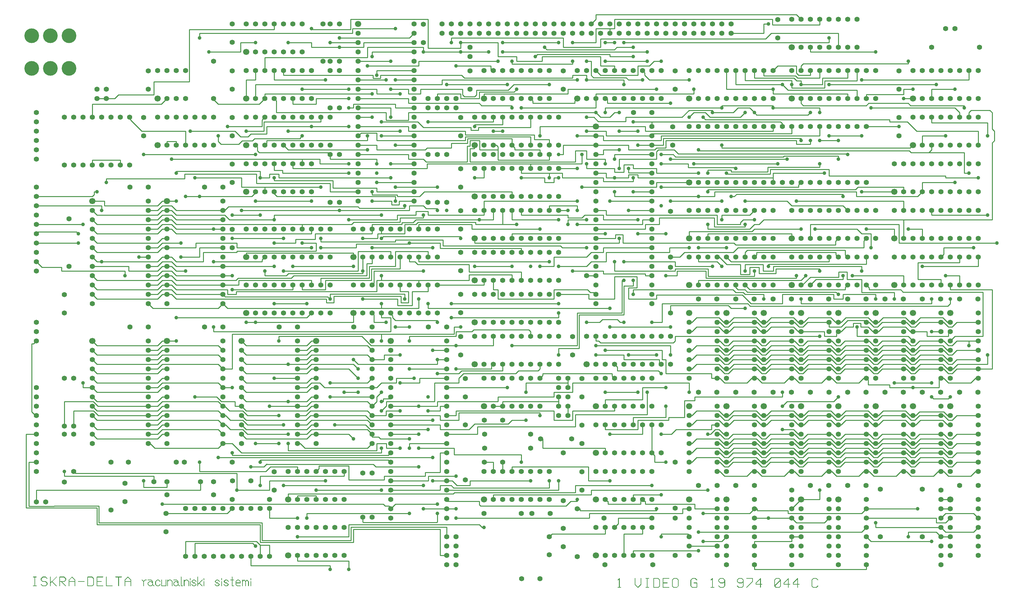
<source format=gbr>
G04 #@! TF.GenerationSoftware,KiCad,Pcbnew,9.0.0*
G04 #@! TF.CreationDate,2025-08-20T08:59:42+02:00*
G04 #@! TF.ProjectId,gdp,6764702e-6b69-4636-9164-5f7063625858,rev?*
G04 #@! TF.SameCoordinates,Original*
G04 #@! TF.FileFunction,Copper,L1,Top*
G04 #@! TF.FilePolarity,Positive*
%FSLAX46Y46*%
G04 Gerber Fmt 4.6, Leading zero omitted, Abs format (unit mm)*
G04 Created by KiCad (PCBNEW 9.0.0) date 2025-08-20 08:59:42*
%MOMM*%
%LPD*%
G01*
G04 APERTURE LIST*
G04 #@! TA.AperFunction,NonConductor*
%ADD10C,0.000000*%
G04 #@! TD*
G04 #@! TA.AperFunction,ComponentPad*
%ADD11C,1.400000*%
G04 #@! TD*
G04 #@! TA.AperFunction,ComponentPad*
%ADD12C,1.700000*%
G04 #@! TD*
G04 #@! TA.AperFunction,ComponentPad*
%ADD13C,4.000000*%
G04 #@! TD*
G04 #@! TA.AperFunction,ViaPad*
%ADD14C,1.000000*%
G04 #@! TD*
G04 #@! TA.AperFunction,Conductor*
%ADD15C,0.250000*%
G04 #@! TD*
G04 APERTURE END LIST*
D10*
G04 #@! TA.AperFunction,NonConductor*
G36*
X113833464Y-214852977D02*
G01*
X113838235Y-214853316D01*
X113842919Y-214853874D01*
X113847513Y-214854647D01*
X113852012Y-214855630D01*
X113856410Y-214856818D01*
X113860703Y-214858208D01*
X113864886Y-214859793D01*
X113868955Y-214861569D01*
X113872904Y-214863531D01*
X113876729Y-214865675D01*
X113880425Y-214867995D01*
X113883988Y-214870488D01*
X113887412Y-214873148D01*
X113890692Y-214875970D01*
X113893825Y-214878949D01*
X113896804Y-214882082D01*
X113899627Y-214885362D01*
X113902286Y-214888786D01*
X113904779Y-214892349D01*
X113907099Y-214896045D01*
X113909243Y-214899870D01*
X113911205Y-214903819D01*
X113912982Y-214907888D01*
X113914567Y-214912071D01*
X113915956Y-214916364D01*
X113917144Y-214920762D01*
X113918127Y-214925261D01*
X113918900Y-214929855D01*
X113919458Y-214934539D01*
X113919797Y-214939310D01*
X113919911Y-214944162D01*
X113919797Y-214949014D01*
X113919458Y-214953785D01*
X113918900Y-214958470D01*
X113918128Y-214963065D01*
X113917144Y-214967563D01*
X113915956Y-214971962D01*
X113914567Y-214976255D01*
X113912982Y-214980438D01*
X113911206Y-214984507D01*
X113909244Y-214988456D01*
X113907100Y-214992281D01*
X113904779Y-214995977D01*
X113902287Y-214999540D01*
X113899627Y-215002964D01*
X113896805Y-215006244D01*
X113893826Y-215009376D01*
X113890693Y-215012356D01*
X113887413Y-215015178D01*
X113883989Y-215017837D01*
X113880427Y-215020330D01*
X113876730Y-215022650D01*
X113872905Y-215024794D01*
X113868956Y-215026756D01*
X113864887Y-215028532D01*
X113860704Y-215030117D01*
X113856411Y-215031506D01*
X113852013Y-215032694D01*
X113847514Y-215033677D01*
X113842920Y-215034450D01*
X113838235Y-215035008D01*
X113833464Y-215035347D01*
X113828612Y-215035460D01*
X113459067Y-215035460D01*
X113106913Y-215387615D01*
X113106913Y-216561465D01*
X113106799Y-216566317D01*
X113106461Y-216571088D01*
X113105903Y-216575772D01*
X113105130Y-216580366D01*
X113104147Y-216584865D01*
X113102959Y-216589263D01*
X113101569Y-216593556D01*
X113099985Y-216597739D01*
X113098209Y-216601808D01*
X113096246Y-216605757D01*
X113094103Y-216609582D01*
X113091782Y-216613278D01*
X113089290Y-216616841D01*
X113086630Y-216620265D01*
X113083808Y-216623545D01*
X113080828Y-216626678D01*
X113077696Y-216629658D01*
X113074415Y-216632480D01*
X113070992Y-216635139D01*
X113067429Y-216637632D01*
X113063733Y-216639952D01*
X113059908Y-216642096D01*
X113055959Y-216644058D01*
X113051890Y-216645835D01*
X113047707Y-216647420D01*
X113043414Y-216648809D01*
X113039015Y-216649997D01*
X113034517Y-216650980D01*
X113029923Y-216651753D01*
X113025238Y-216652311D01*
X113020467Y-216652650D01*
X113015615Y-216652764D01*
X113010763Y-216652650D01*
X113005992Y-216652311D01*
X113001308Y-216651753D01*
X112996714Y-216650980D01*
X112992215Y-216649997D01*
X112987817Y-216648809D01*
X112983524Y-216647420D01*
X112979341Y-216645835D01*
X112975272Y-216644058D01*
X112971323Y-216642096D01*
X112967498Y-216639952D01*
X112963802Y-216637632D01*
X112960239Y-216635139D01*
X112956815Y-216632480D01*
X112953535Y-216629658D01*
X112950402Y-216626678D01*
X112947423Y-216623545D01*
X112944600Y-216620265D01*
X112941941Y-216616841D01*
X112939448Y-216613278D01*
X112937128Y-216609582D01*
X112934984Y-216605757D01*
X112933022Y-216601808D01*
X112931246Y-216597739D01*
X112929661Y-216593556D01*
X112928271Y-216589263D01*
X112927083Y-216584865D01*
X112926100Y-216580366D01*
X112925327Y-216575772D01*
X112924769Y-216571088D01*
X112924430Y-216566317D01*
X112924316Y-216561465D01*
X112924316Y-215387615D01*
X112550423Y-215009376D01*
X112547216Y-215006733D01*
X112544124Y-215003720D01*
X112541158Y-215000376D01*
X112538333Y-214996739D01*
X112535660Y-214992848D01*
X112533153Y-214988740D01*
X112530824Y-214984454D01*
X112528687Y-214980028D01*
X112526753Y-214975500D01*
X112525035Y-214970908D01*
X112523547Y-214966291D01*
X112522301Y-214961687D01*
X112521309Y-214957134D01*
X112520585Y-214952670D01*
X112520141Y-214948333D01*
X112519991Y-214944162D01*
X112520104Y-214939310D01*
X112520443Y-214934539D01*
X112521001Y-214929855D01*
X112521774Y-214925261D01*
X112522757Y-214920762D01*
X112523945Y-214916364D01*
X112525334Y-214912071D01*
X112526919Y-214907888D01*
X112528695Y-214903819D01*
X112530658Y-214899870D01*
X112532801Y-214896045D01*
X112535122Y-214892349D01*
X112537614Y-214888786D01*
X112540274Y-214885362D01*
X112543096Y-214882082D01*
X112546075Y-214878949D01*
X112549208Y-214875970D01*
X112552488Y-214873148D01*
X112555912Y-214870488D01*
X112559475Y-214867995D01*
X112563171Y-214865675D01*
X112566996Y-214863531D01*
X112570945Y-214861569D01*
X112575014Y-214859793D01*
X112579197Y-214858208D01*
X112583490Y-214856818D01*
X112587888Y-214855630D01*
X112592387Y-214854647D01*
X112596981Y-214853874D01*
X112601666Y-214853316D01*
X112606437Y-214852977D01*
X112611288Y-214852863D01*
X112615458Y-214852965D01*
X112619795Y-214853271D01*
X112624260Y-214853781D01*
X112628813Y-214854494D01*
X112633418Y-214855411D01*
X112638035Y-214856532D01*
X112642627Y-214857857D01*
X112647155Y-214859385D01*
X112651581Y-214861117D01*
X112655867Y-214863053D01*
X112659974Y-214865193D01*
X112663865Y-214867537D01*
X112667502Y-214870084D01*
X112669213Y-214871434D01*
X112670845Y-214872835D01*
X112672395Y-214874287D01*
X112673857Y-214875790D01*
X112675227Y-214877343D01*
X112676500Y-214878948D01*
X113015612Y-215218063D01*
X113359072Y-214878948D01*
X113361666Y-214876505D01*
X113364541Y-214874082D01*
X113367670Y-214871697D01*
X113371028Y-214869369D01*
X113374590Y-214867118D01*
X113378330Y-214864962D01*
X113382223Y-214862921D01*
X113386244Y-214861014D01*
X113390367Y-214859260D01*
X113394565Y-214857677D01*
X113398815Y-214856286D01*
X113403091Y-214855105D01*
X113407366Y-214854153D01*
X113411616Y-214853449D01*
X113415815Y-214853013D01*
X113419938Y-214852863D01*
X113828612Y-214852863D01*
X113833464Y-214852977D01*
G37*
G04 #@! TD.AperFunction*
G04 #@! TA.AperFunction,NonConductor*
G36*
X125726272Y-215257300D02*
G01*
X125731043Y-215257639D01*
X125735728Y-215258197D01*
X125740322Y-215258970D01*
X125744820Y-215259953D01*
X125749218Y-215261142D01*
X125753512Y-215262531D01*
X125757695Y-215264116D01*
X125761763Y-215265892D01*
X125765713Y-215267854D01*
X125769538Y-215269998D01*
X125773234Y-215272319D01*
X125776796Y-215274811D01*
X125780220Y-215277471D01*
X125783501Y-215280293D01*
X125786633Y-215283272D01*
X125789613Y-215286405D01*
X125792435Y-215289686D01*
X125795095Y-215293109D01*
X125797587Y-215296672D01*
X125799908Y-215300368D01*
X125802052Y-215304193D01*
X125804014Y-215308142D01*
X125805790Y-215312211D01*
X125807375Y-215316394D01*
X125808764Y-215320687D01*
X125809953Y-215325085D01*
X125810936Y-215329584D01*
X125811709Y-215334178D01*
X125812267Y-215338863D01*
X125812605Y-215343633D01*
X125812719Y-215348485D01*
X125812719Y-216561460D01*
X125812605Y-216566312D01*
X125812267Y-216571082D01*
X125811709Y-216575767D01*
X125810936Y-216580361D01*
X125809953Y-216584860D01*
X125808764Y-216589258D01*
X125807375Y-216593551D01*
X125805790Y-216597734D01*
X125804014Y-216601803D01*
X125802052Y-216605752D01*
X125799908Y-216609577D01*
X125797587Y-216613273D01*
X125795095Y-216616836D01*
X125792435Y-216620259D01*
X125789613Y-216623540D01*
X125786633Y-216626673D01*
X125783501Y-216629652D01*
X125780220Y-216632474D01*
X125776796Y-216635134D01*
X125773234Y-216637627D01*
X125769538Y-216639947D01*
X125765713Y-216642091D01*
X125761763Y-216644053D01*
X125757695Y-216645829D01*
X125753512Y-216647414D01*
X125749218Y-216648803D01*
X125744820Y-216649992D01*
X125740322Y-216650975D01*
X125735728Y-216651748D01*
X125731043Y-216652306D01*
X125726272Y-216652645D01*
X125721421Y-216652758D01*
X125716568Y-216652645D01*
X125711797Y-216652306D01*
X125707112Y-216651748D01*
X125702518Y-216650975D01*
X125698019Y-216649992D01*
X125693621Y-216648803D01*
X125689328Y-216647414D01*
X125685144Y-216645829D01*
X125681076Y-216644053D01*
X125677126Y-216642091D01*
X125673301Y-216639947D01*
X125669605Y-216637627D01*
X125666043Y-216635134D01*
X125662619Y-216632474D01*
X125659338Y-216629652D01*
X125656206Y-216626673D01*
X125653227Y-216623540D01*
X125650405Y-216620259D01*
X125647745Y-216616836D01*
X125645253Y-216613273D01*
X125642932Y-216609577D01*
X125640789Y-216605752D01*
X125638826Y-216601803D01*
X125637051Y-216597734D01*
X125635466Y-216593551D01*
X125634077Y-216589258D01*
X125632888Y-216584860D01*
X125631905Y-216580361D01*
X125631132Y-216575767D01*
X125630574Y-216571082D01*
X125630236Y-216566312D01*
X125630122Y-216561460D01*
X125630122Y-215348485D01*
X125630248Y-215344016D01*
X125630622Y-215339579D01*
X125631236Y-215335182D01*
X125632084Y-215330832D01*
X125633157Y-215326537D01*
X125634449Y-215322302D01*
X125635953Y-215318136D01*
X125637662Y-215314045D01*
X125639568Y-215310038D01*
X125641664Y-215306120D01*
X125643944Y-215302299D01*
X125646399Y-215298583D01*
X125649023Y-215294978D01*
X125651809Y-215291491D01*
X125654749Y-215288131D01*
X125657837Y-215284903D01*
X125661064Y-215281816D01*
X125664425Y-215278875D01*
X125667911Y-215276089D01*
X125671516Y-215273465D01*
X125675232Y-215271010D01*
X125679053Y-215268730D01*
X125682971Y-215266633D01*
X125686979Y-215264727D01*
X125691069Y-215263018D01*
X125695236Y-215261514D01*
X125699470Y-215260222D01*
X125703766Y-215259148D01*
X125708117Y-215258301D01*
X125712514Y-215257687D01*
X125716951Y-215257313D01*
X125721421Y-215257187D01*
X125726272Y-215257300D01*
G37*
G04 #@! TD.AperFunction*
G04 #@! TA.AperFunction,NonConductor*
G36*
X107033067Y-214044320D02*
G01*
X107037838Y-214044659D01*
X107042522Y-214045217D01*
X107047116Y-214045990D01*
X107051615Y-214046973D01*
X107056013Y-214048161D01*
X107060306Y-214049551D01*
X107064489Y-214051136D01*
X107068558Y-214052912D01*
X107072507Y-214054874D01*
X107076332Y-214057018D01*
X107080028Y-214059338D01*
X107083591Y-214061831D01*
X107087015Y-214064491D01*
X107090295Y-214067313D01*
X107093428Y-214070292D01*
X107096407Y-214073425D01*
X107099229Y-214076705D01*
X107101889Y-214080129D01*
X107104382Y-214083692D01*
X107106702Y-214087388D01*
X107108846Y-214091213D01*
X107110808Y-214095162D01*
X107112584Y-214099231D01*
X107114169Y-214103414D01*
X107115559Y-214107707D01*
X107116747Y-214112105D01*
X107117730Y-214116604D01*
X107118503Y-214121198D01*
X107119061Y-214125882D01*
X107119400Y-214130653D01*
X107119513Y-214135505D01*
X107119400Y-214140357D01*
X107119061Y-214145128D01*
X107118503Y-214149813D01*
X107117730Y-214154408D01*
X107116747Y-214158906D01*
X107115559Y-214163305D01*
X107114170Y-214167598D01*
X107112585Y-214171781D01*
X107110809Y-214175850D01*
X107108847Y-214179799D01*
X107106703Y-214183624D01*
X107104382Y-214187321D01*
X107101890Y-214190883D01*
X107099230Y-214194307D01*
X107096408Y-214197587D01*
X107093429Y-214200720D01*
X107090296Y-214203699D01*
X107087016Y-214206521D01*
X107083592Y-214209181D01*
X107080029Y-214211673D01*
X107076333Y-214213993D01*
X107072508Y-214216137D01*
X107068559Y-214218099D01*
X107064490Y-214219875D01*
X107060307Y-214221460D01*
X107056014Y-214222849D01*
X107051616Y-214224037D01*
X107047117Y-214225020D01*
X107042523Y-214225793D01*
X107037838Y-214226351D01*
X107033067Y-214226690D01*
X107028215Y-214226803D01*
X106310864Y-214226803D01*
X106310864Y-216561460D01*
X106310751Y-216566312D01*
X106310412Y-216571083D01*
X106309854Y-216575768D01*
X106309081Y-216580363D01*
X106308098Y-216584861D01*
X106306910Y-216589260D01*
X106305521Y-216593553D01*
X106303936Y-216597736D01*
X106302160Y-216601805D01*
X106300197Y-216605754D01*
X106298054Y-216609579D01*
X106295733Y-216613276D01*
X106293241Y-216616838D01*
X106290581Y-216620262D01*
X106287759Y-216623542D01*
X106284780Y-216626675D01*
X106281647Y-216629654D01*
X106278367Y-216632476D01*
X106274943Y-216635136D01*
X106271380Y-216637628D01*
X106267684Y-216639948D01*
X106263859Y-216642092D01*
X106259910Y-216644054D01*
X106255841Y-216645830D01*
X106251658Y-216647415D01*
X106247365Y-216648804D01*
X106242967Y-216649992D01*
X106238468Y-216650975D01*
X106233874Y-216651748D01*
X106229189Y-216652306D01*
X106224418Y-216652645D01*
X106219566Y-216652758D01*
X106214714Y-216652645D01*
X106209943Y-216652306D01*
X106205259Y-216651748D01*
X106200665Y-216650975D01*
X106196166Y-216649992D01*
X106191768Y-216648803D01*
X106187475Y-216647414D01*
X106183292Y-216645829D01*
X106179223Y-216644053D01*
X106175274Y-216642091D01*
X106171449Y-216639947D01*
X106167753Y-216637626D01*
X106164190Y-216635134D01*
X106160767Y-216632474D01*
X106157486Y-216629652D01*
X106154353Y-216626673D01*
X106151374Y-216623540D01*
X106148552Y-216620259D01*
X106145892Y-216616836D01*
X106143399Y-216613273D01*
X106141079Y-216609577D01*
X106138935Y-216605752D01*
X106136973Y-216601803D01*
X106135197Y-216597734D01*
X106133612Y-216593551D01*
X106132223Y-216589258D01*
X106131034Y-216584860D01*
X106130051Y-216580361D01*
X106129278Y-216575767D01*
X106128720Y-216571082D01*
X106128381Y-216566312D01*
X106128268Y-216561460D01*
X106128268Y-214226803D01*
X105410917Y-214226803D01*
X105406065Y-214226690D01*
X105401294Y-214226351D01*
X105396610Y-214225793D01*
X105392016Y-214225020D01*
X105387517Y-214224037D01*
X105383119Y-214222848D01*
X105378826Y-214221459D01*
X105374643Y-214219874D01*
X105370574Y-214218098D01*
X105366625Y-214216136D01*
X105362800Y-214213992D01*
X105359104Y-214211672D01*
X105355541Y-214209179D01*
X105352118Y-214206519D01*
X105348837Y-214203697D01*
X105345704Y-214200718D01*
X105342725Y-214197585D01*
X105339903Y-214194304D01*
X105337243Y-214190881D01*
X105334750Y-214187318D01*
X105332430Y-214183622D01*
X105330286Y-214179797D01*
X105328324Y-214175848D01*
X105326548Y-214171779D01*
X105324963Y-214167596D01*
X105323573Y-214163303D01*
X105322385Y-214158905D01*
X105321402Y-214154406D01*
X105320629Y-214149812D01*
X105320071Y-214145127D01*
X105319732Y-214140357D01*
X105319619Y-214135505D01*
X105319732Y-214130653D01*
X105320071Y-214125882D01*
X105320629Y-214121198D01*
X105321402Y-214116604D01*
X105322385Y-214112105D01*
X105323573Y-214107707D01*
X105324962Y-214103414D01*
X105326547Y-214099231D01*
X105328323Y-214095162D01*
X105330286Y-214091213D01*
X105332429Y-214087388D01*
X105334750Y-214083692D01*
X105337242Y-214080129D01*
X105339902Y-214076705D01*
X105342724Y-214073425D01*
X105345703Y-214070292D01*
X105348836Y-214067313D01*
X105352116Y-214064491D01*
X105355540Y-214061831D01*
X105359103Y-214059338D01*
X105362799Y-214057018D01*
X105366624Y-214054874D01*
X105370573Y-214052912D01*
X105374642Y-214051136D01*
X105378825Y-214049551D01*
X105383118Y-214048161D01*
X105387516Y-214046973D01*
X105392015Y-214045990D01*
X105396609Y-214045217D01*
X105401294Y-214044659D01*
X105406065Y-214044320D01*
X105410917Y-214044207D01*
X107028215Y-214044207D01*
X107033067Y-214044320D01*
G37*
G04 #@! TD.AperFunction*
G04 #@! TA.AperFunction,NonConductor*
G36*
X96892089Y-215257300D02*
G01*
X96896860Y-215257639D01*
X96901545Y-215258197D01*
X96906139Y-215258970D01*
X96910638Y-215259953D01*
X96915036Y-215261142D01*
X96919329Y-215262531D01*
X96923513Y-215264116D01*
X96927582Y-215265892D01*
X96931531Y-215267854D01*
X96935356Y-215269998D01*
X96939052Y-215272319D01*
X96942615Y-215274811D01*
X96946038Y-215277471D01*
X96949319Y-215280293D01*
X96952452Y-215283272D01*
X96955431Y-215286405D01*
X96958253Y-215289686D01*
X96960913Y-215293109D01*
X96963405Y-215296672D01*
X96965726Y-215300368D01*
X96967870Y-215304193D01*
X96969832Y-215308142D01*
X96971608Y-215312211D01*
X96973193Y-215316394D01*
X96974582Y-215320687D01*
X96975771Y-215325085D01*
X96976754Y-215329584D01*
X96977527Y-215334178D01*
X96978085Y-215338863D01*
X96978423Y-215343633D01*
X96978537Y-215348485D01*
X96978423Y-215353337D01*
X96978085Y-215358108D01*
X96977527Y-215362792D01*
X96976754Y-215367386D01*
X96975771Y-215371885D01*
X96974582Y-215376283D01*
X96973193Y-215380576D01*
X96971608Y-215384759D01*
X96969832Y-215388828D01*
X96967870Y-215392777D01*
X96965726Y-215396602D01*
X96963405Y-215400298D01*
X96960913Y-215403861D01*
X96958253Y-215407285D01*
X96955431Y-215410565D01*
X96952451Y-215413698D01*
X96949319Y-215416677D01*
X96946038Y-215419499D01*
X96942614Y-215422159D01*
X96939052Y-215424652D01*
X96935355Y-215426972D01*
X96931530Y-215429116D01*
X96927581Y-215431078D01*
X96923512Y-215432854D01*
X96919329Y-215434439D01*
X96915036Y-215435829D01*
X96910637Y-215437017D01*
X96906139Y-215438000D01*
X96901545Y-215438773D01*
X96896860Y-215439331D01*
X96892089Y-215439670D01*
X96887237Y-215439784D01*
X95269935Y-215439784D01*
X95265083Y-215439670D01*
X95260312Y-215439331D01*
X95255627Y-215438773D01*
X95251033Y-215438000D01*
X95246535Y-215437017D01*
X95242136Y-215435829D01*
X95237843Y-215434439D01*
X95233660Y-215432854D01*
X95229591Y-215431078D01*
X95225642Y-215429116D01*
X95221817Y-215426972D01*
X95218120Y-215424652D01*
X95214558Y-215422159D01*
X95211134Y-215419499D01*
X95207854Y-215416677D01*
X95204721Y-215413698D01*
X95201741Y-215410565D01*
X95198919Y-215407285D01*
X95196260Y-215403861D01*
X95193767Y-215400298D01*
X95191447Y-215396602D01*
X95189303Y-215392777D01*
X95187341Y-215388828D01*
X95185564Y-215384759D01*
X95183980Y-215380576D01*
X95182590Y-215376283D01*
X95181402Y-215371885D01*
X95180419Y-215367386D01*
X95179646Y-215362792D01*
X95179088Y-215358108D01*
X95178749Y-215353337D01*
X95178636Y-215348485D01*
X95178749Y-215343633D01*
X95179088Y-215338862D01*
X95179646Y-215334177D01*
X95180419Y-215329582D01*
X95181402Y-215325084D01*
X95182590Y-215320685D01*
X95183980Y-215316392D01*
X95185564Y-215312209D01*
X95187341Y-215308140D01*
X95189303Y-215304191D01*
X95191447Y-215300366D01*
X95193767Y-215296670D01*
X95196260Y-215293107D01*
X95198919Y-215289683D01*
X95201741Y-215286403D01*
X95204721Y-215283271D01*
X95207854Y-215280291D01*
X95211134Y-215277469D01*
X95214558Y-215274809D01*
X95218120Y-215272317D01*
X95221817Y-215269997D01*
X95225642Y-215267853D01*
X95229591Y-215265891D01*
X95233660Y-215264115D01*
X95237843Y-215262530D01*
X95242136Y-215261141D01*
X95246535Y-215259953D01*
X95251033Y-215258970D01*
X95255627Y-215258197D01*
X95260312Y-215257639D01*
X95265083Y-215257300D01*
X95269935Y-215257187D01*
X96887237Y-215257187D01*
X96892089Y-215257300D01*
G37*
G04 #@! TD.AperFunction*
G04 #@! TA.AperFunction,NonConductor*
G36*
X138967615Y-214853003D02*
G01*
X138971952Y-214853439D01*
X138976416Y-214854143D01*
X138980970Y-214855095D01*
X138985574Y-214856276D01*
X138990192Y-214857668D01*
X138994783Y-214859251D01*
X138999312Y-214861005D01*
X139003738Y-214862913D01*
X139008024Y-214864954D01*
X139012132Y-214867110D01*
X139016023Y-214869361D01*
X139019660Y-214871688D01*
X139023003Y-214874073D01*
X139026015Y-214876496D01*
X139028658Y-214878937D01*
X139432981Y-215283276D01*
X139435472Y-215285920D01*
X139438034Y-215288932D01*
X139440633Y-215292276D01*
X139443239Y-215295913D01*
X139445819Y-215299804D01*
X139448342Y-215303912D01*
X139450776Y-215308198D01*
X139453089Y-215312624D01*
X139455249Y-215317152D01*
X139457224Y-215321744D01*
X139458983Y-215326361D01*
X139460493Y-215330965D01*
X139461723Y-215335518D01*
X139462641Y-215339983D01*
X139463215Y-215344319D01*
X139463414Y-215348490D01*
X139463414Y-215752814D01*
X139463300Y-215757665D01*
X139462961Y-215762436D01*
X139462403Y-215767121D01*
X139461631Y-215771715D01*
X139460647Y-215776213D01*
X139459459Y-215780611D01*
X139458070Y-215784904D01*
X139456485Y-215789088D01*
X139454709Y-215793156D01*
X139452747Y-215797106D01*
X139450603Y-215800931D01*
X139448283Y-215804627D01*
X139445791Y-215808189D01*
X139443131Y-215811613D01*
X139440309Y-215814894D01*
X139437330Y-215818026D01*
X139434197Y-215821006D01*
X139430917Y-215823828D01*
X139427493Y-215826488D01*
X139423931Y-215828980D01*
X139420235Y-215831301D01*
X139416409Y-215833445D01*
X139412460Y-215835407D01*
X139408391Y-215837183D01*
X139404208Y-215838768D01*
X139399915Y-215840157D01*
X139395516Y-215841346D01*
X139391018Y-215842329D01*
X139386424Y-215843102D01*
X139381738Y-215843660D01*
X139376967Y-215843998D01*
X139372115Y-215844112D01*
X138246090Y-215844112D01*
X138246090Y-216118013D01*
X138598245Y-216470167D01*
X139372115Y-216470167D01*
X139376967Y-216470281D01*
X139381738Y-216470619D01*
X139386424Y-216471177D01*
X139391018Y-216471950D01*
X139395516Y-216472933D01*
X139399915Y-216474122D01*
X139404208Y-216475511D01*
X139408391Y-216477096D01*
X139412460Y-216478872D01*
X139416409Y-216480834D01*
X139420235Y-216482978D01*
X139423931Y-216485299D01*
X139427493Y-216487791D01*
X139430917Y-216490451D01*
X139434197Y-216493273D01*
X139437330Y-216496253D01*
X139440309Y-216499385D01*
X139443131Y-216502666D01*
X139445791Y-216506090D01*
X139448283Y-216509652D01*
X139450603Y-216513348D01*
X139452747Y-216517173D01*
X139454709Y-216521122D01*
X139456485Y-216525191D01*
X139458070Y-216529374D01*
X139459459Y-216533667D01*
X139460647Y-216538066D01*
X139461631Y-216542564D01*
X139462403Y-216547158D01*
X139462961Y-216551843D01*
X139463300Y-216556613D01*
X139463414Y-216561465D01*
X139463300Y-216566317D01*
X139462961Y-216571088D01*
X139462403Y-216575772D01*
X139461631Y-216580366D01*
X139460647Y-216584865D01*
X139459459Y-216589263D01*
X139458070Y-216593556D01*
X139456485Y-216597739D01*
X139454709Y-216601808D01*
X139452747Y-216605757D01*
X139450603Y-216609582D01*
X139448283Y-216613278D01*
X139445791Y-216616841D01*
X139443131Y-216620265D01*
X139440309Y-216623545D01*
X139437330Y-216626678D01*
X139434197Y-216629658D01*
X139430917Y-216632480D01*
X139427493Y-216635139D01*
X139423931Y-216637632D01*
X139420235Y-216639952D01*
X139416409Y-216642096D01*
X139412460Y-216644058D01*
X139408391Y-216645835D01*
X139404208Y-216647420D01*
X139399915Y-216648809D01*
X139395516Y-216649997D01*
X139391018Y-216650980D01*
X139386424Y-216651753D01*
X139381738Y-216652311D01*
X139376967Y-216652650D01*
X139372115Y-216652764D01*
X138559115Y-216652764D01*
X138554993Y-216652614D01*
X138550794Y-216652178D01*
X138546545Y-216651474D01*
X138542269Y-216650522D01*
X138537994Y-216649340D01*
X138533744Y-216647949D01*
X138529546Y-216646366D01*
X138525423Y-216644611D01*
X138521402Y-216642704D01*
X138517509Y-216640663D01*
X138513769Y-216638507D01*
X138510206Y-216636256D01*
X138506848Y-216633928D01*
X138503719Y-216631544D01*
X138500844Y-216629121D01*
X138498249Y-216626679D01*
X138093926Y-216222351D01*
X138091436Y-216219707D01*
X138088875Y-216216695D01*
X138086276Y-216213351D01*
X138083670Y-216209714D01*
X138081090Y-216205823D01*
X138078567Y-216201715D01*
X138076133Y-216197429D01*
X138073820Y-216193003D01*
X138071660Y-216188475D01*
X138069684Y-216183883D01*
X138067925Y-216179266D01*
X138066415Y-216174662D01*
X138065185Y-216170109D01*
X138064266Y-216165645D01*
X138063692Y-216161308D01*
X138063493Y-216157137D01*
X138063493Y-215661515D01*
X138246090Y-215661515D01*
X139280817Y-215661515D01*
X139280817Y-215387615D01*
X138928662Y-215035460D01*
X138598245Y-215035460D01*
X138246090Y-215387615D01*
X138246090Y-215661515D01*
X138063493Y-215661515D01*
X138063493Y-215387615D01*
X138063493Y-215348490D01*
X138063544Y-215346428D01*
X138063692Y-215344319D01*
X138064266Y-215339982D01*
X138065184Y-215335518D01*
X138066414Y-215330964D01*
X138067924Y-215326360D01*
X138069683Y-215321742D01*
X138071658Y-215317150D01*
X138073818Y-215312622D01*
X138076131Y-215308196D01*
X138078565Y-215303910D01*
X138081088Y-215299802D01*
X138083668Y-215295911D01*
X138086274Y-215292274D01*
X138088873Y-215288931D01*
X138091435Y-215285919D01*
X138093926Y-215283276D01*
X138498249Y-214878948D01*
X138500844Y-214876505D01*
X138503719Y-214874082D01*
X138506848Y-214871697D01*
X138510206Y-214869369D01*
X138513769Y-214867118D01*
X138517509Y-214864962D01*
X138521402Y-214862921D01*
X138525423Y-214861014D01*
X138529546Y-214859260D01*
X138533744Y-214857677D01*
X138537994Y-214856286D01*
X138542269Y-214855105D01*
X138546545Y-214854153D01*
X138550794Y-214853449D01*
X138554993Y-214853013D01*
X138559115Y-214852863D01*
X138963444Y-214852853D01*
X138967615Y-214853003D01*
G37*
G04 #@! TD.AperFunction*
G04 #@! TA.AperFunction,NonConductor*
G36*
X93547509Y-214044367D02*
G01*
X93551846Y-214044803D01*
X93556310Y-214045507D01*
X93560864Y-214046459D01*
X93565468Y-214047641D01*
X93570086Y-214049032D01*
X93574678Y-214050615D01*
X93579206Y-214052369D01*
X93583632Y-214054277D01*
X93587918Y-214056318D01*
X93592026Y-214058474D01*
X93595917Y-214060725D01*
X93599553Y-214063052D01*
X93602897Y-214065437D01*
X93605909Y-214067860D01*
X93608552Y-214070302D01*
X94417203Y-214878953D01*
X94419646Y-214881597D01*
X94422069Y-214884609D01*
X94424455Y-214887953D01*
X94426782Y-214891590D01*
X94429034Y-214895481D01*
X94431190Y-214899589D01*
X94433231Y-214903875D01*
X94435138Y-214908301D01*
X94436892Y-214912829D01*
X94438475Y-214917421D01*
X94439866Y-214922038D01*
X94441048Y-214926642D01*
X94442000Y-214931195D01*
X94442703Y-214935659D01*
X94443139Y-214939996D01*
X94443289Y-214944167D01*
X94443289Y-216561465D01*
X94443175Y-216566318D01*
X94442837Y-216571089D01*
X94442279Y-216575774D01*
X94441506Y-216580368D01*
X94440523Y-216584867D01*
X94439334Y-216589265D01*
X94437945Y-216593558D01*
X94436360Y-216597742D01*
X94434584Y-216601810D01*
X94432622Y-216605760D01*
X94430478Y-216609585D01*
X94428157Y-216613281D01*
X94425665Y-216616843D01*
X94423005Y-216620267D01*
X94420183Y-216623547D01*
X94417204Y-216626680D01*
X94414071Y-216629659D01*
X94410791Y-216632481D01*
X94407367Y-216635141D01*
X94403804Y-216637633D01*
X94400108Y-216639954D01*
X94396283Y-216642097D01*
X94392334Y-216644059D01*
X94388265Y-216645835D01*
X94384082Y-216647420D01*
X94379789Y-216648809D01*
X94375391Y-216649998D01*
X94370892Y-216650981D01*
X94366298Y-216651754D01*
X94361613Y-216652312D01*
X94356843Y-216652650D01*
X94351991Y-216652764D01*
X94347139Y-216652650D01*
X94342368Y-216652311D01*
X94337683Y-216651753D01*
X94333089Y-216650980D01*
X94328590Y-216649997D01*
X94324192Y-216648809D01*
X94319898Y-216647420D01*
X94315715Y-216645835D01*
X94311646Y-216644058D01*
X94307697Y-216642096D01*
X94303872Y-216639952D01*
X94300176Y-216637632D01*
X94296613Y-216635139D01*
X94293189Y-216632480D01*
X94289909Y-216629658D01*
X94286776Y-216626678D01*
X94283797Y-216623545D01*
X94280975Y-216620265D01*
X94278315Y-216616841D01*
X94275822Y-216613278D01*
X94273502Y-216609582D01*
X94271358Y-216605757D01*
X94269396Y-216601808D01*
X94267620Y-216597739D01*
X94266035Y-216593556D01*
X94264646Y-216589263D01*
X94263457Y-216584865D01*
X94262474Y-216580366D01*
X94261701Y-216575772D01*
X94261143Y-216571088D01*
X94260805Y-216566317D01*
X94260691Y-216561465D01*
X94260691Y-215439789D01*
X92825987Y-215439789D01*
X92825987Y-216561465D01*
X92825873Y-216566318D01*
X92825535Y-216571089D01*
X92824977Y-216575774D01*
X92824204Y-216580368D01*
X92823221Y-216584867D01*
X92822032Y-216589265D01*
X92820643Y-216593558D01*
X92819058Y-216597742D01*
X92817282Y-216601810D01*
X92815320Y-216605760D01*
X92813176Y-216609585D01*
X92810855Y-216613281D01*
X92808363Y-216616843D01*
X92805703Y-216620267D01*
X92802881Y-216623547D01*
X92799902Y-216626680D01*
X92796769Y-216629659D01*
X92793488Y-216632481D01*
X92790065Y-216635141D01*
X92786502Y-216637633D01*
X92782806Y-216639954D01*
X92778981Y-216642097D01*
X92775031Y-216644059D01*
X92770963Y-216645835D01*
X92766779Y-216647420D01*
X92762486Y-216648809D01*
X92758088Y-216649998D01*
X92753589Y-216650981D01*
X92748995Y-216651754D01*
X92744310Y-216652312D01*
X92739539Y-216652650D01*
X92734687Y-216652764D01*
X92729835Y-216652650D01*
X92725065Y-216652311D01*
X92720380Y-216651753D01*
X92715786Y-216650980D01*
X92711287Y-216649997D01*
X92706889Y-216648809D01*
X92702596Y-216647420D01*
X92698413Y-216645835D01*
X92694344Y-216644058D01*
X92690395Y-216642096D01*
X92686570Y-216639952D01*
X92682873Y-216637632D01*
X92679311Y-216635139D01*
X92675887Y-216632480D01*
X92672607Y-216629658D01*
X92669474Y-216626678D01*
X92666494Y-216623545D01*
X92663672Y-216620265D01*
X92661013Y-216616841D01*
X92658520Y-216613278D01*
X92656200Y-216609582D01*
X92654056Y-216605757D01*
X92652094Y-216601808D01*
X92650318Y-216597739D01*
X92648733Y-216593556D01*
X92647344Y-216589263D01*
X92646155Y-216584865D01*
X92645172Y-216580366D01*
X92644399Y-216575772D01*
X92643841Y-216571088D01*
X92643503Y-216566317D01*
X92643389Y-216561465D01*
X92643389Y-215257192D01*
X92825988Y-215257192D01*
X94260692Y-215257192D01*
X94260692Y-214983291D01*
X93543340Y-214265938D01*
X92825988Y-214983291D01*
X92825988Y-215257192D01*
X92643389Y-215257192D01*
X92643389Y-214983291D01*
X92643389Y-214944162D01*
X92643539Y-214939991D01*
X92643975Y-214935654D01*
X92644679Y-214931190D01*
X92645631Y-214926636D01*
X92646812Y-214922031D01*
X92648204Y-214917414D01*
X92649787Y-214912822D01*
X92651541Y-214908294D01*
X92653449Y-214903867D01*
X92655490Y-214899581D01*
X92657646Y-214895473D01*
X92659897Y-214891582D01*
X92662225Y-214887946D01*
X92664610Y-214884602D01*
X92667033Y-214881590D01*
X92669475Y-214878948D01*
X93478126Y-214070296D01*
X93478124Y-214070302D01*
X93480767Y-214067859D01*
X93483779Y-214065435D01*
X93487123Y-214063050D01*
X93490759Y-214060723D01*
X93494650Y-214058471D01*
X93498758Y-214056316D01*
X93503044Y-214054275D01*
X93507470Y-214052367D01*
X93511998Y-214050613D01*
X93516590Y-214049031D01*
X93521207Y-214047639D01*
X93525811Y-214046458D01*
X93530365Y-214045506D01*
X93534829Y-214044803D01*
X93539166Y-214044367D01*
X93543338Y-214044217D01*
X93547509Y-214044367D01*
G37*
G04 #@! TD.AperFunction*
G04 #@! TA.AperFunction,NonConductor*
G36*
X127788655Y-214044313D02*
G01*
X127793426Y-214044615D01*
X127798110Y-214045115D01*
X127802704Y-214045808D01*
X127807203Y-214046693D01*
X127811601Y-214047765D01*
X127815894Y-214049023D01*
X127820077Y-214050461D01*
X127824146Y-214052079D01*
X127828095Y-214053871D01*
X127831920Y-214055835D01*
X127835616Y-214057968D01*
X127839179Y-214060266D01*
X127842603Y-214062727D01*
X127845883Y-214065347D01*
X127849016Y-214068123D01*
X127851996Y-214071052D01*
X127854818Y-214074131D01*
X127857477Y-214077356D01*
X127859970Y-214080725D01*
X127862290Y-214084233D01*
X127864434Y-214087878D01*
X127866397Y-214091658D01*
X127868173Y-214095567D01*
X127869758Y-214099604D01*
X127871147Y-214103765D01*
X127872335Y-214108048D01*
X127873318Y-214112448D01*
X127874091Y-214116962D01*
X127874649Y-214121588D01*
X127874988Y-214126323D01*
X127875102Y-214131162D01*
X127875102Y-215935410D01*
X128114216Y-215696291D01*
X128115081Y-215694711D01*
X128116042Y-215693227D01*
X128117092Y-215691832D01*
X128118224Y-215690519D01*
X128119434Y-215689283D01*
X128120713Y-215688116D01*
X128122056Y-215687014D01*
X128123456Y-215685968D01*
X128124907Y-215684974D01*
X128126403Y-215684024D01*
X128127937Y-215683112D01*
X128129503Y-215682232D01*
X128132705Y-215680542D01*
X128135957Y-215678903D01*
X128935912Y-214878943D01*
X128938556Y-214876500D01*
X128941568Y-214874077D01*
X128944912Y-214871691D01*
X128948549Y-214869364D01*
X128952440Y-214867112D01*
X128956548Y-214864957D01*
X128960834Y-214862916D01*
X128965260Y-214861009D01*
X128969788Y-214859254D01*
X128974380Y-214857672D01*
X128978997Y-214856281D01*
X128983601Y-214855099D01*
X128988154Y-214854148D01*
X128992619Y-214853444D01*
X128996955Y-214853008D01*
X129001126Y-214852858D01*
X129005978Y-214852960D01*
X129010749Y-214853262D01*
X129015434Y-214853761D01*
X129020028Y-214854455D01*
X129024526Y-214855340D01*
X129028924Y-214856412D01*
X129033217Y-214857670D01*
X129037401Y-214859109D01*
X129041469Y-214860726D01*
X129045418Y-214862518D01*
X129049244Y-214864483D01*
X129052940Y-214866616D01*
X129056502Y-214868915D01*
X129059926Y-214871376D01*
X129063206Y-214873996D01*
X129066339Y-214876773D01*
X129069319Y-214879702D01*
X129072141Y-214882781D01*
X129074800Y-214886006D01*
X129077293Y-214889375D01*
X129079613Y-214892883D01*
X129081757Y-214896529D01*
X129083720Y-214900308D01*
X129085496Y-214904218D01*
X129087081Y-214908255D01*
X129088470Y-214912417D01*
X129089658Y-214916699D01*
X129090642Y-214921099D01*
X129091415Y-214925614D01*
X129091973Y-214930240D01*
X129092311Y-214934974D01*
X129092425Y-214939814D01*
X129092226Y-214944034D01*
X129091652Y-214948508D01*
X129090734Y-214953187D01*
X129089504Y-214958018D01*
X129087994Y-214962951D01*
X129086235Y-214967936D01*
X129084260Y-214972920D01*
X129082100Y-214977853D01*
X129079788Y-214982685D01*
X129077354Y-214987363D01*
X129074831Y-214991838D01*
X129072250Y-214996058D01*
X129069645Y-214999972D01*
X129067045Y-215003530D01*
X129064484Y-215006679D01*
X129061992Y-215009371D01*
X128318554Y-215752808D01*
X129061992Y-216496251D01*
X129065200Y-216498895D01*
X129068293Y-216501907D01*
X129071259Y-216505251D01*
X129074085Y-216508888D01*
X129076758Y-216512779D01*
X129079265Y-216516887D01*
X129081593Y-216521173D01*
X129083731Y-216525599D01*
X129085665Y-216530127D01*
X129087382Y-216534719D01*
X129088870Y-216539336D01*
X129090116Y-216543940D01*
X129091107Y-216548493D01*
X129091831Y-216552957D01*
X129092274Y-216557294D01*
X129092425Y-216561465D01*
X129092311Y-216566317D01*
X129091973Y-216571088D01*
X129091415Y-216575772D01*
X129090642Y-216580366D01*
X129089658Y-216584865D01*
X129088470Y-216589263D01*
X129087081Y-216593556D01*
X129085496Y-216597739D01*
X129083720Y-216601808D01*
X129081757Y-216605757D01*
X129079613Y-216609582D01*
X129077293Y-216613278D01*
X129074800Y-216616841D01*
X129072141Y-216620265D01*
X129069319Y-216623545D01*
X129066339Y-216626678D01*
X129063206Y-216629658D01*
X129059926Y-216632480D01*
X129056502Y-216635139D01*
X129052940Y-216637632D01*
X129049244Y-216639952D01*
X129045418Y-216642096D01*
X129041469Y-216644058D01*
X129037401Y-216645835D01*
X129033217Y-216647420D01*
X129028924Y-216648809D01*
X129024526Y-216649997D01*
X129020028Y-216650980D01*
X129015434Y-216651753D01*
X129010749Y-216652311D01*
X129005978Y-216652650D01*
X129001126Y-216652764D01*
X128996955Y-216652662D01*
X128992618Y-216652356D01*
X128988154Y-216651846D01*
X128983600Y-216651133D01*
X128978996Y-216650216D01*
X128974378Y-216649095D01*
X128969786Y-216647770D01*
X128965258Y-216646242D01*
X128960832Y-216644510D01*
X128956546Y-216642574D01*
X128952438Y-216640434D01*
X128948547Y-216638090D01*
X128944910Y-216635543D01*
X128943200Y-216634193D01*
X128941567Y-216632792D01*
X128940017Y-216631340D01*
X128938555Y-216629838D01*
X128937185Y-216628284D01*
X128935912Y-216626679D01*
X128188126Y-215883241D01*
X127875102Y-216196266D01*
X127875102Y-216561460D01*
X127874988Y-216566312D01*
X127874649Y-216571082D01*
X127874091Y-216575767D01*
X127873318Y-216580361D01*
X127872335Y-216584860D01*
X127871147Y-216589258D01*
X127869758Y-216593551D01*
X127868173Y-216597734D01*
X127866397Y-216601803D01*
X127864434Y-216605752D01*
X127862290Y-216609577D01*
X127859970Y-216613273D01*
X127857477Y-216616836D01*
X127854818Y-216620259D01*
X127851996Y-216623540D01*
X127849016Y-216626673D01*
X127845883Y-216629652D01*
X127842603Y-216632474D01*
X127839179Y-216635134D01*
X127835616Y-216637627D01*
X127831920Y-216639947D01*
X127828095Y-216642091D01*
X127824146Y-216644053D01*
X127820077Y-216645829D01*
X127815894Y-216647414D01*
X127811601Y-216648803D01*
X127807203Y-216649992D01*
X127802704Y-216650975D01*
X127798110Y-216651748D01*
X127793426Y-216652306D01*
X127788655Y-216652645D01*
X127783803Y-216652758D01*
X127778951Y-216652645D01*
X127774180Y-216652306D01*
X127769495Y-216651748D01*
X127764901Y-216650975D01*
X127760402Y-216649992D01*
X127756003Y-216648803D01*
X127751710Y-216647414D01*
X127747527Y-216645829D01*
X127743458Y-216644053D01*
X127739509Y-216642091D01*
X127735684Y-216639947D01*
X127731988Y-216637627D01*
X127728425Y-216635134D01*
X127725002Y-216632474D01*
X127721721Y-216629652D01*
X127718589Y-216626673D01*
X127715609Y-216623540D01*
X127712787Y-216620259D01*
X127710128Y-216616836D01*
X127707635Y-216613273D01*
X127705315Y-216609577D01*
X127703171Y-216605752D01*
X127701209Y-216601803D01*
X127699433Y-216597734D01*
X127697848Y-216593551D01*
X127696459Y-216589258D01*
X127695271Y-216584860D01*
X127694288Y-216580361D01*
X127693515Y-216575767D01*
X127692957Y-216571082D01*
X127692619Y-216566312D01*
X127692505Y-216561460D01*
X127692505Y-214131162D01*
X127692500Y-214131162D01*
X127692626Y-214126705D01*
X127692999Y-214122304D01*
X127693614Y-214117965D01*
X127694461Y-214113695D01*
X127695535Y-214109497D01*
X127696827Y-214105378D01*
X127698331Y-214101344D01*
X127700040Y-214097399D01*
X127701946Y-214093551D01*
X127704043Y-214089803D01*
X127706323Y-214086162D01*
X127708778Y-214082633D01*
X127711403Y-214079222D01*
X127714189Y-214075935D01*
X127717129Y-214072776D01*
X127720217Y-214069752D01*
X127723444Y-214066868D01*
X127726805Y-214064130D01*
X127730292Y-214061543D01*
X127733897Y-214059113D01*
X127737613Y-214056845D01*
X127741434Y-214054746D01*
X127745352Y-214052819D01*
X127749360Y-214051072D01*
X127753451Y-214049510D01*
X127757618Y-214048138D01*
X127761853Y-214046961D01*
X127766149Y-214045986D01*
X127770499Y-214045218D01*
X127774896Y-214044663D01*
X127779333Y-214044325D01*
X127783803Y-214044212D01*
X127788655Y-214044313D01*
G37*
G04 #@! TD.AperFunction*
G04 #@! TA.AperFunction,NonConductor*
G36*
X250628424Y-214441498D02*
G01*
X250633195Y-214441837D01*
X250637880Y-214442395D01*
X250642474Y-214443168D01*
X250646973Y-214444151D01*
X250651371Y-214445339D01*
X250655664Y-214446729D01*
X250659848Y-214448314D01*
X250663916Y-214450090D01*
X250667866Y-214452052D01*
X250671691Y-214454196D01*
X250675387Y-214456516D01*
X250678949Y-214459009D01*
X250682373Y-214461669D01*
X250685654Y-214464491D01*
X250688786Y-214467470D01*
X250691766Y-214470603D01*
X250694588Y-214473883D01*
X250697248Y-214477307D01*
X250699740Y-214480870D01*
X250702061Y-214484566D01*
X250704204Y-214488391D01*
X250706167Y-214492340D01*
X250707943Y-214496409D01*
X250709528Y-214500592D01*
X250710917Y-214504885D01*
X250712105Y-214509283D01*
X250713089Y-214513782D01*
X250713862Y-214518376D01*
X250714420Y-214523060D01*
X250714758Y-214527831D01*
X250714872Y-214532683D01*
X250714758Y-214537535D01*
X250714420Y-214542306D01*
X250713862Y-214546991D01*
X250713089Y-214551586D01*
X250712105Y-214556084D01*
X250710917Y-214560483D01*
X250709528Y-214564776D01*
X250707943Y-214568959D01*
X250706167Y-214573028D01*
X250704204Y-214576977D01*
X250702061Y-214580802D01*
X250699740Y-214584499D01*
X250697248Y-214588061D01*
X250694588Y-214591485D01*
X250691766Y-214594765D01*
X250688786Y-214597898D01*
X250685654Y-214600877D01*
X250682373Y-214603699D01*
X250678949Y-214606359D01*
X250675387Y-214608851D01*
X250671691Y-214611171D01*
X250667866Y-214613315D01*
X250663916Y-214615277D01*
X250659848Y-214617053D01*
X250655664Y-214618638D01*
X250651371Y-214620027D01*
X250646973Y-214621215D01*
X250642474Y-214622198D01*
X250637880Y-214622971D01*
X250633195Y-214623529D01*
X250628424Y-214623868D01*
X250623572Y-214623981D01*
X250310546Y-214623981D01*
X250310546Y-216867340D01*
X250623572Y-216867340D01*
X250628424Y-216867453D01*
X250633195Y-216867792D01*
X250637880Y-216868350D01*
X250642474Y-216869123D01*
X250646973Y-216870106D01*
X250651371Y-216871294D01*
X250655664Y-216872684D01*
X250659848Y-216874269D01*
X250663916Y-216876045D01*
X250667866Y-216878007D01*
X250671691Y-216880151D01*
X250675387Y-216882471D01*
X250678949Y-216884964D01*
X250682373Y-216887624D01*
X250685654Y-216890446D01*
X250688786Y-216893425D01*
X250691766Y-216896558D01*
X250694588Y-216899838D01*
X250697248Y-216903262D01*
X250699740Y-216906825D01*
X250702061Y-216910521D01*
X250704204Y-216914346D01*
X250706167Y-216918295D01*
X250707943Y-216922364D01*
X250709528Y-216926547D01*
X250710917Y-216930840D01*
X250712105Y-216935238D01*
X250713089Y-216939737D01*
X250713862Y-216944331D01*
X250714420Y-216949015D01*
X250714758Y-216953786D01*
X250714872Y-216958638D01*
X250714758Y-216963490D01*
X250714420Y-216968261D01*
X250713862Y-216972946D01*
X250713089Y-216977541D01*
X250712105Y-216982039D01*
X250710917Y-216986438D01*
X250709528Y-216990731D01*
X250707943Y-216994914D01*
X250706167Y-216998983D01*
X250704204Y-217002932D01*
X250702061Y-217006757D01*
X250699740Y-217010453D01*
X250697248Y-217014016D01*
X250694588Y-217017440D01*
X250691766Y-217020720D01*
X250688786Y-217023853D01*
X250685654Y-217026832D01*
X250682373Y-217029654D01*
X250678949Y-217032314D01*
X250675387Y-217034806D01*
X250671691Y-217037126D01*
X250667866Y-217039270D01*
X250663916Y-217041232D01*
X250659848Y-217043008D01*
X250655664Y-217044593D01*
X250651371Y-217045982D01*
X250646973Y-217047170D01*
X250642474Y-217048153D01*
X250637880Y-217048926D01*
X250633195Y-217049484D01*
X250628424Y-217049823D01*
X250623572Y-217049936D01*
X249814926Y-217049936D01*
X249810074Y-217049823D01*
X249805303Y-217049484D01*
X249800618Y-217048926D01*
X249796024Y-217048153D01*
X249791525Y-217047170D01*
X249787127Y-217045981D01*
X249782833Y-217044592D01*
X249778650Y-217043007D01*
X249774581Y-217041231D01*
X249770632Y-217039269D01*
X249766807Y-217037125D01*
X249763111Y-217034805D01*
X249759548Y-217032312D01*
X249756125Y-217029652D01*
X249752844Y-217026830D01*
X249749711Y-217023851D01*
X249746732Y-217020718D01*
X249743910Y-217017437D01*
X249741250Y-217014014D01*
X249738757Y-217010451D01*
X249736437Y-217006755D01*
X249734293Y-217002930D01*
X249732331Y-216998981D01*
X249730555Y-216994912D01*
X249728970Y-216990729D01*
X249727581Y-216986436D01*
X249726392Y-216982038D01*
X249725409Y-216977539D01*
X249724636Y-216972945D01*
X249724078Y-216968260D01*
X249723740Y-216963490D01*
X249723626Y-216958638D01*
X249723740Y-216953786D01*
X249724078Y-216949015D01*
X249724636Y-216944331D01*
X249725409Y-216939737D01*
X249726392Y-216935238D01*
X249727581Y-216930840D01*
X249728970Y-216926547D01*
X249730555Y-216922364D01*
X249732331Y-216918295D01*
X249734293Y-216914346D01*
X249736437Y-216910521D01*
X249738758Y-216906825D01*
X249741250Y-216903262D01*
X249743910Y-216899838D01*
X249746732Y-216896558D01*
X249749712Y-216893425D01*
X249752844Y-216890446D01*
X249756125Y-216887624D01*
X249759549Y-216884964D01*
X249763111Y-216882471D01*
X249766808Y-216880151D01*
X249770633Y-216878007D01*
X249774582Y-216876045D01*
X249778651Y-216874269D01*
X249782834Y-216872684D01*
X249787127Y-216871294D01*
X249791525Y-216870106D01*
X249796024Y-216869123D01*
X249800618Y-216868350D01*
X249805303Y-216867792D01*
X249810074Y-216867453D01*
X249814926Y-216867340D01*
X250127952Y-216867340D01*
X250127952Y-214623981D01*
X249814926Y-214623981D01*
X249810074Y-214623868D01*
X249805303Y-214623529D01*
X249800618Y-214622971D01*
X249796024Y-214622198D01*
X249791525Y-214621215D01*
X249787127Y-214620026D01*
X249782833Y-214618637D01*
X249778650Y-214617052D01*
X249774581Y-214615276D01*
X249770632Y-214613314D01*
X249766807Y-214611170D01*
X249763111Y-214608850D01*
X249759548Y-214606357D01*
X249756125Y-214603697D01*
X249752844Y-214600875D01*
X249749711Y-214597896D01*
X249746732Y-214594763D01*
X249743910Y-214591482D01*
X249741250Y-214588059D01*
X249738757Y-214584496D01*
X249736437Y-214580800D01*
X249734293Y-214576975D01*
X249732331Y-214573026D01*
X249730555Y-214568957D01*
X249728970Y-214564774D01*
X249727581Y-214560481D01*
X249726392Y-214556083D01*
X249725409Y-214551584D01*
X249724636Y-214546990D01*
X249724078Y-214542306D01*
X249723740Y-214537535D01*
X249723626Y-214532683D01*
X249723740Y-214527831D01*
X249724078Y-214523060D01*
X249724636Y-214518376D01*
X249725409Y-214513782D01*
X249726392Y-214509283D01*
X249727581Y-214504885D01*
X249728970Y-214500592D01*
X249730555Y-214496409D01*
X249732331Y-214492340D01*
X249734293Y-214488391D01*
X249736437Y-214484566D01*
X249738758Y-214480870D01*
X249741250Y-214477307D01*
X249743910Y-214473883D01*
X249746732Y-214470603D01*
X249749712Y-214467470D01*
X249752844Y-214464491D01*
X249756125Y-214461669D01*
X249759549Y-214459009D01*
X249763111Y-214456516D01*
X249766808Y-214454196D01*
X249770633Y-214452052D01*
X249774582Y-214450090D01*
X249778651Y-214448314D01*
X249782834Y-214446729D01*
X249787127Y-214445339D01*
X249791525Y-214444151D01*
X249796024Y-214443168D01*
X249800618Y-214442395D01*
X249805303Y-214441837D01*
X249810074Y-214441498D01*
X249814926Y-214441385D01*
X250623572Y-214441385D01*
X250628424Y-214441498D01*
G37*
G04 #@! TD.AperFunction*
G04 #@! TA.AperFunction,NonConductor*
G36*
X108758987Y-214044361D02*
G01*
X108763324Y-214044798D01*
X108767788Y-214045502D01*
X108772342Y-214046454D01*
X108776947Y-214047635D01*
X108781564Y-214049027D01*
X108786156Y-214050610D01*
X108790684Y-214052364D01*
X108795110Y-214054272D01*
X108799396Y-214056313D01*
X108803503Y-214058468D01*
X108807394Y-214060720D01*
X108811031Y-214063047D01*
X108814374Y-214065432D01*
X108817386Y-214067855D01*
X108820029Y-214070296D01*
X109628681Y-214878948D01*
X109631123Y-214881591D01*
X109633546Y-214884604D01*
X109635930Y-214887948D01*
X109638258Y-214891584D01*
X109640509Y-214895476D01*
X109642665Y-214899583D01*
X109644706Y-214903870D01*
X109646613Y-214908296D01*
X109648368Y-214912824D01*
X109649950Y-214917415D01*
X109651342Y-214922032D01*
X109652523Y-214926637D01*
X109653476Y-214931190D01*
X109654179Y-214935654D01*
X109654616Y-214939991D01*
X109654765Y-214944162D01*
X109654765Y-216561460D01*
X109654652Y-216566312D01*
X109654313Y-216571083D01*
X109653755Y-216575768D01*
X109652982Y-216580363D01*
X109651999Y-216584861D01*
X109650811Y-216589260D01*
X109649422Y-216593553D01*
X109647837Y-216597736D01*
X109646061Y-216601805D01*
X109644099Y-216605754D01*
X109641955Y-216609579D01*
X109639634Y-216613276D01*
X109637142Y-216616838D01*
X109634482Y-216620262D01*
X109631660Y-216623542D01*
X109628681Y-216626675D01*
X109625548Y-216629654D01*
X109622268Y-216632476D01*
X109618844Y-216635136D01*
X109615281Y-216637628D01*
X109611585Y-216639948D01*
X109607760Y-216642092D01*
X109603811Y-216644054D01*
X109599742Y-216645830D01*
X109595559Y-216647415D01*
X109591266Y-216648804D01*
X109586868Y-216649992D01*
X109582369Y-216650975D01*
X109577775Y-216651748D01*
X109573090Y-216652306D01*
X109568319Y-216652645D01*
X109563467Y-216652758D01*
X109558615Y-216652645D01*
X109553845Y-216652306D01*
X109549160Y-216651748D01*
X109544566Y-216650975D01*
X109540067Y-216649992D01*
X109535669Y-216648803D01*
X109531376Y-216647414D01*
X109527193Y-216645829D01*
X109523124Y-216644053D01*
X109519175Y-216642091D01*
X109515350Y-216639947D01*
X109511654Y-216637626D01*
X109508091Y-216635134D01*
X109504668Y-216632474D01*
X109501387Y-216629652D01*
X109498254Y-216626673D01*
X109495275Y-216623540D01*
X109492453Y-216620259D01*
X109489793Y-216616836D01*
X109487300Y-216613273D01*
X109484980Y-216609577D01*
X109482836Y-216605752D01*
X109480874Y-216601803D01*
X109479098Y-216597734D01*
X109477513Y-216593551D01*
X109476124Y-216589258D01*
X109474935Y-216584860D01*
X109473952Y-216580361D01*
X109473179Y-216575767D01*
X109472621Y-216571082D01*
X109472282Y-216566312D01*
X109472169Y-216561460D01*
X109472169Y-215439784D01*
X108037465Y-215439784D01*
X108037465Y-216561460D01*
X108037351Y-216566312D01*
X108037013Y-216571083D01*
X108036455Y-216575768D01*
X108035682Y-216580363D01*
X108034699Y-216584861D01*
X108033510Y-216589260D01*
X108032121Y-216593553D01*
X108030536Y-216597736D01*
X108028760Y-216601805D01*
X108026798Y-216605754D01*
X108024654Y-216609579D01*
X108022334Y-216613276D01*
X108019841Y-216616838D01*
X108017182Y-216620262D01*
X108014360Y-216623542D01*
X108011380Y-216626675D01*
X108008247Y-216629654D01*
X108004967Y-216632476D01*
X108001543Y-216635136D01*
X107997981Y-216637628D01*
X107994285Y-216639948D01*
X107990460Y-216642092D01*
X107986510Y-216644054D01*
X107982442Y-216645830D01*
X107978258Y-216647415D01*
X107973965Y-216648804D01*
X107969567Y-216649992D01*
X107965068Y-216650975D01*
X107960474Y-216651748D01*
X107955789Y-216652306D01*
X107951018Y-216652645D01*
X107946166Y-216652758D01*
X107941315Y-216652645D01*
X107936544Y-216652306D01*
X107931859Y-216651748D01*
X107927265Y-216650975D01*
X107922767Y-216649992D01*
X107918369Y-216648803D01*
X107914075Y-216647414D01*
X107909892Y-216645829D01*
X107905824Y-216644053D01*
X107901874Y-216642091D01*
X107898049Y-216639947D01*
X107894353Y-216637626D01*
X107890791Y-216635134D01*
X107887367Y-216632474D01*
X107884086Y-216629652D01*
X107880954Y-216626673D01*
X107877974Y-216623540D01*
X107875152Y-216620259D01*
X107872492Y-216616836D01*
X107870000Y-216613273D01*
X107867679Y-216609577D01*
X107865535Y-216605752D01*
X107863573Y-216601803D01*
X107861797Y-216597734D01*
X107860212Y-216593551D01*
X107858823Y-216589258D01*
X107857634Y-216584860D01*
X107856651Y-216580361D01*
X107855878Y-216575767D01*
X107855320Y-216571082D01*
X107854982Y-216566312D01*
X107854868Y-216561460D01*
X107854868Y-215257187D01*
X108037467Y-215257187D01*
X109472171Y-215257187D01*
X109472171Y-214983286D01*
X108754818Y-214265933D01*
X108037467Y-214983286D01*
X108037467Y-215257187D01*
X107854868Y-215257187D01*
X107854868Y-214983286D01*
X107854868Y-214944157D01*
X107855018Y-214939985D01*
X107855454Y-214935649D01*
X107856157Y-214931184D01*
X107857109Y-214926631D01*
X107858290Y-214922026D01*
X107859682Y-214917409D01*
X107861264Y-214912817D01*
X107863018Y-214908288D01*
X107864926Y-214903862D01*
X107866967Y-214899576D01*
X107869122Y-214895468D01*
X107871373Y-214891577D01*
X107873701Y-214887940D01*
X107876086Y-214884597D01*
X107878510Y-214881585D01*
X107880952Y-214878943D01*
X108689604Y-214070291D01*
X108689601Y-214070296D01*
X108692244Y-214067854D01*
X108695257Y-214065430D01*
X108698600Y-214063045D01*
X108702236Y-214060717D01*
X108706127Y-214058466D01*
X108710235Y-214056310D01*
X108714521Y-214054269D01*
X108718947Y-214052362D01*
X108723475Y-214050608D01*
X108728067Y-214049026D01*
X108732684Y-214047634D01*
X108737289Y-214046453D01*
X108741842Y-214045501D01*
X108746307Y-214044798D01*
X108750644Y-214044361D01*
X108754815Y-214044212D01*
X108758987Y-214044361D01*
G37*
G04 #@! TD.AperFunction*
G04 #@! TA.AperFunction,NonConductor*
G36*
X263303977Y-214441534D02*
G01*
X263308314Y-214441971D01*
X263312779Y-214442674D01*
X263317332Y-214443627D01*
X263321937Y-214444808D01*
X263326554Y-214446200D01*
X263331146Y-214447782D01*
X263335674Y-214449537D01*
X263340100Y-214451444D01*
X263344386Y-214453485D01*
X263348494Y-214455641D01*
X263352385Y-214457892D01*
X263356021Y-214460220D01*
X263359365Y-214462604D01*
X263362377Y-214465027D01*
X263365020Y-214467469D01*
X263769345Y-214871798D01*
X263771788Y-214874441D01*
X263774211Y-214877453D01*
X263776596Y-214880797D01*
X263778923Y-214884434D01*
X263781175Y-214888325D01*
X263783330Y-214892433D01*
X263785371Y-214896719D01*
X263787279Y-214901145D01*
X263789033Y-214905673D01*
X263790616Y-214910265D01*
X263792007Y-214914882D01*
X263793188Y-214919486D01*
X263794140Y-214924040D01*
X263794844Y-214928504D01*
X263795280Y-214932840D01*
X263795430Y-214937011D01*
X263795316Y-214941864D01*
X263794978Y-214946635D01*
X263794420Y-214951320D01*
X263793647Y-214955914D01*
X263792664Y-214960413D01*
X263791475Y-214964811D01*
X263790086Y-214969104D01*
X263788501Y-214973288D01*
X263786725Y-214977357D01*
X263784763Y-214981306D01*
X263782619Y-214985131D01*
X263780299Y-214988827D01*
X263777806Y-214992389D01*
X263775147Y-214995813D01*
X263772325Y-214999094D01*
X263769345Y-215002226D01*
X263766213Y-215005206D01*
X263762932Y-215008028D01*
X263759508Y-215010687D01*
X263755946Y-215013179D01*
X263752250Y-215015500D01*
X263748425Y-215017643D01*
X263744475Y-215019606D01*
X263740407Y-215021382D01*
X263736224Y-215022966D01*
X263731930Y-215024355D01*
X263727532Y-215025544D01*
X263723033Y-215026527D01*
X263718439Y-215027300D01*
X263713754Y-215027858D01*
X263708984Y-215028196D01*
X263704132Y-215028310D01*
X263699960Y-215028160D01*
X263695623Y-215027724D01*
X263691159Y-215027020D01*
X263686605Y-215026068D01*
X263682001Y-215024886D01*
X263677384Y-215023495D01*
X263672792Y-215021912D01*
X263668264Y-215020157D01*
X263663838Y-215018250D01*
X263659552Y-215016209D01*
X263655445Y-215014053D01*
X263651554Y-215011802D01*
X263647917Y-215009475D01*
X263644573Y-215007090D01*
X263641561Y-215004667D01*
X263638918Y-215002225D01*
X263260679Y-214623987D01*
X262530283Y-214623987D01*
X262178129Y-214976141D01*
X262178129Y-216515185D01*
X262530283Y-216867340D01*
X263612833Y-216867340D01*
X263612833Y-215836962D01*
X262895482Y-215836962D01*
X262890631Y-215836848D01*
X262885860Y-215836509D01*
X262881175Y-215835951D01*
X262876581Y-215835178D01*
X262872083Y-215834195D01*
X262867685Y-215833007D01*
X262863392Y-215831617D01*
X262859208Y-215830032D01*
X262855140Y-215828256D01*
X262851190Y-215826294D01*
X262847365Y-215824150D01*
X262843669Y-215821830D01*
X262840107Y-215819337D01*
X262836683Y-215816677D01*
X262833402Y-215813855D01*
X262830270Y-215810876D01*
X262827290Y-215807743D01*
X262824468Y-215804463D01*
X262821808Y-215801039D01*
X262819316Y-215797476D01*
X262816995Y-215793780D01*
X262814852Y-215789955D01*
X262812889Y-215786006D01*
X262811113Y-215781937D01*
X262809528Y-215777754D01*
X262808139Y-215773461D01*
X262806950Y-215769063D01*
X262805967Y-215764564D01*
X262805194Y-215759970D01*
X262804636Y-215755286D01*
X262804298Y-215750515D01*
X262804184Y-215745663D01*
X262804298Y-215740811D01*
X262804636Y-215736040D01*
X262805194Y-215731355D01*
X262805967Y-215726760D01*
X262806950Y-215722262D01*
X262808139Y-215717863D01*
X262809528Y-215713570D01*
X262811113Y-215709387D01*
X262812889Y-215705318D01*
X262814851Y-215701369D01*
X262816995Y-215697544D01*
X262819315Y-215693848D01*
X262821808Y-215690285D01*
X262824467Y-215686861D01*
X262827289Y-215683581D01*
X262830269Y-215680448D01*
X262833401Y-215677469D01*
X262836682Y-215674647D01*
X262840106Y-215671987D01*
X262843668Y-215669495D01*
X262847364Y-215667175D01*
X262851189Y-215665031D01*
X262855139Y-215663069D01*
X262859207Y-215661293D01*
X262863391Y-215659708D01*
X262867684Y-215658319D01*
X262872082Y-215657131D01*
X262876581Y-215656148D01*
X262881175Y-215655375D01*
X262885860Y-215654817D01*
X262890630Y-215654478D01*
X262895482Y-215654365D01*
X263704134Y-215654365D01*
X263708986Y-215654478D01*
X263713757Y-215654817D01*
X263718441Y-215655375D01*
X263723035Y-215656148D01*
X263727534Y-215657131D01*
X263731932Y-215658320D01*
X263736225Y-215659709D01*
X263740408Y-215661294D01*
X263744477Y-215663070D01*
X263748426Y-215665032D01*
X263752251Y-215667176D01*
X263755947Y-215669497D01*
X263759510Y-215671989D01*
X263762934Y-215674649D01*
X263766214Y-215677471D01*
X263769347Y-215680450D01*
X263772326Y-215683583D01*
X263775149Y-215686864D01*
X263777808Y-215690287D01*
X263780301Y-215693850D01*
X263782621Y-215697546D01*
X263784765Y-215701371D01*
X263786727Y-215705320D01*
X263788503Y-215709389D01*
X263790088Y-215713572D01*
X263791478Y-215717865D01*
X263792666Y-215722263D01*
X263793649Y-215726762D01*
X263794422Y-215731356D01*
X263794980Y-215736041D01*
X263795319Y-215740811D01*
X263795433Y-215745663D01*
X263795433Y-216958643D01*
X263795319Y-216963496D01*
X263794980Y-216968267D01*
X263794422Y-216972952D01*
X263793649Y-216977546D01*
X263792666Y-216982045D01*
X263791478Y-216986443D01*
X263790089Y-216990736D01*
X263788504Y-216994920D01*
X263786728Y-216998988D01*
X263784766Y-217002938D01*
X263782622Y-217006763D01*
X263780301Y-217010459D01*
X263777809Y-217014021D01*
X263775149Y-217017445D01*
X263772327Y-217020725D01*
X263769348Y-217023858D01*
X263766215Y-217026837D01*
X263762935Y-217029659D01*
X263759511Y-217032319D01*
X263755949Y-217034811D01*
X263752252Y-217037132D01*
X263748427Y-217039275D01*
X263744478Y-217041237D01*
X263740409Y-217043013D01*
X263736226Y-217044598D01*
X263731933Y-217045987D01*
X263727535Y-217047176D01*
X263723036Y-217048159D01*
X263718442Y-217048932D01*
X263713757Y-217049490D01*
X263708986Y-217049828D01*
X263704134Y-217049942D01*
X262491157Y-217049942D01*
X262486985Y-217049792D01*
X262482648Y-217049356D01*
X262478184Y-217048652D01*
X262473630Y-217047700D01*
X262469025Y-217046518D01*
X262464408Y-217045127D01*
X262459817Y-217043544D01*
X262455288Y-217041789D01*
X262450862Y-217039882D01*
X262446576Y-217037841D01*
X262442469Y-217035685D01*
X262438578Y-217033434D01*
X262434941Y-217031106D01*
X262431598Y-217028722D01*
X262428586Y-217026299D01*
X262425943Y-217023857D01*
X262021617Y-216619529D01*
X262019175Y-216616885D01*
X262016752Y-216613873D01*
X262014367Y-216610529D01*
X262012039Y-216606892D01*
X262009788Y-216603001D01*
X262007632Y-216598893D01*
X262005591Y-216594607D01*
X262003684Y-216590181D01*
X262001929Y-216585653D01*
X262000347Y-216581061D01*
X261998955Y-216576444D01*
X261997774Y-216571840D01*
X261996822Y-216567287D01*
X261996118Y-216562823D01*
X261995682Y-216558486D01*
X261995532Y-216554315D01*
X261995532Y-214937011D01*
X261995682Y-214932840D01*
X261996118Y-214928503D01*
X261996822Y-214924039D01*
X261997774Y-214919485D01*
X261998955Y-214914881D01*
X262000346Y-214910264D01*
X262001928Y-214905672D01*
X262003683Y-214901143D01*
X262005590Y-214896717D01*
X262007631Y-214892431D01*
X262009787Y-214888323D01*
X262012038Y-214884432D01*
X262014366Y-214880795D01*
X262016751Y-214877452D01*
X262019174Y-214874440D01*
X262021617Y-214871798D01*
X262425943Y-214467469D01*
X262428586Y-214465026D01*
X262431598Y-214462603D01*
X262434941Y-214460218D01*
X262438578Y-214457890D01*
X262442469Y-214455639D01*
X262446576Y-214453483D01*
X262450862Y-214451442D01*
X262455288Y-214449535D01*
X262459817Y-214447781D01*
X262464408Y-214446198D01*
X262469025Y-214444807D01*
X262473630Y-214443626D01*
X262478184Y-214442674D01*
X262482648Y-214441970D01*
X262486985Y-214441534D01*
X262491157Y-214441385D01*
X263299806Y-214441385D01*
X263303977Y-214441534D01*
G37*
G04 #@! TD.AperFunction*
G04 #@! TA.AperFunction,NonConductor*
G36*
X253162991Y-214441524D02*
G01*
X253167328Y-214441960D01*
X253171792Y-214442664D01*
X253176346Y-214443616D01*
X253180950Y-214444797D01*
X253185567Y-214446189D01*
X253190159Y-214447772D01*
X253194687Y-214449526D01*
X253199113Y-214451434D01*
X253203399Y-214453475D01*
X253207507Y-214455631D01*
X253211398Y-214457882D01*
X253215034Y-214460209D01*
X253218378Y-214462594D01*
X253221391Y-214465017D01*
X253224034Y-214467459D01*
X253628360Y-214871787D01*
X253630802Y-214874430D01*
X253633226Y-214877443D01*
X253635611Y-214880787D01*
X253637939Y-214884423D01*
X253640190Y-214888315D01*
X253642346Y-214892422D01*
X253644387Y-214896709D01*
X253646295Y-214901135D01*
X253648049Y-214905663D01*
X253649631Y-214910254D01*
X253651023Y-214914871D01*
X253652204Y-214919476D01*
X253653156Y-214924029D01*
X253653860Y-214928493D01*
X253654296Y-214932830D01*
X253654446Y-214937001D01*
X253654446Y-216554304D01*
X253654296Y-216558476D01*
X253653860Y-216562814D01*
X253653156Y-216567279D01*
X253652204Y-216571832D01*
X253651022Y-216576437D01*
X253649630Y-216581054D01*
X253648048Y-216585646D01*
X253646293Y-216590174D01*
X253644386Y-216594600D01*
X253642344Y-216598886D01*
X253640189Y-216602994D01*
X253637937Y-216606885D01*
X253635610Y-216610521D01*
X253633225Y-216613864D01*
X253630802Y-216616876D01*
X253628360Y-216619518D01*
X253224034Y-217023847D01*
X253221391Y-217026289D01*
X253218379Y-217028713D01*
X253215035Y-217031098D01*
X253211399Y-217033426D01*
X253207507Y-217035677D01*
X253203400Y-217037833D01*
X253199114Y-217039874D01*
X253194688Y-217041781D01*
X253190160Y-217043535D01*
X253185568Y-217045117D01*
X253180951Y-217046509D01*
X253176347Y-217047690D01*
X253171793Y-217048642D01*
X253167329Y-217049345D01*
X253162992Y-217049781D01*
X253158820Y-217049931D01*
X251945845Y-217049931D01*
X251941674Y-217049781D01*
X251937337Y-217049345D01*
X251932873Y-217048641D01*
X251928319Y-217047689D01*
X251923714Y-217046508D01*
X251919097Y-217045116D01*
X251914505Y-217043533D01*
X251909977Y-217041779D01*
X251905551Y-217039871D01*
X251901265Y-217037830D01*
X251897157Y-217035675D01*
X251893266Y-217033423D01*
X251889629Y-217031096D01*
X251886286Y-217028711D01*
X251883274Y-217026288D01*
X251880631Y-217023847D01*
X251878189Y-217021203D01*
X251875765Y-217018191D01*
X251873380Y-217014847D01*
X251871052Y-217011210D01*
X251868801Y-217007319D01*
X251866645Y-217003211D01*
X251864604Y-216998925D01*
X251862697Y-216994499D01*
X251860942Y-216989971D01*
X251859360Y-216985379D01*
X251857968Y-216980762D01*
X251856787Y-216976158D01*
X251855835Y-216971605D01*
X251855131Y-216967140D01*
X251854695Y-216962804D01*
X251854545Y-216958633D01*
X251854545Y-216867334D01*
X252037142Y-216867334D01*
X253119692Y-216867334D01*
X253471846Y-216515180D01*
X253471846Y-214976136D01*
X253119692Y-214623981D01*
X252037144Y-214623981D01*
X252037142Y-216867334D01*
X251854545Y-216867334D01*
X251854545Y-214532683D01*
X251854659Y-214527831D01*
X251854998Y-214523060D01*
X251855556Y-214518376D01*
X251856329Y-214513782D01*
X251857312Y-214509283D01*
X251858500Y-214504885D01*
X251859889Y-214500592D01*
X251861474Y-214496409D01*
X251863250Y-214492340D01*
X251865213Y-214488391D01*
X251867356Y-214484566D01*
X251869677Y-214480870D01*
X251872169Y-214477307D01*
X251874829Y-214473883D01*
X251877651Y-214470603D01*
X251880631Y-214467470D01*
X251883763Y-214464491D01*
X251887044Y-214461669D01*
X251890468Y-214459009D01*
X251894030Y-214456516D01*
X251897726Y-214454196D01*
X251901551Y-214452052D01*
X251905500Y-214450090D01*
X251909569Y-214448314D01*
X251913752Y-214446729D01*
X251918046Y-214445339D01*
X251922444Y-214444151D01*
X251926942Y-214443168D01*
X251931536Y-214442395D01*
X251936221Y-214441837D01*
X251940992Y-214441498D01*
X251945844Y-214441385D01*
X253158820Y-214441374D01*
X253162991Y-214441524D01*
G37*
G04 #@! TD.AperFunction*
G04 #@! TA.AperFunction,NonConductor*
G36*
X275980211Y-214441529D02*
G01*
X275984548Y-214441965D01*
X275989013Y-214442669D01*
X275993566Y-214443621D01*
X275998171Y-214444803D01*
X276002789Y-214446194D01*
X276007381Y-214447777D01*
X276011909Y-214449532D01*
X276016335Y-214451439D01*
X276020621Y-214453480D01*
X276024729Y-214455636D01*
X276028621Y-214457887D01*
X276032257Y-214460214D01*
X276035601Y-214462599D01*
X276038613Y-214465022D01*
X276041256Y-214467464D01*
X276445579Y-214871792D01*
X276448021Y-214874436D01*
X276450444Y-214877448D01*
X276452828Y-214880792D01*
X276455156Y-214884429D01*
X276457406Y-214888320D01*
X276459562Y-214892428D01*
X276461603Y-214896714D01*
X276463510Y-214901140D01*
X276465264Y-214905668D01*
X276466847Y-214910260D01*
X276468238Y-214914877D01*
X276469419Y-214919481D01*
X276470371Y-214924034D01*
X276471075Y-214928498D01*
X276471511Y-214932835D01*
X276471661Y-214937006D01*
X276471661Y-216554309D01*
X276471511Y-216558482D01*
X276471075Y-216562819D01*
X276470372Y-216567284D01*
X276469420Y-216571838D01*
X276468239Y-216576442D01*
X276466847Y-216581060D01*
X276465265Y-216585652D01*
X276463511Y-216590180D01*
X276461604Y-216594606D01*
X276459563Y-216598892D01*
X276457408Y-216602999D01*
X276455157Y-216606890D01*
X276452829Y-216610526D01*
X276450444Y-216613869D01*
X276448021Y-216616881D01*
X276445579Y-216619523D01*
X276041256Y-217023852D01*
X276038613Y-217026295D01*
X276035600Y-217028718D01*
X276032256Y-217031103D01*
X276028619Y-217033431D01*
X276024728Y-217035682D01*
X276020620Y-217037838D01*
X276016333Y-217039879D01*
X276011907Y-217041786D01*
X276007379Y-217043540D01*
X276002787Y-217045123D01*
X275998169Y-217046514D01*
X275993565Y-217047695D01*
X275989012Y-217048647D01*
X275984547Y-217049351D01*
X275980210Y-217049787D01*
X275976039Y-217049936D01*
X275167390Y-217049936D01*
X275163219Y-217049787D01*
X275158882Y-217049350D01*
X275154417Y-217048647D01*
X275149863Y-217047694D01*
X275145259Y-217046513D01*
X275140641Y-217045121D01*
X275136049Y-217043539D01*
X275131521Y-217041784D01*
X275127094Y-217039877D01*
X275122808Y-217037836D01*
X275118700Y-217035680D01*
X275114809Y-217033429D01*
X275111173Y-217031101D01*
X275107829Y-217028716D01*
X275104817Y-217026294D01*
X275102174Y-217023852D01*
X274697848Y-216619523D01*
X274695406Y-216616880D01*
X274692983Y-216613867D01*
X274690599Y-216610524D01*
X274688272Y-216606887D01*
X274686021Y-216602996D01*
X274683865Y-216598888D01*
X274681824Y-216594602D01*
X274679917Y-216590176D01*
X274678163Y-216585648D01*
X274676580Y-216581056D01*
X274675189Y-216576439D01*
X274674008Y-216571835D01*
X274673056Y-216567281D01*
X274672352Y-216562817D01*
X274671916Y-216558481D01*
X274671766Y-216554309D01*
X274671880Y-216549458D01*
X274672218Y-216544687D01*
X274672776Y-216540002D01*
X274673549Y-216535408D01*
X274674532Y-216530910D01*
X274675721Y-216526512D01*
X274677110Y-216522219D01*
X274678695Y-216518035D01*
X274680471Y-216513967D01*
X274682434Y-216510017D01*
X274684577Y-216506192D01*
X274686898Y-216502496D01*
X274689391Y-216498934D01*
X274692050Y-216495510D01*
X274694873Y-216492229D01*
X274697852Y-216489097D01*
X274700985Y-216486117D01*
X274704265Y-216483295D01*
X274707689Y-216480635D01*
X274711252Y-216478143D01*
X274714948Y-216475822D01*
X274718773Y-216473679D01*
X274722723Y-216471716D01*
X274726791Y-216469940D01*
X274730975Y-216468355D01*
X274735268Y-216466966D01*
X274739666Y-216465777D01*
X274744165Y-216464794D01*
X274748759Y-216464021D01*
X274753444Y-216463463D01*
X274758215Y-216463125D01*
X274763067Y-216463011D01*
X274767239Y-216463161D01*
X274771576Y-216463597D01*
X274776040Y-216464301D01*
X274780593Y-216465253D01*
X274785198Y-216466435D01*
X274789815Y-216467826D01*
X274794406Y-216469409D01*
X274798934Y-216471163D01*
X274803360Y-216473071D01*
X274807646Y-216475112D01*
X274811753Y-216477268D01*
X274815644Y-216479519D01*
X274819280Y-216481846D01*
X274822623Y-216484231D01*
X274825636Y-216486654D01*
X274828278Y-216489096D01*
X275206520Y-216867334D01*
X275936915Y-216867334D01*
X276289067Y-216515180D01*
X276289067Y-215563061D01*
X276041256Y-215810877D01*
X276038613Y-215813320D01*
X276035600Y-215815743D01*
X276032256Y-215818128D01*
X276028619Y-215820456D01*
X276024728Y-215822707D01*
X276020620Y-215824863D01*
X276016333Y-215826904D01*
X276011907Y-215828811D01*
X276007379Y-215830565D01*
X276002787Y-215832148D01*
X275998169Y-215833539D01*
X275993565Y-215834720D01*
X275989012Y-215835672D01*
X275984547Y-215836376D01*
X275980210Y-215836812D01*
X275976039Y-215836962D01*
X275167390Y-215836962D01*
X275163219Y-215836812D01*
X275158882Y-215836376D01*
X275154417Y-215835672D01*
X275149863Y-215834720D01*
X275145259Y-215833538D01*
X275140641Y-215832146D01*
X275136049Y-215830564D01*
X275131521Y-215828809D01*
X275127094Y-215826902D01*
X275122808Y-215824861D01*
X275118700Y-215822705D01*
X275114809Y-215820454D01*
X275111173Y-215818126D01*
X275107829Y-215815742D01*
X275104817Y-215813319D01*
X275102174Y-215810877D01*
X274697848Y-215406549D01*
X274695406Y-215403906D01*
X274692983Y-215400894D01*
X274690599Y-215397551D01*
X274688272Y-215393914D01*
X274686021Y-215390023D01*
X274683865Y-215385915D01*
X274681824Y-215381629D01*
X274679917Y-215377203D01*
X274678163Y-215372675D01*
X274676580Y-215368083D01*
X274675189Y-215363465D01*
X274674008Y-215358861D01*
X274673056Y-215354307D01*
X274672352Y-215349843D01*
X274671916Y-215345506D01*
X274671766Y-215341335D01*
X274671766Y-215302205D01*
X274854363Y-215302205D01*
X275206517Y-215654359D01*
X275936913Y-215654359D01*
X276289064Y-215302205D01*
X276289064Y-214976136D01*
X275936913Y-214623981D01*
X275206517Y-214623981D01*
X274854363Y-214976136D01*
X274854363Y-215302205D01*
X274671766Y-215302205D01*
X274671766Y-214976136D01*
X274671766Y-214937011D01*
X274671916Y-214932840D01*
X274672352Y-214928503D01*
X274673055Y-214924039D01*
X274674007Y-214919485D01*
X274675188Y-214914881D01*
X274676580Y-214910264D01*
X274678162Y-214905672D01*
X274679916Y-214901143D01*
X274681823Y-214896717D01*
X274683864Y-214892431D01*
X274686019Y-214888323D01*
X274688270Y-214884432D01*
X274690598Y-214880795D01*
X274692983Y-214877452D01*
X274695406Y-214874440D01*
X274697848Y-214871798D01*
X275102174Y-214467469D01*
X275104817Y-214465026D01*
X275107829Y-214462603D01*
X275111173Y-214460218D01*
X275114809Y-214457890D01*
X275118701Y-214455639D01*
X275122809Y-214453483D01*
X275127095Y-214451442D01*
X275131522Y-214449535D01*
X275136050Y-214447781D01*
X275140642Y-214446198D01*
X275145260Y-214444807D01*
X275149864Y-214443626D01*
X275154418Y-214442674D01*
X275158882Y-214441970D01*
X275163219Y-214441534D01*
X275167390Y-214441385D01*
X275976039Y-214441379D01*
X275980211Y-214441529D01*
G37*
G04 #@! TD.AperFunction*
G04 #@! TA.AperFunction,NonConductor*
G36*
X248497506Y-214441486D02*
G01*
X248502277Y-214441788D01*
X248506962Y-214442287D01*
X248511556Y-214442981D01*
X248516054Y-214443866D01*
X248520453Y-214444939D01*
X248524746Y-214446196D01*
X248528929Y-214447635D01*
X248532998Y-214449252D01*
X248536947Y-214451045D01*
X248540772Y-214453009D01*
X248544469Y-214455142D01*
X248548031Y-214457441D01*
X248551455Y-214459902D01*
X248554735Y-214462522D01*
X248557868Y-214465299D01*
X248560848Y-214468228D01*
X248563670Y-214471307D01*
X248566329Y-214474532D01*
X248568822Y-214477901D01*
X248571142Y-214481410D01*
X248573286Y-214485055D01*
X248575249Y-214488834D01*
X248577025Y-214492744D01*
X248578610Y-214496782D01*
X248579999Y-214500943D01*
X248581187Y-214505225D01*
X248582170Y-214509625D01*
X248582943Y-214514140D01*
X248583501Y-214518766D01*
X248583840Y-214523501D01*
X248583954Y-214528340D01*
X248583954Y-216149986D01*
X248583804Y-216154157D01*
X248583368Y-216158494D01*
X248582664Y-216162959D01*
X248581712Y-216167512D01*
X248580531Y-216172117D01*
X248579139Y-216176734D01*
X248577557Y-216181326D01*
X248575802Y-216185854D01*
X248573895Y-216190281D01*
X248571854Y-216194567D01*
X248569698Y-216198675D01*
X248567447Y-216202566D01*
X248565119Y-216206203D01*
X248562734Y-216209546D01*
X248560310Y-216212558D01*
X248557868Y-216215200D01*
X247749216Y-217023847D01*
X247746573Y-217026289D01*
X247743561Y-217028713D01*
X247740217Y-217031098D01*
X247736581Y-217033426D01*
X247732689Y-217035677D01*
X247728582Y-217037833D01*
X247724296Y-217039874D01*
X247719870Y-217041781D01*
X247715342Y-217043535D01*
X247710750Y-217045117D01*
X247706133Y-217046509D01*
X247701529Y-217047690D01*
X247696975Y-217048642D01*
X247692511Y-217049345D01*
X247688174Y-217049781D01*
X247684002Y-217049931D01*
X247679831Y-217049781D01*
X247675494Y-217049345D01*
X247671029Y-217048641D01*
X247666476Y-217047689D01*
X247661871Y-217046508D01*
X247657254Y-217045116D01*
X247652662Y-217043533D01*
X247648134Y-217041779D01*
X247643708Y-217039871D01*
X247639422Y-217037830D01*
X247635314Y-217035675D01*
X247631423Y-217033423D01*
X247627786Y-217031096D01*
X247624443Y-217028711D01*
X247621431Y-217026288D01*
X247618788Y-217023847D01*
X246810138Y-216215200D01*
X246807695Y-216212557D01*
X246805272Y-216209544D01*
X246802886Y-216206201D01*
X246800559Y-216202564D01*
X246798307Y-216198673D01*
X246796152Y-216194565D01*
X246794110Y-216190279D01*
X246792203Y-216185852D01*
X246790449Y-216181324D01*
X246788866Y-216176733D01*
X246787475Y-216172116D01*
X246786293Y-216167511D01*
X246785341Y-216162958D01*
X246784638Y-216158494D01*
X246784202Y-216154157D01*
X246784052Y-216149986D01*
X246784052Y-214528340D01*
X246784178Y-214523883D01*
X246784552Y-214519482D01*
X246785166Y-214515143D01*
X246786014Y-214510872D01*
X246787087Y-214506675D01*
X246788379Y-214502556D01*
X246789884Y-214498521D01*
X246791592Y-214494577D01*
X246793499Y-214490728D01*
X246795595Y-214486980D01*
X246797875Y-214483338D01*
X246800330Y-214479809D01*
X246802954Y-214476398D01*
X246805740Y-214473110D01*
X246808681Y-214469952D01*
X246811768Y-214466927D01*
X246814996Y-214464043D01*
X246818356Y-214461305D01*
X246821843Y-214458718D01*
X246825448Y-214456287D01*
X246829164Y-214454019D01*
X246832985Y-214451919D01*
X246836903Y-214449993D01*
X246840911Y-214448246D01*
X246845001Y-214446683D01*
X246849168Y-214445311D01*
X246853402Y-214444134D01*
X246857698Y-214443159D01*
X246862048Y-214442391D01*
X246866445Y-214441836D01*
X246870882Y-214441498D01*
X246875352Y-214441385D01*
X246880204Y-214441486D01*
X246884974Y-214441788D01*
X246889659Y-214442287D01*
X246894253Y-214442981D01*
X246898752Y-214443866D01*
X246903150Y-214444939D01*
X246907443Y-214446196D01*
X246911627Y-214447635D01*
X246915695Y-214449252D01*
X246919644Y-214451045D01*
X246923469Y-214453009D01*
X246927166Y-214455142D01*
X246930728Y-214457441D01*
X246934152Y-214459902D01*
X246937432Y-214462522D01*
X246940565Y-214465299D01*
X246943544Y-214468228D01*
X246946367Y-214471307D01*
X246949026Y-214474532D01*
X246951519Y-214477901D01*
X246953839Y-214481410D01*
X246955983Y-214485055D01*
X246957945Y-214488834D01*
X246959721Y-214492744D01*
X246961306Y-214496782D01*
X246962695Y-214500943D01*
X246963884Y-214505225D01*
X246964867Y-214509625D01*
X246965640Y-214514140D01*
X246966198Y-214518766D01*
X246966536Y-214523501D01*
X246966650Y-214528340D01*
X246966650Y-216110862D01*
X247684002Y-216828215D01*
X248401354Y-216110862D01*
X248401354Y-214528340D01*
X248401468Y-214523500D01*
X248401806Y-214518765D01*
X248402364Y-214514139D01*
X248403137Y-214509624D01*
X248404120Y-214505223D01*
X248405309Y-214500941D01*
X248406698Y-214496779D01*
X248408283Y-214492742D01*
X248410059Y-214488832D01*
X248412022Y-214485053D01*
X248414165Y-214481407D01*
X248416486Y-214477899D01*
X248418978Y-214474530D01*
X248421638Y-214471305D01*
X248424460Y-214468226D01*
X248427440Y-214465297D01*
X248430573Y-214462521D01*
X248433853Y-214459900D01*
X248437277Y-214457439D01*
X248440839Y-214455141D01*
X248444536Y-214453008D01*
X248448361Y-214451044D01*
X248452310Y-214449251D01*
X248456379Y-214447634D01*
X248460562Y-214446195D01*
X248464855Y-214444938D01*
X248469254Y-214443866D01*
X248473752Y-214442981D01*
X248478346Y-214442287D01*
X248483031Y-214441788D01*
X248487802Y-214441486D01*
X248492654Y-214441385D01*
X248497506Y-214441486D01*
G37*
G04 #@! TD.AperFunction*
G04 #@! TA.AperFunction,NonConductor*
G36*
X115059791Y-214852874D02*
G01*
X115063962Y-214853024D01*
X115068300Y-214853460D01*
X115072764Y-214854164D01*
X115077318Y-214855116D01*
X115081922Y-214856297D01*
X115086539Y-214857689D01*
X115091131Y-214859272D01*
X115095659Y-214861026D01*
X115100085Y-214862934D01*
X115104371Y-214864975D01*
X115108479Y-214867131D01*
X115112370Y-214869382D01*
X115116006Y-214871709D01*
X115119350Y-214874094D01*
X115122362Y-214876517D01*
X115125005Y-214878958D01*
X115529331Y-215283287D01*
X115531772Y-215285930D01*
X115534195Y-215288943D01*
X115536580Y-215292287D01*
X115538907Y-215295923D01*
X115541159Y-215299815D01*
X115543314Y-215303922D01*
X115545355Y-215308209D01*
X115547263Y-215312635D01*
X115549017Y-215317163D01*
X115550600Y-215321754D01*
X115551992Y-215326371D01*
X115553173Y-215330976D01*
X115554125Y-215335529D01*
X115554829Y-215339993D01*
X115555266Y-215344330D01*
X115555415Y-215348501D01*
X115555415Y-216118018D01*
X115933657Y-216496257D01*
X115935262Y-216497530D01*
X115936816Y-216498900D01*
X115939771Y-216501912D01*
X115942522Y-216505256D01*
X115945070Y-216508893D01*
X115947414Y-216512784D01*
X115949553Y-216516892D01*
X115951489Y-216521178D01*
X115953221Y-216525604D01*
X115954749Y-216530132D01*
X115956074Y-216534724D01*
X115957194Y-216539341D01*
X115958111Y-216543945D01*
X115958824Y-216548499D01*
X115959334Y-216552963D01*
X115959639Y-216557299D01*
X115959741Y-216561470D01*
X115959627Y-216566322D01*
X115959289Y-216571093D01*
X115958731Y-216575778D01*
X115957958Y-216580372D01*
X115956975Y-216584870D01*
X115955786Y-216589268D01*
X115954397Y-216593561D01*
X115952812Y-216597745D01*
X115951036Y-216601813D01*
X115949074Y-216605763D01*
X115946930Y-216609588D01*
X115944610Y-216613284D01*
X115942117Y-216616846D01*
X115939458Y-216620270D01*
X115936636Y-216623551D01*
X115933656Y-216626683D01*
X115930524Y-216629663D01*
X115927243Y-216632485D01*
X115923819Y-216635145D01*
X115920257Y-216637637D01*
X115916561Y-216639958D01*
X115912736Y-216642101D01*
X115908787Y-216644064D01*
X115904718Y-216645840D01*
X115900535Y-216647425D01*
X115896241Y-216648814D01*
X115891843Y-216650003D01*
X115887345Y-216650986D01*
X115882750Y-216651759D01*
X115878066Y-216652317D01*
X115873295Y-216652655D01*
X115868443Y-216652769D01*
X115864271Y-216652667D01*
X115859935Y-216652361D01*
X115855470Y-216651852D01*
X115850917Y-216651138D01*
X115846312Y-216650221D01*
X115841695Y-216649100D01*
X115837103Y-216647776D01*
X115832574Y-216646247D01*
X115828148Y-216644515D01*
X115823862Y-216642579D01*
X115819754Y-216640439D01*
X115815863Y-216638096D01*
X115812226Y-216635548D01*
X115810516Y-216634198D01*
X115808883Y-216632797D01*
X115807333Y-216631346D01*
X115805871Y-216629843D01*
X115804501Y-216628289D01*
X115803229Y-216626684D01*
X115464117Y-216287570D01*
X115125005Y-216626684D01*
X115122362Y-216629127D01*
X115119350Y-216631551D01*
X115116006Y-216633936D01*
X115112370Y-216636263D01*
X115108479Y-216638515D01*
X115104371Y-216640670D01*
X115100085Y-216642711D01*
X115095659Y-216644618D01*
X115091131Y-216646373D01*
X115086539Y-216647955D01*
X115081922Y-216649346D01*
X115077318Y-216650528D01*
X115072764Y-216651480D01*
X115068300Y-216652183D01*
X115063962Y-216652619D01*
X115059791Y-216652769D01*
X114655465Y-216652769D01*
X114651294Y-216652619D01*
X114646956Y-216652183D01*
X114642492Y-216651479D01*
X114637938Y-216650527D01*
X114633334Y-216649345D01*
X114628717Y-216647954D01*
X114624125Y-216646371D01*
X114619597Y-216644617D01*
X114615171Y-216642709D01*
X114610885Y-216640668D01*
X114606777Y-216638512D01*
X114602886Y-216636261D01*
X114599250Y-216633934D01*
X114595906Y-216631549D01*
X114592894Y-216629126D01*
X114590251Y-216626684D01*
X114185925Y-216222356D01*
X114183484Y-216219713D01*
X114181061Y-216216700D01*
X114178676Y-216213356D01*
X114176349Y-216209720D01*
X114174097Y-216205828D01*
X114171942Y-216201720D01*
X114169901Y-216197434D01*
X114167993Y-216193008D01*
X114166239Y-216188480D01*
X114164656Y-216183889D01*
X114163264Y-216179272D01*
X114162083Y-216174667D01*
X114161131Y-216170114D01*
X114160427Y-216165650D01*
X114159991Y-216161313D01*
X114159841Y-216157142D01*
X114159841Y-216118013D01*
X114342440Y-216118013D01*
X114694595Y-216470167D01*
X115020664Y-216470167D01*
X115372818Y-216118013D01*
X115372818Y-215791943D01*
X115020664Y-215439789D01*
X114694595Y-215439789D01*
X114342440Y-215791943D01*
X114342440Y-216118013D01*
X114159841Y-216118013D01*
X114159841Y-215791943D01*
X114159841Y-215752814D01*
X114159990Y-215748642D01*
X114160427Y-215744306D01*
X114161130Y-215739841D01*
X114162082Y-215735288D01*
X114163263Y-215730683D01*
X114164655Y-215726066D01*
X114166237Y-215721474D01*
X114167991Y-215716945D01*
X114169898Y-215712519D01*
X114171939Y-215708233D01*
X114174095Y-215704125D01*
X114176346Y-215700234D01*
X114178674Y-215696597D01*
X114181059Y-215693254D01*
X114183483Y-215690242D01*
X114185925Y-215687600D01*
X114590251Y-215283271D01*
X114592894Y-215280828D01*
X114595906Y-215278405D01*
X114599250Y-215276020D01*
X114602886Y-215273692D01*
X114606777Y-215271441D01*
X114610885Y-215269285D01*
X114615171Y-215267244D01*
X114619597Y-215265337D01*
X114624125Y-215263583D01*
X114628717Y-215262000D01*
X114633334Y-215260609D01*
X114637938Y-215259428D01*
X114642492Y-215258476D01*
X114646956Y-215257772D01*
X114651294Y-215257336D01*
X114655465Y-215257187D01*
X115059791Y-215257187D01*
X115063962Y-215257336D01*
X115068300Y-215257773D01*
X115072764Y-215258476D01*
X115077318Y-215259429D01*
X115081922Y-215260610D01*
X115086539Y-215262002D01*
X115091131Y-215263584D01*
X115095659Y-215265339D01*
X115100085Y-215267246D01*
X115104371Y-215269288D01*
X115108479Y-215271443D01*
X115112370Y-215273694D01*
X115116006Y-215276022D01*
X115119350Y-215278407D01*
X115122362Y-215280829D01*
X115125005Y-215283271D01*
X115372818Y-215531087D01*
X115372818Y-215387615D01*
X115020664Y-215035460D01*
X114251142Y-215035460D01*
X114246290Y-215035347D01*
X114241519Y-215035008D01*
X114236835Y-215034450D01*
X114232241Y-215033677D01*
X114227742Y-215032694D01*
X114223344Y-215031505D01*
X114219051Y-215030116D01*
X114214868Y-215028531D01*
X114210799Y-215026755D01*
X114206850Y-215024793D01*
X114203025Y-215022649D01*
X114199329Y-215020328D01*
X114195766Y-215017836D01*
X114192342Y-215015176D01*
X114189062Y-215012354D01*
X114185929Y-215009375D01*
X114182950Y-215006242D01*
X114180128Y-215002961D01*
X114177468Y-214999538D01*
X114174975Y-214995975D01*
X114172655Y-214992279D01*
X114170511Y-214988454D01*
X114168549Y-214984505D01*
X114166773Y-214980436D01*
X114165188Y-214976253D01*
X114163798Y-214971960D01*
X114162610Y-214967562D01*
X114161627Y-214963063D01*
X114160854Y-214958469D01*
X114160296Y-214953784D01*
X114159957Y-214949014D01*
X114159843Y-214944162D01*
X114159957Y-214939310D01*
X114160296Y-214934539D01*
X114160854Y-214929855D01*
X114161627Y-214925261D01*
X114162610Y-214920762D01*
X114163798Y-214916364D01*
X114165187Y-214912071D01*
X114166772Y-214907888D01*
X114168548Y-214903819D01*
X114170510Y-214899870D01*
X114172654Y-214896045D01*
X114174975Y-214892349D01*
X114177467Y-214888786D01*
X114180127Y-214885362D01*
X114182949Y-214882082D01*
X114185928Y-214878949D01*
X114189061Y-214875970D01*
X114192341Y-214873148D01*
X114195765Y-214870488D01*
X114199328Y-214867995D01*
X114203024Y-214865675D01*
X114206849Y-214863531D01*
X114210798Y-214861569D01*
X114214867Y-214859793D01*
X114219050Y-214858208D01*
X114223343Y-214856818D01*
X114227741Y-214855630D01*
X114232240Y-214854647D01*
X114236834Y-214853874D01*
X114241519Y-214853316D01*
X114246290Y-214852977D01*
X114251142Y-214852863D01*
X115059791Y-214852874D01*
G37*
G04 #@! TD.AperFunction*
G04 #@! TA.AperFunction,NonConductor*
G36*
X99022328Y-214044346D02*
G01*
X99026666Y-214044782D01*
X99031130Y-214045486D01*
X99035684Y-214046438D01*
X99040288Y-214047619D01*
X99044905Y-214049011D01*
X99049497Y-214050594D01*
X99054025Y-214052348D01*
X99058451Y-214054256D01*
X99062737Y-214056297D01*
X99066845Y-214058453D01*
X99070736Y-214060704D01*
X99074372Y-214063031D01*
X99077716Y-214065416D01*
X99080728Y-214067839D01*
X99083371Y-214070281D01*
X99487697Y-214474609D01*
X99490139Y-214477252D01*
X99492562Y-214480265D01*
X99494947Y-214483609D01*
X99497275Y-214487245D01*
X99499526Y-214491137D01*
X99501681Y-214495244D01*
X99503722Y-214499531D01*
X99505630Y-214503957D01*
X99507384Y-214508485D01*
X99508967Y-214513076D01*
X99510358Y-214517693D01*
X99511540Y-214522298D01*
X99512492Y-214526851D01*
X99513195Y-214531315D01*
X99513632Y-214535652D01*
X99513781Y-214539823D01*
X99513781Y-216157126D01*
X99513632Y-216161298D01*
X99513195Y-216165636D01*
X99512492Y-216170101D01*
X99511540Y-216174654D01*
X99510359Y-216179259D01*
X99508967Y-216183877D01*
X99507385Y-216188468D01*
X99505631Y-216192996D01*
X99503724Y-216197422D01*
X99501683Y-216201708D01*
X99499527Y-216205816D01*
X99497276Y-216209707D01*
X99494948Y-216213343D01*
X99492563Y-216216686D01*
X99490139Y-216219698D01*
X99487697Y-216222340D01*
X99083371Y-216626669D01*
X99080728Y-216629111D01*
X99077716Y-216631535D01*
X99074372Y-216633920D01*
X99070736Y-216636248D01*
X99066845Y-216638499D01*
X99062737Y-216640655D01*
X99058451Y-216642696D01*
X99054025Y-216644603D01*
X99049497Y-216646357D01*
X99044905Y-216647939D01*
X99040288Y-216649331D01*
X99035684Y-216650512D01*
X99031130Y-216651464D01*
X99026666Y-216652167D01*
X99022328Y-216652603D01*
X99018157Y-216652753D01*
X97805182Y-216652753D01*
X97801011Y-216652603D01*
X97796674Y-216652167D01*
X97792209Y-216651463D01*
X97787656Y-216650511D01*
X97783051Y-216649330D01*
X97778434Y-216647938D01*
X97773842Y-216646355D01*
X97769314Y-216644601D01*
X97764888Y-216642693D01*
X97760602Y-216640652D01*
X97756494Y-216638497D01*
X97752603Y-216636245D01*
X97748966Y-216633918D01*
X97745623Y-216631533D01*
X97742611Y-216629110D01*
X97739968Y-216626669D01*
X97737525Y-216624025D01*
X97735102Y-216621013D01*
X97732717Y-216617669D01*
X97730389Y-216614032D01*
X97728138Y-216610141D01*
X97725982Y-216606033D01*
X97723941Y-216601747D01*
X97722033Y-216597321D01*
X97720279Y-216592793D01*
X97718696Y-216588201D01*
X97717305Y-216583584D01*
X97716124Y-216578980D01*
X97715172Y-216574427D01*
X97714468Y-216569962D01*
X97714032Y-216565626D01*
X97713882Y-216561455D01*
X97713882Y-216470156D01*
X97896480Y-216470156D01*
X98979030Y-216470156D01*
X99331184Y-216118002D01*
X99331184Y-214578958D01*
X98979030Y-214226803D01*
X97896482Y-214226803D01*
X97896480Y-216470156D01*
X97713882Y-216470156D01*
X97713882Y-214135505D01*
X97713996Y-214130653D01*
X97714334Y-214125882D01*
X97714892Y-214121198D01*
X97715665Y-214116604D01*
X97716649Y-214112105D01*
X97717837Y-214107707D01*
X97719226Y-214103414D01*
X97720811Y-214099231D01*
X97722587Y-214095162D01*
X97724550Y-214091213D01*
X97726693Y-214087388D01*
X97729014Y-214083692D01*
X97731506Y-214080129D01*
X97734166Y-214076705D01*
X97736988Y-214073425D01*
X97739968Y-214070292D01*
X97743100Y-214067313D01*
X97746381Y-214064491D01*
X97749805Y-214061831D01*
X97753367Y-214059338D01*
X97757063Y-214057018D01*
X97760888Y-214054874D01*
X97764838Y-214052912D01*
X97768907Y-214051136D01*
X97773090Y-214049551D01*
X97777383Y-214048161D01*
X97781781Y-214046973D01*
X97786280Y-214045990D01*
X97790874Y-214045217D01*
X97795559Y-214044659D01*
X97800330Y-214044320D01*
X97805182Y-214044207D01*
X99018157Y-214044196D01*
X99022328Y-214044346D01*
G37*
G04 #@! TD.AperFunction*
G04 #@! TA.AperFunction,NonConductor*
G36*
X137145317Y-214044318D02*
G01*
X137150087Y-214044620D01*
X137154772Y-214045120D01*
X137159366Y-214045813D01*
X137163864Y-214046698D01*
X137168263Y-214047771D01*
X137172556Y-214049028D01*
X137176739Y-214050467D01*
X137180808Y-214052084D01*
X137184757Y-214053876D01*
X137188582Y-214055840D01*
X137192278Y-214057973D01*
X137195840Y-214060272D01*
X137199264Y-214062733D01*
X137202545Y-214065353D01*
X137205677Y-214068129D01*
X137208657Y-214071058D01*
X137211479Y-214074136D01*
X137214139Y-214077361D01*
X137216631Y-214080730D01*
X137218952Y-214084238D01*
X137221096Y-214087884D01*
X137223058Y-214091663D01*
X137224834Y-214095572D01*
X137226419Y-214099609D01*
X137227808Y-214103771D01*
X137228997Y-214108053D01*
X137229980Y-214112453D01*
X137230753Y-214116967D01*
X137231311Y-214121594D01*
X137231649Y-214126328D01*
X137231763Y-214131167D01*
X137231763Y-214852863D01*
X137544788Y-214852863D01*
X137549640Y-214852977D01*
X137554411Y-214853316D01*
X137559096Y-214853874D01*
X137563691Y-214854647D01*
X137568189Y-214855630D01*
X137572588Y-214856818D01*
X137576881Y-214858208D01*
X137581064Y-214859793D01*
X137585133Y-214861569D01*
X137589082Y-214863531D01*
X137592907Y-214865675D01*
X137596604Y-214867995D01*
X137600166Y-214870488D01*
X137603590Y-214873148D01*
X137606870Y-214875970D01*
X137610003Y-214878949D01*
X137612982Y-214882082D01*
X137615804Y-214885362D01*
X137618464Y-214888786D01*
X137620956Y-214892349D01*
X137623276Y-214896045D01*
X137625420Y-214899870D01*
X137627382Y-214903819D01*
X137629158Y-214907888D01*
X137630743Y-214912071D01*
X137632132Y-214916364D01*
X137633320Y-214920762D01*
X137634303Y-214925261D01*
X137635076Y-214929855D01*
X137635634Y-214934539D01*
X137635973Y-214939310D01*
X137636086Y-214944162D01*
X137635973Y-214949014D01*
X137635634Y-214953785D01*
X137635076Y-214958470D01*
X137634303Y-214963065D01*
X137633320Y-214967563D01*
X137632132Y-214971962D01*
X137630743Y-214976255D01*
X137629158Y-214980438D01*
X137627382Y-214984507D01*
X137625420Y-214988456D01*
X137623276Y-214992281D01*
X137620956Y-214995977D01*
X137618464Y-214999540D01*
X137615804Y-215002964D01*
X137612982Y-215006244D01*
X137610003Y-215009376D01*
X137606870Y-215012356D01*
X137603590Y-215015178D01*
X137600166Y-215017837D01*
X137596604Y-215020330D01*
X137592907Y-215022650D01*
X137589082Y-215024794D01*
X137585133Y-215026756D01*
X137581064Y-215028532D01*
X137576881Y-215030117D01*
X137572588Y-215031506D01*
X137568189Y-215032694D01*
X137563691Y-215033677D01*
X137559096Y-215034450D01*
X137554411Y-215035008D01*
X137549640Y-215035347D01*
X137544788Y-215035460D01*
X137231763Y-215035460D01*
X137231763Y-216470161D01*
X137544788Y-216470161D01*
X137549640Y-216470275D01*
X137554411Y-216470614D01*
X137559096Y-216471172D01*
X137563691Y-216471945D01*
X137568189Y-216472928D01*
X137572588Y-216474116D01*
X137576881Y-216475506D01*
X137581064Y-216477091D01*
X137585133Y-216478867D01*
X137589082Y-216480829D01*
X137592907Y-216482973D01*
X137596604Y-216485293D01*
X137600166Y-216487786D01*
X137603590Y-216490446D01*
X137606870Y-216493268D01*
X137610003Y-216496247D01*
X137612982Y-216499380D01*
X137615804Y-216502660D01*
X137618464Y-216506084D01*
X137620956Y-216509647D01*
X137623276Y-216513343D01*
X137625420Y-216517168D01*
X137627382Y-216521117D01*
X137629158Y-216525186D01*
X137630743Y-216529369D01*
X137632132Y-216533662D01*
X137633320Y-216538060D01*
X137634303Y-216542559D01*
X137635076Y-216547153D01*
X137635634Y-216551837D01*
X137635973Y-216556608D01*
X137636086Y-216561460D01*
X137635973Y-216566312D01*
X137635634Y-216571082D01*
X137635076Y-216575767D01*
X137634303Y-216580361D01*
X137633320Y-216584860D01*
X137632132Y-216589258D01*
X137630743Y-216593551D01*
X137629158Y-216597734D01*
X137627382Y-216601803D01*
X137625420Y-216605752D01*
X137623276Y-216609577D01*
X137620956Y-216613273D01*
X137618464Y-216616836D01*
X137615804Y-216620259D01*
X137612982Y-216623540D01*
X137610003Y-216626673D01*
X137606870Y-216629652D01*
X137603590Y-216632474D01*
X137600166Y-216635134D01*
X137596604Y-216637627D01*
X137592907Y-216639947D01*
X137589082Y-216642091D01*
X137585133Y-216644053D01*
X137581064Y-216645829D01*
X137576881Y-216647414D01*
X137572588Y-216648803D01*
X137568189Y-216649992D01*
X137563691Y-216650975D01*
X137559096Y-216651748D01*
X137554411Y-216652306D01*
X137549640Y-216652645D01*
X137544788Y-216652758D01*
X137140465Y-216652758D01*
X137135612Y-216652645D01*
X137130841Y-216652306D01*
X137126156Y-216651748D01*
X137121562Y-216650975D01*
X137117063Y-216649992D01*
X137112665Y-216648803D01*
X137108372Y-216647414D01*
X137104188Y-216645829D01*
X137100120Y-216644053D01*
X137096170Y-216642091D01*
X137092345Y-216639947D01*
X137088649Y-216637627D01*
X137085087Y-216635134D01*
X137081663Y-216632474D01*
X137078383Y-216629652D01*
X137075250Y-216626673D01*
X137072271Y-216623540D01*
X137069449Y-216620259D01*
X137066789Y-216616836D01*
X137064297Y-216613273D01*
X137061976Y-216609577D01*
X137059833Y-216605752D01*
X137057871Y-216601803D01*
X137056095Y-216597734D01*
X137054510Y-216593551D01*
X137053121Y-216589258D01*
X137051932Y-216584860D01*
X137050949Y-216580361D01*
X137050176Y-216575767D01*
X137049618Y-216571082D01*
X137049280Y-216566312D01*
X137049166Y-216561460D01*
X137049166Y-215035455D01*
X136736136Y-215035455D01*
X136731284Y-215035341D01*
X136726514Y-215035003D01*
X136721829Y-215034445D01*
X136717235Y-215033672D01*
X136712737Y-215032689D01*
X136708338Y-215031500D01*
X136704045Y-215030111D01*
X136699862Y-215028526D01*
X136695793Y-215026750D01*
X136691844Y-215024788D01*
X136688019Y-215022644D01*
X136684323Y-215020323D01*
X136680761Y-215017831D01*
X136677337Y-215015171D01*
X136674056Y-215012349D01*
X136670924Y-215009369D01*
X136667944Y-215006237D01*
X136665122Y-215002956D01*
X136662462Y-214999532D01*
X136659970Y-214995970D01*
X136657649Y-214992274D01*
X136655505Y-214988449D01*
X136653543Y-214984499D01*
X136651767Y-214980431D01*
X136650182Y-214976248D01*
X136648793Y-214971954D01*
X136647604Y-214967556D01*
X136646621Y-214963058D01*
X136645848Y-214958464D01*
X136645290Y-214953779D01*
X136644952Y-214949008D01*
X136644838Y-214944157D01*
X136644952Y-214939305D01*
X136645290Y-214934534D01*
X136645848Y-214929849D01*
X136646621Y-214925255D01*
X136647604Y-214920757D01*
X136648793Y-214916359D01*
X136650182Y-214912066D01*
X136651767Y-214907882D01*
X136653543Y-214903814D01*
X136655505Y-214899865D01*
X136657649Y-214896039D01*
X136659970Y-214892343D01*
X136662462Y-214888781D01*
X136665122Y-214885357D01*
X136667944Y-214882077D01*
X136670924Y-214878944D01*
X136674056Y-214875964D01*
X136677337Y-214873142D01*
X136680761Y-214870483D01*
X136684323Y-214867990D01*
X136688019Y-214865670D01*
X136691844Y-214863526D01*
X136695793Y-214861563D01*
X136699862Y-214859787D01*
X136704045Y-214858202D01*
X136708338Y-214856813D01*
X136712737Y-214855625D01*
X136717235Y-214854641D01*
X136721829Y-214853868D01*
X136726514Y-214853310D01*
X136731284Y-214852972D01*
X136736136Y-214852858D01*
X137049166Y-214852858D01*
X137049166Y-214131167D01*
X137049292Y-214126710D01*
X137049666Y-214122309D01*
X137050280Y-214117971D01*
X137051128Y-214113700D01*
X137052201Y-214109502D01*
X137053493Y-214105383D01*
X137054998Y-214101349D01*
X137056706Y-214097405D01*
X137058612Y-214093556D01*
X137060709Y-214089808D01*
X137062988Y-214086167D01*
X137065443Y-214082638D01*
X137068067Y-214079227D01*
X137070853Y-214075940D01*
X137073793Y-214072781D01*
X137076881Y-214069757D01*
X137080108Y-214066874D01*
X137083469Y-214064135D01*
X137086955Y-214061548D01*
X137090560Y-214059118D01*
X137094276Y-214056851D01*
X137098097Y-214054751D01*
X137102015Y-214052825D01*
X137106023Y-214051077D01*
X137110113Y-214049515D01*
X137114280Y-214048143D01*
X137118514Y-214046967D01*
X137122810Y-214045992D01*
X137127161Y-214045224D01*
X137131558Y-214044668D01*
X137135995Y-214044331D01*
X137140465Y-214044217D01*
X137145317Y-214044318D01*
G37*
G04 #@! TD.AperFunction*
G04 #@! TA.AperFunction,NonConductor*
G36*
X267970830Y-214441486D02*
G01*
X267975601Y-214441788D01*
X267980286Y-214442287D01*
X267984880Y-214442981D01*
X267989378Y-214443866D01*
X267993776Y-214444939D01*
X267998070Y-214446196D01*
X268002253Y-214447635D01*
X268006321Y-214449252D01*
X268010271Y-214451045D01*
X268014096Y-214453009D01*
X268017792Y-214455142D01*
X268021354Y-214457441D01*
X268024778Y-214459902D01*
X268028059Y-214462522D01*
X268031191Y-214465299D01*
X268034171Y-214468228D01*
X268036993Y-214471307D01*
X268039653Y-214474532D01*
X268042145Y-214477901D01*
X268044466Y-214481410D01*
X268046610Y-214485055D01*
X268048572Y-214488834D01*
X268050348Y-214492744D01*
X268051933Y-214496782D01*
X268053322Y-214500943D01*
X268054511Y-214505225D01*
X268055494Y-214509625D01*
X268056267Y-214514140D01*
X268056825Y-214518766D01*
X268057163Y-214523501D01*
X268057277Y-214528340D01*
X268057277Y-216867340D01*
X268370304Y-216867340D01*
X268375156Y-216867453D01*
X268379927Y-216867792D01*
X268384612Y-216868350D01*
X268389206Y-216869123D01*
X268393704Y-216870106D01*
X268398102Y-216871294D01*
X268402395Y-216872684D01*
X268406579Y-216874269D01*
X268410647Y-216876045D01*
X268414597Y-216878007D01*
X268418422Y-216880151D01*
X268422118Y-216882471D01*
X268425680Y-216884964D01*
X268429104Y-216887624D01*
X268432384Y-216890446D01*
X268435517Y-216893425D01*
X268438497Y-216896558D01*
X268441319Y-216899838D01*
X268443978Y-216903262D01*
X268446471Y-216906825D01*
X268448792Y-216910521D01*
X268450935Y-216914346D01*
X268452898Y-216918295D01*
X268454674Y-216922364D01*
X268456259Y-216926547D01*
X268457648Y-216930840D01*
X268458836Y-216935238D01*
X268459820Y-216939737D01*
X268460593Y-216944331D01*
X268461151Y-216949015D01*
X268461489Y-216953786D01*
X268461603Y-216958638D01*
X268461489Y-216963490D01*
X268461151Y-216968261D01*
X268460593Y-216972946D01*
X268459820Y-216977541D01*
X268458837Y-216982039D01*
X268457648Y-216986438D01*
X268456259Y-216990731D01*
X268454674Y-216994914D01*
X268452898Y-216998983D01*
X268450936Y-217002932D01*
X268448792Y-217006757D01*
X268446472Y-217010453D01*
X268443979Y-217014016D01*
X268441320Y-217017440D01*
X268438498Y-217020720D01*
X268435518Y-217023853D01*
X268432386Y-217026832D01*
X268429105Y-217029654D01*
X268425681Y-217032314D01*
X268422119Y-217034806D01*
X268418423Y-217037126D01*
X268414598Y-217039270D01*
X268410648Y-217041232D01*
X268406580Y-217043008D01*
X268402396Y-217044593D01*
X268398103Y-217045982D01*
X268393705Y-217047170D01*
X268389206Y-217048153D01*
X268384612Y-217048926D01*
X268379927Y-217049484D01*
X268375156Y-217049823D01*
X268370304Y-217049936D01*
X267561650Y-217049936D01*
X267556798Y-217049823D01*
X267552028Y-217049484D01*
X267547343Y-217048926D01*
X267542749Y-217048153D01*
X267538250Y-217047170D01*
X267533852Y-217045981D01*
X267529559Y-217044592D01*
X267525376Y-217043007D01*
X267521307Y-217041231D01*
X267517358Y-217039269D01*
X267513533Y-217037125D01*
X267509837Y-217034805D01*
X267506274Y-217032312D01*
X267502851Y-217029652D01*
X267499570Y-217026830D01*
X267496438Y-217023851D01*
X267493458Y-217020718D01*
X267490636Y-217017437D01*
X267487976Y-217014014D01*
X267485484Y-217010451D01*
X267483163Y-217006755D01*
X267481019Y-217002930D01*
X267479057Y-216998981D01*
X267477281Y-216994912D01*
X267475696Y-216990729D01*
X267474307Y-216986436D01*
X267473118Y-216982038D01*
X267472135Y-216977539D01*
X267471362Y-216972945D01*
X267470804Y-216968260D01*
X267470466Y-216963490D01*
X267470352Y-216958638D01*
X267470466Y-216953786D01*
X267470804Y-216949015D01*
X267471362Y-216944331D01*
X267472135Y-216939737D01*
X267473118Y-216935238D01*
X267474306Y-216930840D01*
X267475696Y-216926547D01*
X267477280Y-216922364D01*
X267479056Y-216918295D01*
X267481019Y-216914346D01*
X267483162Y-216910521D01*
X267485483Y-216906825D01*
X267487975Y-216903262D01*
X267490635Y-216899838D01*
X267493457Y-216896558D01*
X267496437Y-216893425D01*
X267499569Y-216890446D01*
X267502850Y-216887624D01*
X267506273Y-216884964D01*
X267509836Y-216882471D01*
X267513532Y-216880151D01*
X267517357Y-216878007D01*
X267521306Y-216876045D01*
X267525375Y-216874269D01*
X267529558Y-216872684D01*
X267533851Y-216871294D01*
X267538250Y-216870106D01*
X267542748Y-216869123D01*
X267547342Y-216868350D01*
X267552027Y-216867792D01*
X267556798Y-216867453D01*
X267561650Y-216867340D01*
X267874678Y-216867340D01*
X267874678Y-214754415D01*
X267626864Y-215002225D01*
X267625591Y-215003830D01*
X267624221Y-215005384D01*
X267621209Y-215008338D01*
X267617866Y-215011089D01*
X267614229Y-215013637D01*
X267610338Y-215015980D01*
X267606230Y-215018120D01*
X267601944Y-215020056D01*
X267597518Y-215021788D01*
X267592990Y-215023317D01*
X267588399Y-215024641D01*
X267583781Y-215025762D01*
X267579177Y-215026679D01*
X267574623Y-215027393D01*
X267570159Y-215027902D01*
X267565822Y-215028208D01*
X267561650Y-215028310D01*
X267556798Y-215028196D01*
X267552028Y-215027858D01*
X267547343Y-215027300D01*
X267542749Y-215026527D01*
X267538250Y-215025544D01*
X267533852Y-215024355D01*
X267529559Y-215022966D01*
X267525376Y-215021381D01*
X267521307Y-215019605D01*
X267517358Y-215017642D01*
X267513533Y-215015499D01*
X267509837Y-215013178D01*
X267506274Y-215010685D01*
X267502851Y-215008026D01*
X267499570Y-215005204D01*
X267496438Y-215002224D01*
X267493458Y-214999092D01*
X267490636Y-214995811D01*
X267487976Y-214992387D01*
X267485484Y-214988825D01*
X267483163Y-214985129D01*
X267481019Y-214981304D01*
X267479057Y-214977354D01*
X267477281Y-214973286D01*
X267475696Y-214969102D01*
X267474307Y-214964809D01*
X267473118Y-214960411D01*
X267472135Y-214955913D01*
X267471362Y-214951319D01*
X267470804Y-214946634D01*
X267470466Y-214941863D01*
X267470352Y-214937011D01*
X267470454Y-214932840D01*
X267470759Y-214928503D01*
X267471269Y-214924039D01*
X267471982Y-214919485D01*
X267472899Y-214914881D01*
X267474020Y-214910264D01*
X267475344Y-214905672D01*
X267476872Y-214901143D01*
X267478605Y-214896717D01*
X267480541Y-214892431D01*
X267482680Y-214888323D01*
X267485024Y-214884432D01*
X267487571Y-214880795D01*
X267488921Y-214879085D01*
X267490322Y-214877452D01*
X267491774Y-214875902D01*
X267493277Y-214874440D01*
X267494831Y-214873070D01*
X267496436Y-214871798D01*
X267900762Y-214467469D01*
X267903356Y-214465026D01*
X267906230Y-214462603D01*
X267909359Y-214460218D01*
X267912717Y-214457890D01*
X267916279Y-214455639D01*
X267920020Y-214453483D01*
X267923913Y-214451442D01*
X267927934Y-214449535D01*
X267932056Y-214447781D01*
X267936255Y-214446198D01*
X267940505Y-214444807D01*
X267944780Y-214443626D01*
X267949056Y-214442674D01*
X267953306Y-214441970D01*
X267957505Y-214441534D01*
X267961628Y-214441385D01*
X267965979Y-214441385D01*
X267970830Y-214441486D01*
G37*
G04 #@! TD.AperFunction*
G04 #@! TA.AperFunction,NonConductor*
G36*
X117103796Y-214853003D02*
G01*
X117108133Y-214853439D01*
X117112597Y-214854143D01*
X117117151Y-214855095D01*
X117121755Y-214856276D01*
X117126372Y-214857668D01*
X117130964Y-214859251D01*
X117135492Y-214861005D01*
X117139918Y-214862913D01*
X117144204Y-214864954D01*
X117148312Y-214867110D01*
X117152203Y-214869361D01*
X117155839Y-214871688D01*
X117159183Y-214874073D01*
X117162195Y-214876496D01*
X117164838Y-214878937D01*
X117569164Y-215283266D01*
X117571654Y-215285909D01*
X117574215Y-215288922D01*
X117576814Y-215292266D01*
X117579420Y-215295902D01*
X117582000Y-215299794D01*
X117584523Y-215303901D01*
X117586957Y-215308187D01*
X117589270Y-215312614D01*
X117591430Y-215317142D01*
X117593406Y-215321733D01*
X117595165Y-215326350D01*
X117596675Y-215330955D01*
X117597905Y-215335508D01*
X117598824Y-215339972D01*
X117599398Y-215344309D01*
X117599597Y-215348480D01*
X117599483Y-215353332D01*
X117599144Y-215358103D01*
X117598586Y-215362788D01*
X117597813Y-215367383D01*
X117596830Y-215371881D01*
X117595642Y-215376280D01*
X117594252Y-215380573D01*
X117592667Y-215384756D01*
X117590891Y-215388825D01*
X117588929Y-215392774D01*
X117586785Y-215396599D01*
X117584465Y-215400295D01*
X117581972Y-215403858D01*
X117579312Y-215407282D01*
X117576490Y-215410562D01*
X117573511Y-215413694D01*
X117570378Y-215416674D01*
X117567098Y-215419496D01*
X117563674Y-215422155D01*
X117560111Y-215424648D01*
X117556415Y-215426968D01*
X117552590Y-215429112D01*
X117548641Y-215431074D01*
X117544572Y-215432850D01*
X117540389Y-215434435D01*
X117536096Y-215435824D01*
X117531698Y-215437012D01*
X117527199Y-215437995D01*
X117522605Y-215438768D01*
X117517921Y-215439326D01*
X117513150Y-215439664D01*
X117508298Y-215439778D01*
X117504127Y-215439629D01*
X117499790Y-215439192D01*
X117495326Y-215438488D01*
X117490772Y-215437536D01*
X117486168Y-215436355D01*
X117481550Y-215434963D01*
X117476958Y-215433380D01*
X117472430Y-215431626D01*
X117468004Y-215429718D01*
X117463717Y-215427677D01*
X117459609Y-215425522D01*
X117455718Y-215423271D01*
X117452082Y-215420943D01*
X117448739Y-215418558D01*
X117445727Y-215416136D01*
X117443084Y-215413694D01*
X117064845Y-215035455D01*
X116734428Y-215035455D01*
X116382273Y-215387609D01*
X116382273Y-216118007D01*
X116734428Y-216470162D01*
X117064845Y-216470162D01*
X117443084Y-216091923D01*
X117445727Y-216089480D01*
X117448739Y-216087057D01*
X117452083Y-216084672D01*
X117455719Y-216082344D01*
X117459610Y-216080093D01*
X117463718Y-216077937D01*
X117468004Y-216075896D01*
X117472430Y-216073989D01*
X117476958Y-216072234D01*
X117481550Y-216070652D01*
X117486167Y-216069261D01*
X117490771Y-216068080D01*
X117495325Y-216067128D01*
X117499789Y-216066424D01*
X117504127Y-216065988D01*
X117508298Y-216065838D01*
X117513150Y-216065952D01*
X117517921Y-216066290D01*
X117522605Y-216066849D01*
X117527199Y-216067622D01*
X117531698Y-216068605D01*
X117536096Y-216069793D01*
X117540389Y-216071182D01*
X117544572Y-216072767D01*
X117548641Y-216074543D01*
X117552590Y-216076506D01*
X117556415Y-216078650D01*
X117560111Y-216080970D01*
X117563674Y-216083463D01*
X117567098Y-216086122D01*
X117570378Y-216088944D01*
X117573511Y-216091924D01*
X117576490Y-216095057D01*
X117579312Y-216098337D01*
X117581972Y-216101761D01*
X117584465Y-216105324D01*
X117586785Y-216109020D01*
X117588929Y-216112845D01*
X117590891Y-216116794D01*
X117592667Y-216120863D01*
X117594252Y-216125046D01*
X117595642Y-216129339D01*
X117596830Y-216133737D01*
X117597813Y-216138236D01*
X117598586Y-216142830D01*
X117599144Y-216147514D01*
X117599483Y-216152285D01*
X117599597Y-216157137D01*
X117599546Y-216159199D01*
X117599398Y-216161308D01*
X117598824Y-216165645D01*
X117597905Y-216170109D01*
X117596675Y-216174663D01*
X117595165Y-216179267D01*
X117593406Y-216183885D01*
X117591430Y-216188477D01*
X117589270Y-216193005D01*
X117586957Y-216197431D01*
X117584523Y-216201718D01*
X117582000Y-216205825D01*
X117579420Y-216209717D01*
X117576814Y-216213353D01*
X117574215Y-216216696D01*
X117571654Y-216219708D01*
X117569164Y-216222351D01*
X117164838Y-216626679D01*
X117162195Y-216629122D01*
X117159183Y-216631545D01*
X117155839Y-216633930D01*
X117152203Y-216636258D01*
X117148312Y-216638509D01*
X117144204Y-216640665D01*
X117139918Y-216642706D01*
X117135492Y-216644613D01*
X117130964Y-216646368D01*
X117126372Y-216647950D01*
X117121755Y-216649341D01*
X117117151Y-216650522D01*
X117112597Y-216651474D01*
X117108133Y-216652178D01*
X117103796Y-216652614D01*
X117099624Y-216652764D01*
X116695298Y-216652764D01*
X116691176Y-216652614D01*
X116686977Y-216652178D01*
X116682727Y-216651474D01*
X116678452Y-216650522D01*
X116674176Y-216649340D01*
X116669926Y-216647949D01*
X116665727Y-216646366D01*
X116661604Y-216644611D01*
X116657583Y-216642704D01*
X116653690Y-216640663D01*
X116649949Y-216638507D01*
X116646387Y-216636256D01*
X116643029Y-216633928D01*
X116639900Y-216631544D01*
X116637026Y-216629121D01*
X116634433Y-216626679D01*
X116230107Y-216222351D01*
X116227616Y-216219707D01*
X116225054Y-216216695D01*
X116222455Y-216213351D01*
X116219849Y-216209714D01*
X116217269Y-216205823D01*
X116214746Y-216201715D01*
X116212312Y-216197429D01*
X116209999Y-216193003D01*
X116207839Y-216188475D01*
X116205864Y-216183883D01*
X116204105Y-216179266D01*
X116202595Y-216174662D01*
X116201365Y-216170109D01*
X116200447Y-216165645D01*
X116199872Y-216161308D01*
X116199674Y-216157137D01*
X116199674Y-215348490D01*
X116199724Y-215346428D01*
X116199872Y-215344319D01*
X116200447Y-215339982D01*
X116201365Y-215335518D01*
X116202595Y-215330964D01*
X116204105Y-215326360D01*
X116205864Y-215321742D01*
X116207839Y-215317150D01*
X116209999Y-215312622D01*
X116212312Y-215308196D01*
X116214746Y-215303910D01*
X116217269Y-215299802D01*
X116219849Y-215295911D01*
X116222455Y-215292274D01*
X116225054Y-215288931D01*
X116227616Y-215285919D01*
X116230107Y-215283276D01*
X116634433Y-214878948D01*
X116637027Y-214876505D01*
X116639901Y-214874082D01*
X116643030Y-214871697D01*
X116646388Y-214869369D01*
X116649950Y-214867118D01*
X116653690Y-214864962D01*
X116657584Y-214862921D01*
X116661604Y-214861014D01*
X116665727Y-214859260D01*
X116669926Y-214857677D01*
X116674175Y-214856286D01*
X116678451Y-214855105D01*
X116682726Y-214854153D01*
X116686976Y-214853449D01*
X116691175Y-214853013D01*
X116695298Y-214852863D01*
X117099624Y-214852853D01*
X117103796Y-214853003D01*
G37*
G04 #@! TD.AperFunction*
G04 #@! TA.AperFunction,NonConductor*
G36*
X291192358Y-214441481D02*
G01*
X291197129Y-214441783D01*
X291201814Y-214442282D01*
X291206408Y-214442976D01*
X291210906Y-214443861D01*
X291215304Y-214444933D01*
X291219598Y-214446191D01*
X291223781Y-214447630D01*
X291227849Y-214449247D01*
X291231799Y-214451039D01*
X291235624Y-214453004D01*
X291239320Y-214455137D01*
X291242882Y-214457436D01*
X291246306Y-214459897D01*
X291249587Y-214462517D01*
X291252719Y-214465294D01*
X291255699Y-214468223D01*
X291258521Y-214471302D01*
X291261181Y-214474527D01*
X291263673Y-214477896D01*
X291265994Y-214481404D01*
X291268138Y-214485050D01*
X291270100Y-214488829D01*
X291271876Y-214492739D01*
X291273461Y-214496776D01*
X291274850Y-214500938D01*
X291276039Y-214505220D01*
X291277022Y-214509620D01*
X291277795Y-214514135D01*
X291278353Y-214518761D01*
X291278691Y-214523495D01*
X291278805Y-214528335D01*
X291278805Y-216058688D01*
X291591830Y-216058688D01*
X291596682Y-216058802D01*
X291601452Y-216059140D01*
X291606137Y-216059698D01*
X291610731Y-216060471D01*
X291615229Y-216061454D01*
X291619628Y-216062643D01*
X291623921Y-216064032D01*
X291628104Y-216065617D01*
X291632173Y-216067393D01*
X291636122Y-216069355D01*
X291639947Y-216071499D01*
X291643643Y-216073820D01*
X291647205Y-216076312D01*
X291650629Y-216078972D01*
X291653910Y-216081794D01*
X291657042Y-216084774D01*
X291660022Y-216087906D01*
X291662844Y-216091187D01*
X291665504Y-216094611D01*
X291667996Y-216098173D01*
X291670317Y-216101869D01*
X291672461Y-216105694D01*
X291674423Y-216109643D01*
X291676199Y-216113712D01*
X291677784Y-216117895D01*
X291679173Y-216122188D01*
X291680362Y-216126587D01*
X291681345Y-216131085D01*
X291682118Y-216135679D01*
X291682676Y-216140364D01*
X291683014Y-216145134D01*
X291683128Y-216149986D01*
X291683014Y-216154838D01*
X291682676Y-216159609D01*
X291682118Y-216164293D01*
X291681345Y-216168887D01*
X291680362Y-216173386D01*
X291679173Y-216177784D01*
X291677784Y-216182077D01*
X291676199Y-216186261D01*
X291674423Y-216190329D01*
X291672461Y-216194278D01*
X291670317Y-216198103D01*
X291667996Y-216201800D01*
X291665504Y-216205362D01*
X291662844Y-216208786D01*
X291660022Y-216212066D01*
X291657042Y-216215199D01*
X291653910Y-216218179D01*
X291650629Y-216221001D01*
X291647205Y-216223660D01*
X291643643Y-216226153D01*
X291639947Y-216228473D01*
X291636122Y-216230617D01*
X291632173Y-216232580D01*
X291628104Y-216234356D01*
X291623921Y-216235941D01*
X291619628Y-216237330D01*
X291615229Y-216238518D01*
X291610731Y-216239502D01*
X291606137Y-216240274D01*
X291601452Y-216240833D01*
X291596682Y-216241171D01*
X291591830Y-216241285D01*
X291278805Y-216241285D01*
X291278805Y-216958638D01*
X291278691Y-216963490D01*
X291278353Y-216968261D01*
X291277795Y-216972946D01*
X291277022Y-216977541D01*
X291276039Y-216982039D01*
X291274850Y-216986438D01*
X291273461Y-216990731D01*
X291271876Y-216994914D01*
X291270100Y-216998983D01*
X291268138Y-217002932D01*
X291265994Y-217006757D01*
X291263673Y-217010453D01*
X291261181Y-217014016D01*
X291258521Y-217017440D01*
X291255699Y-217020720D01*
X291252719Y-217023853D01*
X291249587Y-217026832D01*
X291246306Y-217029654D01*
X291242882Y-217032314D01*
X291239320Y-217034806D01*
X291235624Y-217037126D01*
X291231799Y-217039270D01*
X291227849Y-217041232D01*
X291223781Y-217043008D01*
X291219598Y-217044593D01*
X291215304Y-217045982D01*
X291210906Y-217047170D01*
X291206408Y-217048153D01*
X291201814Y-217048926D01*
X291197129Y-217049484D01*
X291192358Y-217049823D01*
X291187507Y-217049936D01*
X291182654Y-217049823D01*
X291177883Y-217049484D01*
X291173198Y-217048926D01*
X291168604Y-217048153D01*
X291164105Y-217047170D01*
X291159707Y-217045981D01*
X291155414Y-217044592D01*
X291151230Y-217043007D01*
X291147161Y-217041231D01*
X291143212Y-217039269D01*
X291139387Y-217037125D01*
X291135691Y-217034805D01*
X291132129Y-217032312D01*
X291128705Y-217029652D01*
X291125424Y-217026830D01*
X291122292Y-217023851D01*
X291119312Y-217020718D01*
X291116491Y-217017437D01*
X291113831Y-217014014D01*
X291111339Y-217010451D01*
X291109018Y-217006755D01*
X291106875Y-217002930D01*
X291104912Y-216998981D01*
X291103137Y-216994912D01*
X291101552Y-216990729D01*
X291100163Y-216986436D01*
X291098974Y-216982038D01*
X291097991Y-216977539D01*
X291097218Y-216972945D01*
X291096660Y-216968260D01*
X291096322Y-216963490D01*
X291096208Y-216958638D01*
X291096208Y-216241285D01*
X289974532Y-216241285D01*
X289969680Y-216241171D01*
X289964909Y-216240833D01*
X289960225Y-216240274D01*
X289955631Y-216239502D01*
X289951132Y-216238518D01*
X289946734Y-216237330D01*
X289942441Y-216235941D01*
X289938258Y-216234356D01*
X289934189Y-216232580D01*
X289930240Y-216230617D01*
X289926415Y-216228473D01*
X289922719Y-216226153D01*
X289919156Y-216223660D01*
X289915732Y-216221001D01*
X289912452Y-216218179D01*
X289909319Y-216215199D01*
X289906339Y-216212066D01*
X289903517Y-216208786D01*
X289900858Y-216205362D01*
X289898365Y-216201800D01*
X289896045Y-216198103D01*
X289893901Y-216194278D01*
X289891938Y-216190329D01*
X289890162Y-216186261D01*
X289888577Y-216182077D01*
X289887188Y-216177784D01*
X289886000Y-216173386D01*
X289885017Y-216168887D01*
X289884244Y-216164293D01*
X289883685Y-216159609D01*
X289883347Y-216154838D01*
X289883233Y-216149986D01*
X289883233Y-216058688D01*
X290065835Y-216058688D01*
X291096213Y-216058688D01*
X291096213Y-214754409D01*
X290065835Y-215784787D01*
X290065835Y-216058688D01*
X289883233Y-216058688D01*
X289883233Y-215784787D01*
X289883233Y-215745658D01*
X289883383Y-215741486D01*
X289883819Y-215737148D01*
X289884523Y-215732684D01*
X289885475Y-215728130D01*
X289886657Y-215723525D01*
X289888048Y-215718908D01*
X289889631Y-215714316D01*
X289891386Y-215709788D01*
X289893293Y-215705362D01*
X289895334Y-215701076D01*
X289897490Y-215696968D01*
X289899741Y-215693077D01*
X289902068Y-215689441D01*
X289904453Y-215686098D01*
X289906876Y-215683086D01*
X289909318Y-215680444D01*
X291122298Y-214467464D01*
X291124892Y-214465021D01*
X291127766Y-214462598D01*
X291130894Y-214460213D01*
X291134253Y-214457885D01*
X291137815Y-214455633D01*
X291141555Y-214453478D01*
X291145449Y-214451437D01*
X291149470Y-214449530D01*
X291153592Y-214447775D01*
X291157791Y-214446193D01*
X291162042Y-214444802D01*
X291166317Y-214443621D01*
X291170593Y-214442669D01*
X291174842Y-214441965D01*
X291179041Y-214441529D01*
X291183164Y-214441379D01*
X291187507Y-214441379D01*
X291192358Y-214441481D01*
G37*
G04 #@! TD.AperFunction*
G04 #@! TA.AperFunction,NonConductor*
G36*
X134303658Y-214448649D02*
G01*
X134308429Y-214448987D01*
X134313114Y-214449545D01*
X134317708Y-214450318D01*
X134322207Y-214451301D01*
X134326605Y-214452490D01*
X134330898Y-214453879D01*
X134335082Y-214455464D01*
X134339150Y-214457240D01*
X134343100Y-214459202D01*
X134346925Y-214461346D01*
X134350621Y-214463667D01*
X134354183Y-214466159D01*
X134357607Y-214468819D01*
X134360887Y-214471641D01*
X134364020Y-214474621D01*
X134366999Y-214477753D01*
X134369821Y-214481034D01*
X134372481Y-214484458D01*
X134374973Y-214488020D01*
X134377294Y-214491716D01*
X134379437Y-214495541D01*
X134381399Y-214499491D01*
X134383175Y-214503559D01*
X134384760Y-214507742D01*
X134386149Y-214512036D01*
X134387338Y-214516434D01*
X134388321Y-214520932D01*
X134389094Y-214525526D01*
X134389652Y-214530211D01*
X134389990Y-214534982D01*
X134390104Y-214539833D01*
X134390104Y-214944162D01*
X134389990Y-214949014D01*
X134389652Y-214953785D01*
X134389094Y-214958470D01*
X134388321Y-214963065D01*
X134387338Y-214967563D01*
X134386149Y-214971962D01*
X134384760Y-214976255D01*
X134383175Y-214980438D01*
X134381399Y-214984507D01*
X134379437Y-214988456D01*
X134377294Y-214992281D01*
X134374973Y-214995977D01*
X134372481Y-214999540D01*
X134369821Y-215002964D01*
X134366999Y-215006244D01*
X134364020Y-215009376D01*
X134360887Y-215012356D01*
X134357607Y-215015178D01*
X134354183Y-215017837D01*
X134350621Y-215020330D01*
X134346925Y-215022650D01*
X134343100Y-215024794D01*
X134339150Y-215026756D01*
X134335082Y-215028532D01*
X134330898Y-215030117D01*
X134326605Y-215031506D01*
X134322207Y-215032694D01*
X134317708Y-215033677D01*
X134313114Y-215034450D01*
X134308429Y-215035008D01*
X134303658Y-215035347D01*
X134298805Y-215035460D01*
X134293953Y-215035347D01*
X134289183Y-215035008D01*
X134284498Y-215034450D01*
X134279904Y-215033677D01*
X134275406Y-215032694D01*
X134271007Y-215031505D01*
X134266714Y-215030116D01*
X134262531Y-215028531D01*
X134258462Y-215026755D01*
X134254513Y-215024793D01*
X134250688Y-215022649D01*
X134246992Y-215020328D01*
X134243430Y-215017836D01*
X134240006Y-215015176D01*
X134236725Y-215012354D01*
X134233593Y-215009375D01*
X134230613Y-215006242D01*
X134227791Y-215002961D01*
X134225131Y-214999538D01*
X134222639Y-214995975D01*
X134220318Y-214992279D01*
X134218174Y-214988454D01*
X134216212Y-214984505D01*
X134214436Y-214980436D01*
X134212851Y-214976253D01*
X134211462Y-214971960D01*
X134210273Y-214967562D01*
X134209290Y-214963063D01*
X134208517Y-214958469D01*
X134207959Y-214953784D01*
X134207621Y-214949014D01*
X134207507Y-214944162D01*
X134207507Y-214539833D01*
X134207633Y-214535364D01*
X134208007Y-214530927D01*
X134208621Y-214526531D01*
X134209468Y-214522181D01*
X134210542Y-214517885D01*
X134211834Y-214513650D01*
X134213339Y-214509484D01*
X134215047Y-214505394D01*
X134216954Y-214501386D01*
X134219050Y-214497468D01*
X134221330Y-214493647D01*
X134223785Y-214489931D01*
X134226409Y-214486326D01*
X134229195Y-214482840D01*
X134232136Y-214479479D01*
X134235223Y-214476251D01*
X134238451Y-214473164D01*
X134241811Y-214470224D01*
X134245298Y-214467438D01*
X134248903Y-214464813D01*
X134252619Y-214462358D01*
X134256440Y-214460078D01*
X134260358Y-214457982D01*
X134264365Y-214456076D01*
X134268456Y-214454367D01*
X134272622Y-214452863D01*
X134276857Y-214451570D01*
X134281152Y-214450497D01*
X134285502Y-214449649D01*
X134289899Y-214449035D01*
X134294336Y-214448661D01*
X134298805Y-214448535D01*
X134303658Y-214448649D01*
G37*
G04 #@! TD.AperFunction*
G04 #@! TA.AperFunction,NonConductor*
G36*
X126961070Y-214853008D02*
G01*
X126965269Y-214853444D01*
X126969518Y-214854148D01*
X126973793Y-214855100D01*
X126978069Y-214856282D01*
X126982318Y-214857673D01*
X126986517Y-214859256D01*
X126990640Y-214861011D01*
X126994660Y-214862918D01*
X126998554Y-214864959D01*
X127002294Y-214867115D01*
X127005856Y-214869366D01*
X127009215Y-214871693D01*
X127012344Y-214874078D01*
X127015219Y-214876501D01*
X127017813Y-214878943D01*
X127422137Y-215283271D01*
X127424579Y-215285914D01*
X127427003Y-215288927D01*
X127429388Y-215292271D01*
X127431716Y-215295907D01*
X127433967Y-215299799D01*
X127436122Y-215303907D01*
X127438163Y-215308193D01*
X127440071Y-215312619D01*
X127441825Y-215317147D01*
X127443407Y-215321739D01*
X127444799Y-215326356D01*
X127445980Y-215330960D01*
X127446932Y-215335513D01*
X127447635Y-215339977D01*
X127448071Y-215344314D01*
X127448221Y-215348485D01*
X127448120Y-215353337D01*
X127447818Y-215358108D01*
X127447318Y-215362794D01*
X127446625Y-215367388D01*
X127445740Y-215371887D01*
X127444667Y-215376285D01*
X127443410Y-215380578D01*
X127441971Y-215384762D01*
X127440354Y-215388830D01*
X127438562Y-215392779D01*
X127436598Y-215396605D01*
X127434465Y-215400301D01*
X127432166Y-215403863D01*
X127429706Y-215407287D01*
X127427085Y-215410567D01*
X127424309Y-215413700D01*
X127421380Y-215416679D01*
X127418302Y-215419501D01*
X127415077Y-215422161D01*
X127411708Y-215424653D01*
X127408200Y-215426973D01*
X127404554Y-215429117D01*
X127400775Y-215431079D01*
X127396866Y-215432855D01*
X127392829Y-215434440D01*
X127388667Y-215435829D01*
X127384385Y-215437017D01*
X127379985Y-215438001D01*
X127375471Y-215438773D01*
X127370845Y-215439331D01*
X127366110Y-215439670D01*
X127361271Y-215439784D01*
X127357100Y-215439634D01*
X127352763Y-215439198D01*
X127348299Y-215438494D01*
X127343745Y-215437542D01*
X127339140Y-215436360D01*
X127334523Y-215434968D01*
X127329931Y-215433386D01*
X127325403Y-215431631D01*
X127320976Y-215429724D01*
X127316690Y-215427683D01*
X127312582Y-215425527D01*
X127308691Y-215423276D01*
X127305055Y-215420948D01*
X127301711Y-215418564D01*
X127298699Y-215416141D01*
X127296057Y-215413699D01*
X126917818Y-215035460D01*
X126587400Y-215035460D01*
X126274376Y-215348490D01*
X126587400Y-215661515D01*
X126956948Y-215661515D01*
X126961070Y-215661665D01*
X126965269Y-215662101D01*
X126969518Y-215662805D01*
X126973793Y-215663757D01*
X126978069Y-215664939D01*
X126982318Y-215666330D01*
X126986517Y-215667913D01*
X126990640Y-215669668D01*
X126994660Y-215671575D01*
X126998554Y-215673616D01*
X127002294Y-215675772D01*
X127005856Y-215678023D01*
X127009215Y-215680350D01*
X127012344Y-215682735D01*
X127015219Y-215685158D01*
X127017813Y-215687600D01*
X127422137Y-216091928D01*
X127424627Y-216094571D01*
X127427188Y-216097584D01*
X127429787Y-216100928D01*
X127432393Y-216104564D01*
X127434973Y-216108456D01*
X127437496Y-216112564D01*
X127439930Y-216116850D01*
X127442243Y-216121276D01*
X127444403Y-216125804D01*
X127446378Y-216130395D01*
X127448137Y-216135013D01*
X127449648Y-216139617D01*
X127450878Y-216144170D01*
X127451796Y-216148634D01*
X127452371Y-216152971D01*
X127452569Y-216157142D01*
X127452519Y-216159204D01*
X127452371Y-216161313D01*
X127451797Y-216165650D01*
X127450879Y-216170114D01*
X127449649Y-216174668D01*
X127448138Y-216179273D01*
X127446380Y-216183890D01*
X127444405Y-216188482D01*
X127442245Y-216193010D01*
X127439932Y-216197437D01*
X127437498Y-216201723D01*
X127434975Y-216205831D01*
X127432395Y-216209722D01*
X127429789Y-216213358D01*
X127427189Y-216216702D01*
X127424628Y-216219713D01*
X127422137Y-216222356D01*
X127017813Y-216626684D01*
X127015219Y-216629127D01*
X127012344Y-216631551D01*
X127009215Y-216633936D01*
X127005856Y-216636263D01*
X127002294Y-216638515D01*
X126998554Y-216640670D01*
X126994660Y-216642711D01*
X126990640Y-216644618D01*
X126986517Y-216646373D01*
X126982318Y-216647955D01*
X126978069Y-216649346D01*
X126973793Y-216650528D01*
X126969518Y-216651480D01*
X126965269Y-216652183D01*
X126961070Y-216652619D01*
X126956948Y-216652769D01*
X126548271Y-216652769D01*
X126544149Y-216652619D01*
X126539950Y-216652183D01*
X126535700Y-216651479D01*
X126531425Y-216650527D01*
X126527150Y-216649345D01*
X126522900Y-216647954D01*
X126518701Y-216646371D01*
X126514579Y-216644617D01*
X126510558Y-216642709D01*
X126506665Y-216640668D01*
X126502924Y-216638512D01*
X126499362Y-216636261D01*
X126496004Y-216633934D01*
X126492874Y-216631549D01*
X126490000Y-216629126D01*
X126487405Y-216626684D01*
X126083082Y-216222356D01*
X126080591Y-216219713D01*
X126078029Y-216216700D01*
X126075430Y-216213356D01*
X126072824Y-216209720D01*
X126070243Y-216205828D01*
X126067720Y-216201720D01*
X126065287Y-216197434D01*
X126062974Y-216193008D01*
X126060814Y-216188480D01*
X126058839Y-216183889D01*
X126057080Y-216179272D01*
X126055570Y-216174667D01*
X126054340Y-216170114D01*
X126053422Y-216165650D01*
X126052848Y-216161313D01*
X126052649Y-216157142D01*
X126052763Y-216152290D01*
X126053101Y-216147519D01*
X126053660Y-216142834D01*
X126054433Y-216138239D01*
X126055416Y-216133741D01*
X126056604Y-216129342D01*
X126057993Y-216125049D01*
X126059578Y-216120866D01*
X126061354Y-216116797D01*
X126063317Y-216112848D01*
X126065461Y-216109023D01*
X126067781Y-216105326D01*
X126070274Y-216101764D01*
X126072933Y-216098340D01*
X126075755Y-216095060D01*
X126078735Y-216091927D01*
X126081868Y-216088948D01*
X126085148Y-216086126D01*
X126088572Y-216083466D01*
X126092134Y-216080974D01*
X126095831Y-216078654D01*
X126099656Y-216076510D01*
X126103605Y-216074548D01*
X126107674Y-216072772D01*
X126111857Y-216071187D01*
X126116150Y-216069798D01*
X126120548Y-216068610D01*
X126125047Y-216067627D01*
X126129641Y-216066854D01*
X126134325Y-216066296D01*
X126139096Y-216065957D01*
X126143948Y-216065844D01*
X126148119Y-216065993D01*
X126152456Y-216066430D01*
X126156920Y-216067133D01*
X126161473Y-216068086D01*
X126166077Y-216069267D01*
X126170694Y-216070659D01*
X126175286Y-216072241D01*
X126179814Y-216073996D01*
X126184240Y-216075903D01*
X126188526Y-216077944D01*
X126192634Y-216080100D01*
X126196525Y-216082351D01*
X126200162Y-216084679D01*
X126203506Y-216087063D01*
X126206518Y-216089486D01*
X126209162Y-216091928D01*
X126587400Y-216470167D01*
X126917818Y-216470167D01*
X127230843Y-216157142D01*
X126917818Y-215844117D01*
X126548276Y-215844117D01*
X126544153Y-215843968D01*
X126539954Y-215843531D01*
X126535704Y-215842827D01*
X126531428Y-215841875D01*
X126527153Y-215840694D01*
X126522903Y-215839302D01*
X126518704Y-215837719D01*
X126514582Y-215835965D01*
X126510562Y-215834057D01*
X126506669Y-215832016D01*
X126502929Y-215829861D01*
X126499367Y-215827610D01*
X126496009Y-215825282D01*
X126492879Y-215822897D01*
X126490005Y-215820475D01*
X126487411Y-215818033D01*
X126083082Y-215413704D01*
X126080591Y-215411061D01*
X126078031Y-215408048D01*
X126075431Y-215404705D01*
X126072826Y-215401068D01*
X126070246Y-215397177D01*
X126067723Y-215393069D01*
X126065289Y-215388783D01*
X126062976Y-215384357D01*
X126060816Y-215379829D01*
X126058840Y-215375237D01*
X126057081Y-215370620D01*
X126055571Y-215366016D01*
X126054340Y-215361462D01*
X126053422Y-215356998D01*
X126052848Y-215352661D01*
X126052649Y-215348490D01*
X126052700Y-215346428D01*
X126052848Y-215344319D01*
X126053422Y-215339982D01*
X126054340Y-215335518D01*
X126055571Y-215330964D01*
X126057081Y-215326360D01*
X126058840Y-215321742D01*
X126060816Y-215317150D01*
X126062976Y-215312622D01*
X126065289Y-215308196D01*
X126067723Y-215303910D01*
X126070246Y-215299802D01*
X126072826Y-215295911D01*
X126075431Y-215292274D01*
X126078031Y-215288931D01*
X126080591Y-215285919D01*
X126083082Y-215283276D01*
X126487411Y-214878948D01*
X126490004Y-214876505D01*
X126492878Y-214874082D01*
X126496007Y-214871697D01*
X126499365Y-214869369D01*
X126502926Y-214867118D01*
X126506667Y-214864962D01*
X126510560Y-214862921D01*
X126514580Y-214861014D01*
X126518703Y-214859260D01*
X126522902Y-214857677D01*
X126527152Y-214856286D01*
X126531427Y-214855105D01*
X126535703Y-214854153D01*
X126539954Y-214853449D01*
X126544153Y-214853013D01*
X126548276Y-214852863D01*
X126956948Y-214852858D01*
X126961070Y-214853008D01*
G37*
G04 #@! TD.AperFunction*
G04 #@! TA.AperFunction,NonConductor*
G36*
X101962581Y-214044320D02*
G01*
X101967352Y-214044659D01*
X101972037Y-214045217D01*
X101976631Y-214045990D01*
X101981129Y-214046973D01*
X101985527Y-214048161D01*
X101989820Y-214049551D01*
X101994004Y-214051136D01*
X101998072Y-214052912D01*
X102002022Y-214054874D01*
X102005847Y-214057018D01*
X102009543Y-214059338D01*
X102013105Y-214061831D01*
X102016529Y-214064491D01*
X102019810Y-214067313D01*
X102022942Y-214070292D01*
X102025922Y-214073425D01*
X102028744Y-214076705D01*
X102031404Y-214080129D01*
X102033896Y-214083692D01*
X102036217Y-214087388D01*
X102038360Y-214091213D01*
X102040323Y-214095162D01*
X102042099Y-214099231D01*
X102043684Y-214103414D01*
X102045073Y-214107707D01*
X102046262Y-214112105D01*
X102047245Y-214116604D01*
X102048018Y-214121198D01*
X102048576Y-214125882D01*
X102048914Y-214130653D01*
X102049028Y-214135505D01*
X102048914Y-214140357D01*
X102048576Y-214145128D01*
X102048018Y-214149813D01*
X102047245Y-214154408D01*
X102046262Y-214158906D01*
X102045073Y-214163305D01*
X102043684Y-214167598D01*
X102042099Y-214171781D01*
X102040323Y-214175850D01*
X102038361Y-214179799D01*
X102036217Y-214183624D01*
X102033897Y-214187321D01*
X102031404Y-214190883D01*
X102028745Y-214194307D01*
X102025923Y-214197587D01*
X102022943Y-214200720D01*
X102019811Y-214203699D01*
X102016530Y-214206521D01*
X102013106Y-214209181D01*
X102009544Y-214211673D01*
X102005848Y-214213993D01*
X102002023Y-214216137D01*
X101998073Y-214218099D01*
X101994005Y-214219875D01*
X101989821Y-214221460D01*
X101985528Y-214222849D01*
X101981130Y-214224037D01*
X101976631Y-214225020D01*
X101972037Y-214225793D01*
X101967352Y-214226351D01*
X101962582Y-214226690D01*
X101957729Y-214226803D01*
X100431727Y-214226803D01*
X100431727Y-215257181D01*
X101553404Y-215257181D01*
X101558255Y-215257295D01*
X101563026Y-215257634D01*
X101567711Y-215258192D01*
X101572305Y-215258965D01*
X101576803Y-215259948D01*
X101581201Y-215261136D01*
X101585495Y-215262526D01*
X101589678Y-215264110D01*
X101593746Y-215265887D01*
X101597696Y-215267849D01*
X101601521Y-215269993D01*
X101605217Y-215272313D01*
X101608779Y-215274806D01*
X101612203Y-215277465D01*
X101615484Y-215280288D01*
X101618616Y-215283267D01*
X101621596Y-215286400D01*
X101624418Y-215289680D01*
X101627078Y-215293104D01*
X101629570Y-215296667D01*
X101631891Y-215300363D01*
X101634035Y-215304188D01*
X101635997Y-215308137D01*
X101637773Y-215312206D01*
X101639358Y-215316389D01*
X101640747Y-215320682D01*
X101641936Y-215325080D01*
X101642919Y-215329579D01*
X101643692Y-215334173D01*
X101644250Y-215338857D01*
X101644588Y-215343628D01*
X101644702Y-215348480D01*
X101644588Y-215353332D01*
X101644250Y-215358102D01*
X101643692Y-215362787D01*
X101642919Y-215367381D01*
X101641936Y-215371879D01*
X101640747Y-215376278D01*
X101639358Y-215380571D01*
X101637773Y-215384754D01*
X101635997Y-215388823D01*
X101634035Y-215392772D01*
X101631891Y-215396597D01*
X101629571Y-215400293D01*
X101627078Y-215403855D01*
X101624419Y-215407279D01*
X101621597Y-215410560D01*
X101618617Y-215413692D01*
X101615485Y-215416672D01*
X101612204Y-215419494D01*
X101608780Y-215422154D01*
X101605218Y-215424646D01*
X101601522Y-215426967D01*
X101597697Y-215429111D01*
X101593748Y-215431073D01*
X101589679Y-215432849D01*
X101585496Y-215434434D01*
X101581202Y-215435823D01*
X101576804Y-215437012D01*
X101572306Y-215437995D01*
X101567711Y-215438768D01*
X101563027Y-215439326D01*
X101558256Y-215439664D01*
X101553404Y-215439778D01*
X100431727Y-215439778D01*
X100431727Y-216470156D01*
X101957729Y-216470156D01*
X101962581Y-216470270D01*
X101967352Y-216470608D01*
X101972037Y-216471166D01*
X101976631Y-216471939D01*
X101981129Y-216472923D01*
X101985527Y-216474111D01*
X101989820Y-216475500D01*
X101994004Y-216477085D01*
X101998072Y-216478861D01*
X102002022Y-216480824D01*
X102005847Y-216482968D01*
X102009543Y-216485288D01*
X102013105Y-216487781D01*
X102016529Y-216490440D01*
X102019810Y-216493262D01*
X102022942Y-216496242D01*
X102025922Y-216499375D01*
X102028744Y-216502655D01*
X102031404Y-216506079D01*
X102033896Y-216509641D01*
X102036217Y-216513338D01*
X102038360Y-216517163D01*
X102040323Y-216521112D01*
X102042099Y-216525180D01*
X102043684Y-216529364D01*
X102045073Y-216533657D01*
X102046262Y-216538055D01*
X102047245Y-216542553D01*
X102048018Y-216547147D01*
X102048576Y-216551832D01*
X102048914Y-216556603D01*
X102049028Y-216561455D01*
X102048914Y-216566307D01*
X102048576Y-216571078D01*
X102048018Y-216575763D01*
X102047245Y-216580357D01*
X102046262Y-216584856D01*
X102045073Y-216589254D01*
X102043684Y-216593548D01*
X102042099Y-216597731D01*
X102040323Y-216601800D01*
X102038361Y-216605749D01*
X102036217Y-216609574D01*
X102033897Y-216613270D01*
X102031404Y-216616833D01*
X102028745Y-216620256D01*
X102025923Y-216623537D01*
X102022943Y-216626669D01*
X102019811Y-216629649D01*
X102016530Y-216632471D01*
X102013106Y-216635130D01*
X102009544Y-216637623D01*
X102005848Y-216639943D01*
X102002023Y-216642087D01*
X101998073Y-216644049D01*
X101994005Y-216645825D01*
X101989821Y-216647410D01*
X101985528Y-216648799D01*
X101981130Y-216649987D01*
X101976631Y-216650970D01*
X101972037Y-216651743D01*
X101967352Y-216652301D01*
X101962582Y-216652639D01*
X101957729Y-216652753D01*
X100340429Y-216652753D01*
X100335577Y-216652639D01*
X100330806Y-216652301D01*
X100326122Y-216651743D01*
X100321528Y-216650970D01*
X100317029Y-216649987D01*
X100312631Y-216648798D01*
X100308338Y-216647409D01*
X100304155Y-216645824D01*
X100300086Y-216644048D01*
X100296137Y-216642086D01*
X100292312Y-216639942D01*
X100288616Y-216637621D01*
X100285053Y-216635129D01*
X100281629Y-216632469D01*
X100278349Y-216629647D01*
X100275216Y-216626667D01*
X100272236Y-216623535D01*
X100269414Y-216620254D01*
X100266755Y-216616830D01*
X100264262Y-216613268D01*
X100261942Y-216609572D01*
X100259798Y-216605747D01*
X100257835Y-216601798D01*
X100256059Y-216597729D01*
X100254474Y-216593546D01*
X100253085Y-216589253D01*
X100251897Y-216584854D01*
X100250914Y-216580356D01*
X100250141Y-216575762D01*
X100249583Y-216571077D01*
X100249244Y-216566307D01*
X100249130Y-216561455D01*
X100249130Y-214135505D01*
X100249244Y-214130653D01*
X100249582Y-214125882D01*
X100250141Y-214121198D01*
X100250913Y-214116604D01*
X100251897Y-214112105D01*
X100253085Y-214107707D01*
X100254474Y-214103414D01*
X100256059Y-214099231D01*
X100257835Y-214095162D01*
X100259797Y-214091213D01*
X100261941Y-214087388D01*
X100264262Y-214083692D01*
X100266754Y-214080129D01*
X100269414Y-214076705D01*
X100272236Y-214073425D01*
X100275215Y-214070292D01*
X100278348Y-214067313D01*
X100281628Y-214064491D01*
X100285052Y-214061831D01*
X100288614Y-214059338D01*
X100292310Y-214057018D01*
X100296136Y-214054874D01*
X100300085Y-214052912D01*
X100304153Y-214051136D01*
X100308337Y-214049551D01*
X100312630Y-214048161D01*
X100317028Y-214046973D01*
X100321527Y-214045990D01*
X100326121Y-214045217D01*
X100330806Y-214044659D01*
X100335577Y-214044320D01*
X100340429Y-214044207D01*
X101957729Y-214044207D01*
X101962581Y-214044320D01*
G37*
G04 #@! TD.AperFunction*
G04 #@! TA.AperFunction,NonConductor*
G36*
X120387801Y-214853013D02*
G01*
X120392000Y-214853449D01*
X120396250Y-214854153D01*
X120400525Y-214855105D01*
X120404800Y-214856287D01*
X120409050Y-214857679D01*
X120413249Y-214859261D01*
X120417371Y-214861016D01*
X120421392Y-214862923D01*
X120425285Y-214864964D01*
X120429025Y-214867120D01*
X120432587Y-214869371D01*
X120435945Y-214871699D01*
X120439075Y-214874083D01*
X120441949Y-214876506D01*
X120444544Y-214878948D01*
X120848869Y-215283276D01*
X120851360Y-215285920D01*
X120853921Y-215288932D01*
X120856520Y-215292276D01*
X120859126Y-215295913D01*
X120861706Y-215299804D01*
X120864229Y-215303912D01*
X120866663Y-215308198D01*
X120868976Y-215312624D01*
X120871136Y-215317152D01*
X120873111Y-215321744D01*
X120874870Y-215326361D01*
X120876381Y-215330965D01*
X120877611Y-215335518D01*
X120878529Y-215339983D01*
X120879104Y-215344319D01*
X120879302Y-215348490D01*
X120879302Y-216561465D01*
X120879188Y-216566317D01*
X120878850Y-216571088D01*
X120878292Y-216575772D01*
X120877519Y-216580366D01*
X120876536Y-216584865D01*
X120875347Y-216589263D01*
X120873958Y-216593556D01*
X120872373Y-216597739D01*
X120870597Y-216601808D01*
X120868635Y-216605757D01*
X120866491Y-216609582D01*
X120864170Y-216613278D01*
X120861678Y-216616841D01*
X120859018Y-216620265D01*
X120856196Y-216623545D01*
X120853216Y-216626678D01*
X120850084Y-216629658D01*
X120846803Y-216632480D01*
X120843379Y-216635139D01*
X120839817Y-216637632D01*
X120836121Y-216639952D01*
X120832296Y-216642096D01*
X120828347Y-216644058D01*
X120824278Y-216645835D01*
X120820095Y-216647420D01*
X120815802Y-216648809D01*
X120811403Y-216649997D01*
X120806905Y-216650980D01*
X120802311Y-216651753D01*
X120797626Y-216652311D01*
X120792856Y-216652650D01*
X120788004Y-216652764D01*
X120783151Y-216652650D01*
X120778380Y-216652311D01*
X120773695Y-216651753D01*
X120769101Y-216650980D01*
X120764602Y-216649997D01*
X120760204Y-216648809D01*
X120755910Y-216647420D01*
X120751727Y-216645835D01*
X120747658Y-216644058D01*
X120743708Y-216642096D01*
X120739883Y-216639952D01*
X120736187Y-216637632D01*
X120732624Y-216635139D01*
X120729200Y-216632480D01*
X120725919Y-216629658D01*
X120722787Y-216626678D01*
X120719807Y-216623545D01*
X120716985Y-216620265D01*
X120714325Y-216616841D01*
X120711832Y-216613278D01*
X120709512Y-216609582D01*
X120707368Y-216605757D01*
X120705405Y-216601808D01*
X120703629Y-216597739D01*
X120702044Y-216593556D01*
X120700655Y-216589263D01*
X120699467Y-216584865D01*
X120698483Y-216580366D01*
X120697710Y-216575772D01*
X120697152Y-216571088D01*
X120696814Y-216566317D01*
X120696700Y-216561465D01*
X120696700Y-215387615D01*
X120344549Y-215035460D01*
X120014133Y-215035460D01*
X119661979Y-215387615D01*
X119661979Y-216561465D01*
X119661865Y-216566317D01*
X119661527Y-216571088D01*
X119660969Y-216575772D01*
X119660196Y-216580366D01*
X119659213Y-216584865D01*
X119658024Y-216589263D01*
X119656635Y-216593556D01*
X119655050Y-216597739D01*
X119653274Y-216601808D01*
X119651312Y-216605757D01*
X119649168Y-216609582D01*
X119646847Y-216613278D01*
X119644355Y-216616841D01*
X119641695Y-216620265D01*
X119638873Y-216623545D01*
X119635893Y-216626678D01*
X119632760Y-216629658D01*
X119629480Y-216632480D01*
X119626056Y-216635139D01*
X119622493Y-216637632D01*
X119618797Y-216639952D01*
X119614972Y-216642096D01*
X119611023Y-216644058D01*
X119606954Y-216645835D01*
X119602770Y-216647420D01*
X119598477Y-216648809D01*
X119594079Y-216649997D01*
X119589580Y-216650980D01*
X119584986Y-216651753D01*
X119580301Y-216652311D01*
X119575530Y-216652650D01*
X119570678Y-216652764D01*
X119565826Y-216652650D01*
X119561055Y-216652311D01*
X119556370Y-216651753D01*
X119551776Y-216650980D01*
X119547277Y-216649997D01*
X119542879Y-216648809D01*
X119538586Y-216647420D01*
X119534402Y-216645835D01*
X119530334Y-216644058D01*
X119526384Y-216642096D01*
X119522559Y-216639952D01*
X119518863Y-216637632D01*
X119515300Y-216635139D01*
X119511876Y-216632480D01*
X119508596Y-216629658D01*
X119505463Y-216626678D01*
X119502483Y-216623545D01*
X119499661Y-216620265D01*
X119497002Y-216616841D01*
X119494509Y-216613278D01*
X119492188Y-216609582D01*
X119490045Y-216605757D01*
X119488082Y-216601808D01*
X119486306Y-216597739D01*
X119484721Y-216593556D01*
X119483332Y-216589263D01*
X119482143Y-216584865D01*
X119481160Y-216580366D01*
X119480387Y-216575772D01*
X119479829Y-216571088D01*
X119479491Y-216566317D01*
X119479377Y-216561465D01*
X119479377Y-214944162D01*
X119479503Y-214939693D01*
X119479877Y-214935256D01*
X119480491Y-214930859D01*
X119481339Y-214926509D01*
X119482412Y-214922213D01*
X119483705Y-214917979D01*
X119485209Y-214913813D01*
X119486918Y-214909722D01*
X119488824Y-214905714D01*
X119490920Y-214901797D01*
X119493200Y-214897976D01*
X119495656Y-214894260D01*
X119498280Y-214890655D01*
X119501066Y-214887168D01*
X119504006Y-214883808D01*
X119507094Y-214880580D01*
X119510321Y-214877492D01*
X119513682Y-214874552D01*
X119517169Y-214871766D01*
X119520774Y-214869142D01*
X119524490Y-214866686D01*
X119528311Y-214864407D01*
X119532229Y-214862310D01*
X119536237Y-214860404D01*
X119540327Y-214858695D01*
X119544494Y-214857191D01*
X119548728Y-214855899D01*
X119553024Y-214854825D01*
X119557375Y-214853978D01*
X119561772Y-214853363D01*
X119566209Y-214852990D01*
X119570678Y-214852863D01*
X119575148Y-214852990D01*
X119579584Y-214853363D01*
X119583982Y-214853977D01*
X119588332Y-214854825D01*
X119592628Y-214855898D01*
X119596862Y-214857191D01*
X119601029Y-214858695D01*
X119605119Y-214860403D01*
X119609127Y-214862309D01*
X119613045Y-214864406D01*
X119616866Y-214866685D01*
X119620582Y-214869140D01*
X119624187Y-214871765D01*
X119627674Y-214874550D01*
X119631035Y-214877490D01*
X119634262Y-214880578D01*
X119637350Y-214883805D01*
X119640290Y-214887166D01*
X119643076Y-214890652D01*
X119645701Y-214894257D01*
X119648156Y-214897974D01*
X119650436Y-214901794D01*
X119652532Y-214905712D01*
X119654438Y-214909720D01*
X119656147Y-214913811D01*
X119657652Y-214917977D01*
X119658944Y-214922212D01*
X119660018Y-214926508D01*
X119660865Y-214930858D01*
X119661479Y-214935255D01*
X119661853Y-214939692D01*
X119661979Y-214944162D01*
X119661979Y-215126764D01*
X119914138Y-214878948D01*
X119916732Y-214876505D01*
X119919606Y-214874082D01*
X119922735Y-214871697D01*
X119926094Y-214869369D01*
X119929656Y-214867118D01*
X119933396Y-214864962D01*
X119937289Y-214862921D01*
X119941310Y-214861014D01*
X119945432Y-214859260D01*
X119949631Y-214857677D01*
X119953881Y-214856286D01*
X119958157Y-214855105D01*
X119962432Y-214854153D01*
X119966682Y-214853449D01*
X119970881Y-214853013D01*
X119975004Y-214852863D01*
X120383678Y-214852863D01*
X120387801Y-214853013D01*
G37*
G04 #@! TD.AperFunction*
G04 #@! TA.AperFunction,NonConductor*
G36*
X86346097Y-214044351D02*
G01*
X86350434Y-214044787D01*
X86354899Y-214045491D01*
X86359452Y-214046443D01*
X86364056Y-214047625D01*
X86368673Y-214049016D01*
X86373265Y-214050599D01*
X86377793Y-214052354D01*
X86382219Y-214054261D01*
X86386505Y-214056302D01*
X86390613Y-214058458D01*
X86394504Y-214060709D01*
X86398141Y-214063036D01*
X86401484Y-214065421D01*
X86404497Y-214067844D01*
X86407140Y-214070286D01*
X86811466Y-214474614D01*
X86813908Y-214477258D01*
X86816332Y-214480270D01*
X86818717Y-214483614D01*
X86821044Y-214487251D01*
X86823296Y-214491142D01*
X86825451Y-214495250D01*
X86827493Y-214499536D01*
X86829400Y-214503962D01*
X86831154Y-214508490D01*
X86832737Y-214513082D01*
X86834128Y-214517699D01*
X86835309Y-214522303D01*
X86836261Y-214526856D01*
X86836965Y-214531320D01*
X86837401Y-214535657D01*
X86837551Y-214539828D01*
X86837437Y-214544680D01*
X86837099Y-214549452D01*
X86836541Y-214554137D01*
X86835768Y-214558731D01*
X86834784Y-214563230D01*
X86833596Y-214567628D01*
X86832207Y-214571921D01*
X86830622Y-214576105D01*
X86828846Y-214580173D01*
X86826884Y-214584123D01*
X86824740Y-214587948D01*
X86822419Y-214591644D01*
X86819927Y-214595206D01*
X86817267Y-214598630D01*
X86814445Y-214601910D01*
X86811465Y-214605043D01*
X86808333Y-214608022D01*
X86805052Y-214610844D01*
X86801628Y-214613504D01*
X86798066Y-214615996D01*
X86794370Y-214618317D01*
X86790545Y-214620460D01*
X86786596Y-214622422D01*
X86782527Y-214624198D01*
X86778344Y-214625783D01*
X86774050Y-214627172D01*
X86769652Y-214628361D01*
X86765153Y-214629344D01*
X86760559Y-214630117D01*
X86755875Y-214630675D01*
X86751104Y-214631013D01*
X86746252Y-214631127D01*
X86742080Y-214630977D01*
X86737743Y-214630541D01*
X86733279Y-214629837D01*
X86728725Y-214628885D01*
X86724121Y-214627703D01*
X86719503Y-214626311D01*
X86714911Y-214624729D01*
X86710383Y-214622974D01*
X86705957Y-214621067D01*
X86701671Y-214619026D01*
X86697563Y-214616870D01*
X86693672Y-214614619D01*
X86690036Y-214612291D01*
X86686692Y-214609907D01*
X86683680Y-214607484D01*
X86681038Y-214605042D01*
X86302798Y-214226803D01*
X85572403Y-214226803D01*
X85220248Y-214578958D01*
X85220248Y-214905027D01*
X85572403Y-215257181D01*
X86341926Y-215257181D01*
X86346097Y-215257331D01*
X86350434Y-215257767D01*
X86354899Y-215258471D01*
X86359452Y-215259423D01*
X86364056Y-215260605D01*
X86368673Y-215261997D01*
X86373265Y-215263579D01*
X86377793Y-215265334D01*
X86382219Y-215267241D01*
X86386505Y-215269282D01*
X86390613Y-215271438D01*
X86394504Y-215273689D01*
X86398141Y-215276017D01*
X86401484Y-215278401D01*
X86404497Y-215280824D01*
X86407140Y-215283266D01*
X86811466Y-215687594D01*
X86813908Y-215690238D01*
X86816332Y-215693250D01*
X86818717Y-215696594D01*
X86821044Y-215700231D01*
X86823296Y-215704122D01*
X86825451Y-215708230D01*
X86827493Y-215712516D01*
X86829400Y-215716942D01*
X86831154Y-215721470D01*
X86832737Y-215726062D01*
X86834128Y-215730679D01*
X86835309Y-215735283D01*
X86836261Y-215739836D01*
X86836965Y-215744301D01*
X86837401Y-215748637D01*
X86837551Y-215752808D01*
X86837551Y-216157137D01*
X86837401Y-216161309D01*
X86836965Y-216165646D01*
X86836261Y-216170111D01*
X86835309Y-216174665D01*
X86834127Y-216179270D01*
X86832736Y-216183887D01*
X86831153Y-216188479D01*
X86829399Y-216193007D01*
X86827491Y-216197433D01*
X86825450Y-216201719D01*
X86823294Y-216205826D01*
X86821043Y-216209717D01*
X86818715Y-216213353D01*
X86816331Y-216216696D01*
X86813908Y-216219708D01*
X86811466Y-216222351D01*
X86407140Y-216626679D01*
X86404497Y-216629122D01*
X86401485Y-216631545D01*
X86398142Y-216633930D01*
X86394505Y-216636258D01*
X86390614Y-216638509D01*
X86386506Y-216640665D01*
X86382220Y-216642706D01*
X86377794Y-216644613D01*
X86373266Y-216646368D01*
X86368674Y-216647950D01*
X86364057Y-216649341D01*
X86359453Y-216650522D01*
X86354899Y-216651474D01*
X86350435Y-216652178D01*
X86346098Y-216652614D01*
X86341927Y-216652764D01*
X85533276Y-216652764D01*
X85529104Y-216652614D01*
X85524767Y-216652178D01*
X85520303Y-216651474D01*
X85515749Y-216650522D01*
X85511144Y-216649340D01*
X85506527Y-216647949D01*
X85501935Y-216646366D01*
X85497407Y-216644611D01*
X85492981Y-216642704D01*
X85488695Y-216640663D01*
X85484587Y-216638507D01*
X85480696Y-216636256D01*
X85477060Y-216633928D01*
X85473716Y-216631544D01*
X85470704Y-216629121D01*
X85468062Y-216626679D01*
X85063736Y-216222351D01*
X85061294Y-216219707D01*
X85058871Y-216216695D01*
X85056486Y-216213351D01*
X85054158Y-216209714D01*
X85051907Y-216205823D01*
X85049751Y-216201715D01*
X85047710Y-216197429D01*
X85045803Y-216193003D01*
X85044048Y-216188475D01*
X85042466Y-216183883D01*
X85041074Y-216179266D01*
X85039893Y-216174662D01*
X85038940Y-216170109D01*
X85038237Y-216165645D01*
X85037800Y-216161308D01*
X85037651Y-216157137D01*
X85037764Y-216152285D01*
X85038103Y-216147514D01*
X85038661Y-216142830D01*
X85039434Y-216138236D01*
X85040417Y-216133737D01*
X85041605Y-216129339D01*
X85042995Y-216125046D01*
X85044580Y-216120863D01*
X85046356Y-216116794D01*
X85048318Y-216112845D01*
X85050462Y-216109020D01*
X85052782Y-216105323D01*
X85055275Y-216101761D01*
X85057934Y-216098337D01*
X85060756Y-216095057D01*
X85063736Y-216091924D01*
X85066869Y-216088944D01*
X85070149Y-216086122D01*
X85073573Y-216083463D01*
X85077135Y-216080970D01*
X85080831Y-216078650D01*
X85084657Y-216076506D01*
X85088606Y-216074543D01*
X85092675Y-216072767D01*
X85096858Y-216071182D01*
X85101151Y-216069793D01*
X85105549Y-216068605D01*
X85110048Y-216067622D01*
X85114642Y-216066849D01*
X85119327Y-216066290D01*
X85124098Y-216065952D01*
X85128950Y-216065838D01*
X85133121Y-216065988D01*
X85137458Y-216066424D01*
X85141923Y-216067128D01*
X85146476Y-216068080D01*
X85151081Y-216069262D01*
X85155698Y-216070653D01*
X85160290Y-216072236D01*
X85164818Y-216073991D01*
X85169244Y-216075898D01*
X85173530Y-216077939D01*
X85177638Y-216080095D01*
X85181529Y-216082346D01*
X85185166Y-216084674D01*
X85188509Y-216087058D01*
X85191521Y-216089481D01*
X85194164Y-216091923D01*
X85572404Y-216470161D01*
X86302798Y-216470161D01*
X86654953Y-216118007D01*
X86654953Y-215791943D01*
X86302798Y-215439789D01*
X85533276Y-215439789D01*
X85529104Y-215439639D01*
X85524767Y-215439203D01*
X85520303Y-215438499D01*
X85515749Y-215437547D01*
X85511144Y-215436365D01*
X85506527Y-215434974D01*
X85501935Y-215433391D01*
X85497407Y-215431636D01*
X85492981Y-215429729D01*
X85488695Y-215427688D01*
X85484587Y-215425532D01*
X85480696Y-215423281D01*
X85477060Y-215420954D01*
X85473716Y-215418569D01*
X85470704Y-215416146D01*
X85468062Y-215413704D01*
X85063736Y-215009376D01*
X85061294Y-215006733D01*
X85058871Y-215003721D01*
X85056486Y-215000378D01*
X85054158Y-214996742D01*
X85051907Y-214992850D01*
X85049751Y-214988743D01*
X85047710Y-214984456D01*
X85045803Y-214980030D01*
X85044048Y-214975502D01*
X85042466Y-214970910D01*
X85041074Y-214966292D01*
X85039893Y-214961688D01*
X85038940Y-214957134D01*
X85038237Y-214952670D01*
X85037800Y-214948333D01*
X85037651Y-214944162D01*
X85037651Y-214539839D01*
X85037800Y-214535668D01*
X85038237Y-214531331D01*
X85038940Y-214526866D01*
X85039893Y-214522313D01*
X85041074Y-214517708D01*
X85042466Y-214513091D01*
X85044048Y-214508499D01*
X85045803Y-214503971D01*
X85047710Y-214499544D01*
X85049751Y-214495258D01*
X85051907Y-214491150D01*
X85054158Y-214487259D01*
X85056486Y-214483623D01*
X85058871Y-214480279D01*
X85061294Y-214477267D01*
X85063736Y-214474625D01*
X85468061Y-214070296D01*
X85470704Y-214067854D01*
X85473716Y-214065430D01*
X85477060Y-214063045D01*
X85480696Y-214060717D01*
X85484587Y-214058466D01*
X85488695Y-214056310D01*
X85492981Y-214054269D01*
X85497407Y-214052362D01*
X85501935Y-214050608D01*
X85506527Y-214049026D01*
X85511144Y-214047634D01*
X85515749Y-214046453D01*
X85520302Y-214045501D01*
X85524766Y-214044798D01*
X85529103Y-214044361D01*
X85533275Y-214044212D01*
X86341926Y-214044201D01*
X86346097Y-214044351D01*
G37*
G04 #@! TD.AperFunction*
G04 #@! TA.AperFunction,NonConductor*
G36*
X242618362Y-214441486D02*
G01*
X242623133Y-214441788D01*
X242627817Y-214442287D01*
X242632412Y-214442981D01*
X242636910Y-214443866D01*
X242641308Y-214444939D01*
X242645601Y-214446196D01*
X242649785Y-214447635D01*
X242653853Y-214449252D01*
X242657803Y-214451045D01*
X242661628Y-214453009D01*
X242665324Y-214455142D01*
X242668886Y-214457441D01*
X242672310Y-214459902D01*
X242675591Y-214462522D01*
X242678723Y-214465299D01*
X242681703Y-214468228D01*
X242684525Y-214471307D01*
X242687185Y-214474532D01*
X242689677Y-214477901D01*
X242691998Y-214481410D01*
X242694142Y-214485055D01*
X242696104Y-214488834D01*
X242697880Y-214492744D01*
X242699465Y-214496782D01*
X242700854Y-214500943D01*
X242702043Y-214505225D01*
X242703026Y-214509625D01*
X242703799Y-214514140D01*
X242704357Y-214518766D01*
X242704695Y-214523501D01*
X242704809Y-214528340D01*
X242704809Y-216867340D01*
X243017835Y-216867340D01*
X243022687Y-216867453D01*
X243027458Y-216867792D01*
X243032143Y-216868350D01*
X243036737Y-216869123D01*
X243041235Y-216870106D01*
X243045634Y-216871294D01*
X243049927Y-216872684D01*
X243054110Y-216874269D01*
X243058179Y-216876045D01*
X243062128Y-216878007D01*
X243065953Y-216880151D01*
X243069649Y-216882471D01*
X243073212Y-216884964D01*
X243076636Y-216887624D01*
X243079916Y-216890446D01*
X243083049Y-216893425D01*
X243086028Y-216896558D01*
X243088851Y-216899838D01*
X243091510Y-216903262D01*
X243094003Y-216906825D01*
X243096323Y-216910521D01*
X243098467Y-216914346D01*
X243100429Y-216918295D01*
X243102205Y-216922364D01*
X243103790Y-216926547D01*
X243105179Y-216930840D01*
X243106368Y-216935238D01*
X243107351Y-216939737D01*
X243108124Y-216944331D01*
X243108682Y-216949015D01*
X243109020Y-216953786D01*
X243109134Y-216958638D01*
X243109020Y-216963490D01*
X243108682Y-216968261D01*
X243108124Y-216972946D01*
X243107351Y-216977541D01*
X243106368Y-216982039D01*
X243105179Y-216986438D01*
X243103790Y-216990731D01*
X243102205Y-216994914D01*
X243100429Y-216998983D01*
X243098467Y-217002932D01*
X243096323Y-217006757D01*
X243094003Y-217010453D01*
X243091510Y-217014016D01*
X243088851Y-217017440D01*
X243086028Y-217020720D01*
X243083049Y-217023853D01*
X243079916Y-217026832D01*
X243076636Y-217029654D01*
X243073212Y-217032314D01*
X243069649Y-217034806D01*
X243065953Y-217037126D01*
X243062128Y-217039270D01*
X243058179Y-217041232D01*
X243054110Y-217043008D01*
X243049927Y-217044593D01*
X243045634Y-217045982D01*
X243041235Y-217047170D01*
X243036737Y-217048153D01*
X243032143Y-217048926D01*
X243027458Y-217049484D01*
X243022687Y-217049823D01*
X243017835Y-217049936D01*
X242209184Y-217049936D01*
X242204332Y-217049823D01*
X242199561Y-217049484D01*
X242194877Y-217048926D01*
X242190283Y-217048153D01*
X242185784Y-217047170D01*
X242181386Y-217045981D01*
X242177093Y-217044592D01*
X242172909Y-217043007D01*
X242168841Y-217041231D01*
X242164891Y-217039269D01*
X242161066Y-217037125D01*
X242157370Y-217034805D01*
X242153808Y-217032312D01*
X242150384Y-217029652D01*
X242147103Y-217026830D01*
X242143971Y-217023851D01*
X242140991Y-217020718D01*
X242138169Y-217017437D01*
X242135509Y-217014014D01*
X242133017Y-217010451D01*
X242130696Y-217006755D01*
X242128552Y-217002930D01*
X242126590Y-216998981D01*
X242124814Y-216994912D01*
X242123229Y-216990729D01*
X242121840Y-216986436D01*
X242120651Y-216982038D01*
X242119668Y-216977539D01*
X242118895Y-216972945D01*
X242118337Y-216968260D01*
X242117999Y-216963490D01*
X242117885Y-216958638D01*
X242117999Y-216953786D01*
X242118337Y-216949015D01*
X242118895Y-216944331D01*
X242119668Y-216939737D01*
X242120651Y-216935238D01*
X242121840Y-216930840D01*
X242123229Y-216926547D01*
X242124814Y-216922364D01*
X242126590Y-216918295D01*
X242128552Y-216914346D01*
X242130696Y-216910521D01*
X242133017Y-216906825D01*
X242135509Y-216903262D01*
X242138169Y-216899838D01*
X242140991Y-216896558D01*
X242143970Y-216893425D01*
X242147103Y-216890446D01*
X242150384Y-216887624D01*
X242153807Y-216884964D01*
X242157370Y-216882471D01*
X242161066Y-216880151D01*
X242164891Y-216878007D01*
X242168840Y-216876045D01*
X242172909Y-216874269D01*
X242177092Y-216872684D01*
X242181386Y-216871294D01*
X242185784Y-216870106D01*
X242190282Y-216869123D01*
X242194876Y-216868350D01*
X242199561Y-216867792D01*
X242204332Y-216867453D01*
X242209184Y-216867340D01*
X242522210Y-216867340D01*
X242522210Y-214754415D01*
X242274398Y-215002225D01*
X242273125Y-215003830D01*
X242271755Y-215005384D01*
X242268743Y-215008338D01*
X242265399Y-215011089D01*
X242261763Y-215013637D01*
X242257872Y-215015980D01*
X242253764Y-215018120D01*
X242249478Y-215020056D01*
X242245052Y-215021788D01*
X242240524Y-215023317D01*
X242235932Y-215024641D01*
X242231315Y-215025762D01*
X242226710Y-215026679D01*
X242222157Y-215027393D01*
X242217693Y-215027902D01*
X242213356Y-215028208D01*
X242209184Y-215028310D01*
X242204332Y-215028196D01*
X242199561Y-215027858D01*
X242194877Y-215027300D01*
X242190283Y-215026527D01*
X242185784Y-215025544D01*
X242181386Y-215024355D01*
X242177093Y-215022966D01*
X242172909Y-215021381D01*
X242168841Y-215019605D01*
X242164891Y-215017642D01*
X242161066Y-215015499D01*
X242157370Y-215013178D01*
X242153808Y-215010685D01*
X242150384Y-215008026D01*
X242147103Y-215005204D01*
X242143971Y-215002224D01*
X242140991Y-214999092D01*
X242138169Y-214995811D01*
X242135509Y-214992387D01*
X242133017Y-214988825D01*
X242130696Y-214985129D01*
X242128552Y-214981304D01*
X242126590Y-214977354D01*
X242124814Y-214973286D01*
X242123229Y-214969102D01*
X242121840Y-214964809D01*
X242120651Y-214960411D01*
X242119668Y-214955913D01*
X242118895Y-214951319D01*
X242118337Y-214946634D01*
X242117999Y-214941863D01*
X242117885Y-214937011D01*
X242117987Y-214932840D01*
X242118293Y-214928503D01*
X242118802Y-214924039D01*
X242119515Y-214919485D01*
X242120432Y-214914881D01*
X242121553Y-214910264D01*
X242122878Y-214905672D01*
X242124406Y-214901143D01*
X242126138Y-214896717D01*
X242128074Y-214892431D01*
X242130214Y-214888323D01*
X242132557Y-214884432D01*
X242135105Y-214880795D01*
X242136455Y-214879085D01*
X242137856Y-214877452D01*
X242139308Y-214875902D01*
X242140811Y-214874440D01*
X242142365Y-214873070D01*
X242143970Y-214871798D01*
X242548296Y-214467469D01*
X242550890Y-214465026D01*
X242553764Y-214462603D01*
X242556893Y-214460218D01*
X242560252Y-214457890D01*
X242563814Y-214455639D01*
X242567554Y-214453483D01*
X242571447Y-214451442D01*
X242575468Y-214449535D01*
X242579590Y-214447781D01*
X242583789Y-214446198D01*
X242588039Y-214444807D01*
X242592315Y-214443626D01*
X242596590Y-214442674D01*
X242600840Y-214441970D01*
X242605039Y-214441534D01*
X242609162Y-214441385D01*
X242613510Y-214441385D01*
X242618362Y-214441486D01*
G37*
G04 #@! TD.AperFunction*
G04 #@! TA.AperFunction,NonConductor*
G36*
X142214278Y-215257300D02*
G01*
X142219049Y-215257639D01*
X142223734Y-215258197D01*
X142228328Y-215258970D01*
X142232826Y-215259953D01*
X142237224Y-215261142D01*
X142241517Y-215262531D01*
X142245701Y-215264116D01*
X142249769Y-215265892D01*
X142253718Y-215267854D01*
X142257543Y-215269998D01*
X142261240Y-215272319D01*
X142264802Y-215274811D01*
X142268226Y-215277471D01*
X142271506Y-215280293D01*
X142274639Y-215283272D01*
X142277619Y-215286405D01*
X142280441Y-215289686D01*
X142283100Y-215293109D01*
X142285593Y-215296672D01*
X142287913Y-215300368D01*
X142290057Y-215304193D01*
X142292020Y-215308142D01*
X142293796Y-215312211D01*
X142295381Y-215316394D01*
X142296770Y-215320687D01*
X142297958Y-215325085D01*
X142298942Y-215329584D01*
X142299715Y-215334178D01*
X142300273Y-215338863D01*
X142300611Y-215343633D01*
X142300725Y-215348485D01*
X142300725Y-216561460D01*
X142300611Y-216566312D01*
X142300273Y-216571082D01*
X142299715Y-216575767D01*
X142298942Y-216580361D01*
X142297958Y-216584860D01*
X142296770Y-216589258D01*
X142295381Y-216593551D01*
X142293796Y-216597734D01*
X142292020Y-216601803D01*
X142290057Y-216605752D01*
X142287913Y-216609577D01*
X142285593Y-216613273D01*
X142283100Y-216616836D01*
X142280441Y-216620259D01*
X142277619Y-216623540D01*
X142274639Y-216626673D01*
X142271506Y-216629652D01*
X142268226Y-216632474D01*
X142264802Y-216635134D01*
X142261240Y-216637627D01*
X142257543Y-216639947D01*
X142253718Y-216642091D01*
X142249769Y-216644053D01*
X142245701Y-216645829D01*
X142241517Y-216647414D01*
X142237224Y-216648803D01*
X142232826Y-216649992D01*
X142228328Y-216650975D01*
X142223734Y-216651748D01*
X142219049Y-216652306D01*
X142214278Y-216652645D01*
X142209426Y-216652758D01*
X142204574Y-216652645D01*
X142199804Y-216652306D01*
X142195119Y-216651748D01*
X142190525Y-216650975D01*
X142186027Y-216649992D01*
X142181628Y-216648803D01*
X142177335Y-216647414D01*
X142173152Y-216645829D01*
X142169083Y-216644053D01*
X142165134Y-216642091D01*
X142161309Y-216639947D01*
X142157613Y-216637627D01*
X142154051Y-216635134D01*
X142150627Y-216632474D01*
X142147346Y-216629652D01*
X142144214Y-216626673D01*
X142141234Y-216623540D01*
X142138412Y-216620259D01*
X142135752Y-216616836D01*
X142133260Y-216613273D01*
X142130939Y-216609577D01*
X142128795Y-216605752D01*
X142126833Y-216601803D01*
X142125057Y-216597734D01*
X142123472Y-216593551D01*
X142122083Y-216589258D01*
X142120894Y-216584860D01*
X142119911Y-216580361D01*
X142119138Y-216575767D01*
X142118580Y-216571082D01*
X142118242Y-216566312D01*
X142118128Y-216561460D01*
X142118128Y-215348485D01*
X142118254Y-215344016D01*
X142118628Y-215339579D01*
X142119242Y-215335182D01*
X142120089Y-215330832D01*
X142121163Y-215326537D01*
X142122455Y-215322302D01*
X142123959Y-215318136D01*
X142125668Y-215314045D01*
X142127574Y-215310038D01*
X142129670Y-215306120D01*
X142131950Y-215302299D01*
X142134405Y-215298583D01*
X142137029Y-215294978D01*
X142139815Y-215291491D01*
X142142755Y-215288131D01*
X142145842Y-215284903D01*
X142149070Y-215281816D01*
X142152430Y-215278875D01*
X142155917Y-215276089D01*
X142159522Y-215273465D01*
X142163238Y-215271010D01*
X142167059Y-215268730D01*
X142170977Y-215266633D01*
X142174984Y-215264727D01*
X142179075Y-215263018D01*
X142183241Y-215261514D01*
X142187476Y-215260222D01*
X142191772Y-215259148D01*
X142196122Y-215258301D01*
X142200520Y-215257687D01*
X142204957Y-215257313D01*
X142209426Y-215257187D01*
X142214278Y-215257300D01*
G37*
G04 #@! TD.AperFunction*
G04 #@! TA.AperFunction,NonConductor*
G36*
X123255214Y-214044318D02*
G01*
X123259985Y-214044620D01*
X123264670Y-214045120D01*
X123269264Y-214045813D01*
X123273763Y-214046698D01*
X123278162Y-214047771D01*
X123282455Y-214049028D01*
X123286639Y-214050467D01*
X123290707Y-214052084D01*
X123294657Y-214053876D01*
X123298482Y-214055840D01*
X123302179Y-214057973D01*
X123305741Y-214060272D01*
X123309165Y-214062733D01*
X123312446Y-214065353D01*
X123315579Y-214068129D01*
X123318558Y-214071058D01*
X123321380Y-214074136D01*
X123324040Y-214077361D01*
X123326533Y-214080730D01*
X123328853Y-214084238D01*
X123330997Y-214087884D01*
X123332960Y-214091663D01*
X123334736Y-214095572D01*
X123336321Y-214099609D01*
X123337710Y-214103771D01*
X123338899Y-214108053D01*
X123339882Y-214112453D01*
X123340655Y-214116967D01*
X123341213Y-214121594D01*
X123341551Y-214126328D01*
X123341665Y-214131167D01*
X123341665Y-216470167D01*
X123659038Y-216470167D01*
X123663890Y-216470281D01*
X123668661Y-216470619D01*
X123673345Y-216471177D01*
X123677939Y-216471950D01*
X123682438Y-216472933D01*
X123686836Y-216474122D01*
X123691129Y-216475511D01*
X123695312Y-216477096D01*
X123699381Y-216478872D01*
X123703330Y-216480834D01*
X123707155Y-216482978D01*
X123710851Y-216485299D01*
X123714414Y-216487791D01*
X123717838Y-216490451D01*
X123721118Y-216493273D01*
X123724251Y-216496253D01*
X123727230Y-216499385D01*
X123730052Y-216502666D01*
X123732712Y-216506090D01*
X123735205Y-216509652D01*
X123737525Y-216513348D01*
X123739669Y-216517173D01*
X123741631Y-216521122D01*
X123743407Y-216525191D01*
X123744992Y-216529374D01*
X123746382Y-216533667D01*
X123747570Y-216538066D01*
X123748553Y-216542564D01*
X123749326Y-216547158D01*
X123749884Y-216551843D01*
X123750223Y-216556613D01*
X123750337Y-216561465D01*
X123750223Y-216566317D01*
X123749884Y-216571088D01*
X123749326Y-216575772D01*
X123748553Y-216580366D01*
X123747570Y-216584865D01*
X123746382Y-216589263D01*
X123744992Y-216593556D01*
X123743407Y-216597739D01*
X123741631Y-216601808D01*
X123739669Y-216605757D01*
X123737525Y-216609582D01*
X123735205Y-216613278D01*
X123732712Y-216616841D01*
X123730052Y-216620265D01*
X123727230Y-216623545D01*
X123724251Y-216626678D01*
X123721118Y-216629658D01*
X123717838Y-216632480D01*
X123714414Y-216635139D01*
X123710851Y-216637632D01*
X123707155Y-216639952D01*
X123703330Y-216642096D01*
X123699381Y-216644058D01*
X123695312Y-216645835D01*
X123691129Y-216647420D01*
X123686836Y-216648809D01*
X123682438Y-216649997D01*
X123677939Y-216650980D01*
X123673345Y-216651753D01*
X123668661Y-216652311D01*
X123663890Y-216652650D01*
X123659038Y-216652764D01*
X123250361Y-216652764D01*
X123245509Y-216652650D01*
X123240739Y-216652311D01*
X123236054Y-216651753D01*
X123231460Y-216650980D01*
X123226962Y-216649997D01*
X123222563Y-216648809D01*
X123218270Y-216647420D01*
X123214087Y-216645835D01*
X123210018Y-216644058D01*
X123206069Y-216642096D01*
X123202244Y-216639952D01*
X123198548Y-216637632D01*
X123194986Y-216635139D01*
X123191562Y-216632480D01*
X123188281Y-216629658D01*
X123185149Y-216626678D01*
X123182169Y-216623545D01*
X123179347Y-216620265D01*
X123176687Y-216616841D01*
X123174195Y-216613278D01*
X123171874Y-216609582D01*
X123169730Y-216605757D01*
X123167768Y-216601808D01*
X123165992Y-216597739D01*
X123164407Y-216593556D01*
X123163018Y-216589263D01*
X123161829Y-216584865D01*
X123160846Y-216580366D01*
X123160073Y-216575772D01*
X123159515Y-216571088D01*
X123159177Y-216566317D01*
X123159063Y-216561465D01*
X123159063Y-214131167D01*
X123159189Y-214126710D01*
X123159563Y-214122309D01*
X123160177Y-214117971D01*
X123161024Y-214113700D01*
X123162098Y-214109502D01*
X123163390Y-214105383D01*
X123164895Y-214101349D01*
X123166603Y-214097405D01*
X123168510Y-214093556D01*
X123170606Y-214089808D01*
X123172886Y-214086167D01*
X123175341Y-214082638D01*
X123177966Y-214079227D01*
X123180751Y-214075940D01*
X123183692Y-214072781D01*
X123186779Y-214069757D01*
X123190007Y-214066873D01*
X123193368Y-214064135D01*
X123196854Y-214061548D01*
X123200459Y-214059118D01*
X123204175Y-214056851D01*
X123207996Y-214054751D01*
X123211914Y-214052825D01*
X123215922Y-214051077D01*
X123220012Y-214049515D01*
X123224178Y-214048143D01*
X123228413Y-214046967D01*
X123232709Y-214045992D01*
X123237058Y-214045224D01*
X123241455Y-214044668D01*
X123245892Y-214044331D01*
X123250361Y-214044217D01*
X123255214Y-214044318D01*
G37*
G04 #@! TD.AperFunction*
G04 #@! TA.AperFunction,NonConductor*
G36*
X256103243Y-214441498D02*
G01*
X256108014Y-214441837D01*
X256112699Y-214442395D01*
X256117293Y-214443168D01*
X256121792Y-214444151D01*
X256126190Y-214445339D01*
X256130483Y-214446729D01*
X256134667Y-214448314D01*
X256138736Y-214450090D01*
X256142685Y-214452052D01*
X256146510Y-214454196D01*
X256150206Y-214456516D01*
X256153769Y-214459009D01*
X256157192Y-214461669D01*
X256160473Y-214464491D01*
X256163606Y-214467470D01*
X256166585Y-214470603D01*
X256169407Y-214473883D01*
X256172067Y-214477307D01*
X256174559Y-214480870D01*
X256176880Y-214484566D01*
X256179024Y-214488391D01*
X256180986Y-214492340D01*
X256182762Y-214496409D01*
X256184347Y-214500592D01*
X256185736Y-214504885D01*
X256186925Y-214509283D01*
X256187908Y-214513782D01*
X256188681Y-214518376D01*
X256189239Y-214523060D01*
X256189577Y-214527831D01*
X256189691Y-214532683D01*
X256189577Y-214537535D01*
X256189239Y-214542306D01*
X256188681Y-214546991D01*
X256187908Y-214551586D01*
X256186925Y-214556084D01*
X256185736Y-214560483D01*
X256184347Y-214564776D01*
X256182762Y-214568959D01*
X256180986Y-214573028D01*
X256179024Y-214576977D01*
X256176880Y-214580802D01*
X256174559Y-214584499D01*
X256172067Y-214588061D01*
X256169407Y-214591485D01*
X256166585Y-214594765D01*
X256163605Y-214597898D01*
X256160473Y-214600877D01*
X256157192Y-214603699D01*
X256153768Y-214606359D01*
X256150206Y-214608851D01*
X256146509Y-214611171D01*
X256142684Y-214613315D01*
X256138735Y-214615277D01*
X256134666Y-214617053D01*
X256130483Y-214618638D01*
X256126190Y-214620027D01*
X256121791Y-214621215D01*
X256117293Y-214622198D01*
X256112699Y-214622971D01*
X256108014Y-214623529D01*
X256103243Y-214623868D01*
X256098391Y-214623981D01*
X254572389Y-214623981D01*
X254572389Y-215654359D01*
X255694067Y-215654359D01*
X255698919Y-215654473D01*
X255703690Y-215654812D01*
X255708375Y-215655370D01*
X255712969Y-215656143D01*
X255717467Y-215657126D01*
X255721866Y-215658314D01*
X255726159Y-215659704D01*
X255730342Y-215661289D01*
X255734411Y-215663065D01*
X255738360Y-215665027D01*
X255742185Y-215667171D01*
X255745882Y-215669491D01*
X255749444Y-215671984D01*
X255752868Y-215674643D01*
X255756149Y-215677466D01*
X255759281Y-215680445D01*
X255762261Y-215683578D01*
X255765083Y-215686858D01*
X255767742Y-215690282D01*
X255770235Y-215693845D01*
X255772555Y-215697541D01*
X255774699Y-215701366D01*
X255776662Y-215705315D01*
X255778438Y-215709384D01*
X255780023Y-215713567D01*
X255781412Y-215717860D01*
X255782600Y-215722258D01*
X255783583Y-215726757D01*
X255784356Y-215731351D01*
X255784914Y-215736035D01*
X255785253Y-215740806D01*
X255785367Y-215745658D01*
X255785253Y-215750510D01*
X255784914Y-215755280D01*
X255784356Y-215759965D01*
X255783583Y-215764559D01*
X255782600Y-215769058D01*
X255781412Y-215773456D01*
X255780022Y-215777749D01*
X255778437Y-215781932D01*
X255776661Y-215786001D01*
X255774699Y-215789950D01*
X255772555Y-215793775D01*
X255770235Y-215797471D01*
X255767742Y-215801033D01*
X255765082Y-215804457D01*
X255762260Y-215807738D01*
X255759281Y-215810870D01*
X255756148Y-215813850D01*
X255752867Y-215816672D01*
X255749443Y-215819332D01*
X255745881Y-215821824D01*
X255742185Y-215824145D01*
X255738360Y-215826289D01*
X255734410Y-215828251D01*
X255730342Y-215830027D01*
X255726158Y-215831612D01*
X255721865Y-215833001D01*
X255717467Y-215834190D01*
X255712968Y-215835173D01*
X255708374Y-215835946D01*
X255703690Y-215836504D01*
X255698919Y-215836842D01*
X255694067Y-215836956D01*
X254572389Y-215836956D01*
X254572389Y-216867334D01*
X256098393Y-216867334D01*
X256103245Y-216867448D01*
X256108016Y-216867786D01*
X256112700Y-216868344D01*
X256117295Y-216869117D01*
X256121793Y-216870101D01*
X256126192Y-216871289D01*
X256130485Y-216872678D01*
X256134668Y-216874263D01*
X256138737Y-216876039D01*
X256142686Y-216878002D01*
X256146511Y-216880146D01*
X256150207Y-216882466D01*
X256153770Y-216884959D01*
X256157194Y-216887618D01*
X256160474Y-216890440D01*
X256163607Y-216893420D01*
X256166587Y-216896553D01*
X256169409Y-216899833D01*
X256172068Y-216903257D01*
X256174561Y-216906819D01*
X256176881Y-216910516D01*
X256179025Y-216914341D01*
X256180987Y-216918290D01*
X256182763Y-216922358D01*
X256184348Y-216926542D01*
X256185738Y-216930835D01*
X256186926Y-216935233D01*
X256187909Y-216939731D01*
X256188682Y-216944325D01*
X256189240Y-216949010D01*
X256189579Y-216953781D01*
X256189692Y-216958633D01*
X256189579Y-216963485D01*
X256189240Y-216968256D01*
X256188682Y-216972941D01*
X256187909Y-216977535D01*
X256186926Y-216982034D01*
X256185737Y-216986432D01*
X256184348Y-216990726D01*
X256182763Y-216994909D01*
X256180987Y-216998978D01*
X256179025Y-217002927D01*
X256176881Y-217006752D01*
X256174560Y-217010448D01*
X256172068Y-217014011D01*
X256169408Y-217017434D01*
X256166586Y-217020715D01*
X256163606Y-217023847D01*
X256160474Y-217026827D01*
X256157193Y-217029649D01*
X256153769Y-217032308D01*
X256150207Y-217034801D01*
X256146511Y-217037121D01*
X256142686Y-217039265D01*
X256138736Y-217041227D01*
X256134668Y-217043003D01*
X256130484Y-217044588D01*
X256126191Y-217045977D01*
X256121793Y-217047165D01*
X256117294Y-217048148D01*
X256112700Y-217048921D01*
X256108015Y-217049479D01*
X256103245Y-217049817D01*
X256098393Y-217049931D01*
X254481091Y-217049931D01*
X254476239Y-217049817D01*
X254471468Y-217049479D01*
X254466783Y-217048921D01*
X254462189Y-217048148D01*
X254457690Y-217047165D01*
X254453292Y-217045976D01*
X254448998Y-217044587D01*
X254444815Y-217043002D01*
X254440746Y-217041226D01*
X254436797Y-217039264D01*
X254432972Y-217037120D01*
X254429276Y-217034799D01*
X254425713Y-217032307D01*
X254422290Y-217029647D01*
X254419009Y-217026825D01*
X254415876Y-217023845D01*
X254412897Y-217020713D01*
X254410075Y-217017432D01*
X254407415Y-217014008D01*
X254404922Y-217010446D01*
X254402602Y-217006750D01*
X254400458Y-217002925D01*
X254398496Y-216998975D01*
X254396720Y-216994907D01*
X254395135Y-216990724D01*
X254393746Y-216986431D01*
X254392557Y-216982032D01*
X254391574Y-216977534D01*
X254390801Y-216972940D01*
X254390243Y-216968255D01*
X254389905Y-216963485D01*
X254389791Y-216958633D01*
X254389791Y-214532683D01*
X254389905Y-214527831D01*
X254390243Y-214523060D01*
X254390801Y-214518376D01*
X254391574Y-214513782D01*
X254392557Y-214509283D01*
X254393746Y-214504885D01*
X254395135Y-214500592D01*
X254396720Y-214496409D01*
X254398496Y-214492340D01*
X254400458Y-214488391D01*
X254402602Y-214484566D01*
X254404922Y-214480870D01*
X254407415Y-214477307D01*
X254410075Y-214473883D01*
X254412897Y-214470603D01*
X254415876Y-214467470D01*
X254419009Y-214464491D01*
X254422290Y-214461669D01*
X254425713Y-214459009D01*
X254429276Y-214456516D01*
X254432972Y-214454196D01*
X254436797Y-214452052D01*
X254440746Y-214450090D01*
X254444815Y-214448314D01*
X254448998Y-214446729D01*
X254453292Y-214445339D01*
X254457690Y-214444151D01*
X254462189Y-214443168D01*
X254466783Y-214442395D01*
X254471468Y-214441837D01*
X254476239Y-214441498D01*
X254481091Y-214441385D01*
X256098391Y-214441385D01*
X256103243Y-214441498D01*
G37*
G04 #@! TD.AperFunction*
G04 #@! TA.AperFunction,NonConductor*
G36*
X141199266Y-214853003D02*
G01*
X141203603Y-214853439D01*
X141208068Y-214854143D01*
X141212622Y-214855095D01*
X141217227Y-214856276D01*
X141221844Y-214857668D01*
X141226436Y-214859251D01*
X141230964Y-214861005D01*
X141235390Y-214862913D01*
X141239676Y-214864954D01*
X141243784Y-214867110D01*
X141247674Y-214869361D01*
X141251311Y-214871688D01*
X141254654Y-214874073D01*
X141257665Y-214876496D01*
X141260308Y-214878937D01*
X141664636Y-215283266D01*
X141667078Y-215285909D01*
X141669501Y-215288922D01*
X141671886Y-215292266D01*
X141674213Y-215295902D01*
X141676464Y-215299794D01*
X141678620Y-215303901D01*
X141680661Y-215308187D01*
X141682568Y-215312614D01*
X141684323Y-215317142D01*
X141685906Y-215321733D01*
X141687297Y-215326350D01*
X141688479Y-215330955D01*
X141689431Y-215335508D01*
X141690135Y-215339972D01*
X141690571Y-215344309D01*
X141690721Y-215348480D01*
X141690721Y-216561455D01*
X141690607Y-216566307D01*
X141690269Y-216571077D01*
X141689711Y-216575762D01*
X141688938Y-216580356D01*
X141687954Y-216584854D01*
X141686766Y-216589253D01*
X141685377Y-216593546D01*
X141683792Y-216597729D01*
X141682016Y-216601798D01*
X141680053Y-216605747D01*
X141677909Y-216609572D01*
X141675589Y-216613268D01*
X141673096Y-216616830D01*
X141670437Y-216620254D01*
X141667615Y-216623535D01*
X141664635Y-216626667D01*
X141661502Y-216629647D01*
X141658222Y-216632469D01*
X141654798Y-216635129D01*
X141651236Y-216637621D01*
X141647539Y-216639942D01*
X141643714Y-216642086D01*
X141639765Y-216644048D01*
X141635697Y-216645824D01*
X141631513Y-216647409D01*
X141627220Y-216648798D01*
X141622822Y-216649987D01*
X141618324Y-216650970D01*
X141613730Y-216651743D01*
X141609045Y-216652301D01*
X141604274Y-216652639D01*
X141599422Y-216652753D01*
X141594570Y-216652639D01*
X141589799Y-216652301D01*
X141585114Y-216651743D01*
X141580520Y-216650970D01*
X141576021Y-216649987D01*
X141571623Y-216648798D01*
X141567329Y-216647409D01*
X141563146Y-216645824D01*
X141559077Y-216644048D01*
X141555128Y-216642086D01*
X141551303Y-216639942D01*
X141547607Y-216637621D01*
X141544044Y-216635129D01*
X141540621Y-216632469D01*
X141537340Y-216629647D01*
X141534208Y-216626667D01*
X141531228Y-216623535D01*
X141528406Y-216620254D01*
X141525747Y-216616830D01*
X141523254Y-216613268D01*
X141520934Y-216609572D01*
X141518790Y-216605747D01*
X141516828Y-216601798D01*
X141515052Y-216597729D01*
X141513467Y-216593546D01*
X141512078Y-216589253D01*
X141510890Y-216584854D01*
X141509907Y-216580356D01*
X141509134Y-216575762D01*
X141508576Y-216571077D01*
X141508238Y-216566307D01*
X141508124Y-216561455D01*
X141508124Y-215387604D01*
X141195094Y-215074579D01*
X140882069Y-215387604D01*
X140882069Y-216561455D01*
X140881955Y-216566307D01*
X140881617Y-216571077D01*
X140881059Y-216575762D01*
X140880286Y-216580356D01*
X140879303Y-216584854D01*
X140878114Y-216589253D01*
X140876725Y-216593546D01*
X140875140Y-216597729D01*
X140873364Y-216601798D01*
X140871402Y-216605747D01*
X140869258Y-216609572D01*
X140866937Y-216613268D01*
X140864445Y-216616830D01*
X140861785Y-216620254D01*
X140858963Y-216623535D01*
X140855983Y-216626667D01*
X140852851Y-216629647D01*
X140849570Y-216632469D01*
X140846146Y-216635129D01*
X140842584Y-216637621D01*
X140838888Y-216639942D01*
X140835063Y-216642086D01*
X140831114Y-216644048D01*
X140827045Y-216645824D01*
X140822862Y-216647409D01*
X140818569Y-216648798D01*
X140814170Y-216649987D01*
X140809672Y-216650970D01*
X140805078Y-216651743D01*
X140800393Y-216652301D01*
X140795623Y-216652639D01*
X140790771Y-216652753D01*
X140785919Y-216652639D01*
X140781148Y-216652301D01*
X140776463Y-216651743D01*
X140771869Y-216650970D01*
X140767371Y-216649987D01*
X140762973Y-216648798D01*
X140758680Y-216647409D01*
X140754497Y-216645824D01*
X140750428Y-216644048D01*
X140746479Y-216642086D01*
X140742654Y-216639942D01*
X140738957Y-216637621D01*
X140735395Y-216635129D01*
X140731971Y-216632469D01*
X140728691Y-216629647D01*
X140725558Y-216626667D01*
X140722578Y-216623535D01*
X140719756Y-216620254D01*
X140717097Y-216616830D01*
X140714604Y-216613268D01*
X140712284Y-216609572D01*
X140710140Y-216605747D01*
X140708177Y-216601798D01*
X140706401Y-216597729D01*
X140704816Y-216593546D01*
X140703427Y-216589253D01*
X140702239Y-216584854D01*
X140701255Y-216580356D01*
X140700482Y-216575762D01*
X140699924Y-216571077D01*
X140699586Y-216566307D01*
X140699472Y-216561455D01*
X140699472Y-215387604D01*
X140386448Y-215074579D01*
X140073417Y-215387604D01*
X140073417Y-216561455D01*
X140073304Y-216566307D01*
X140072965Y-216571077D01*
X140072407Y-216575762D01*
X140071634Y-216580356D01*
X140070651Y-216584854D01*
X140069463Y-216589253D01*
X140068074Y-216593546D01*
X140066489Y-216597729D01*
X140064713Y-216601798D01*
X140062751Y-216605747D01*
X140060607Y-216609572D01*
X140058287Y-216613268D01*
X140055795Y-216616830D01*
X140053135Y-216620254D01*
X140050313Y-216623535D01*
X140047334Y-216626667D01*
X140044201Y-216629647D01*
X140040921Y-216632469D01*
X140037497Y-216635129D01*
X140033935Y-216637621D01*
X140030239Y-216639942D01*
X140026413Y-216642086D01*
X140022464Y-216644048D01*
X140018395Y-216645824D01*
X140014212Y-216647409D01*
X140009919Y-216648798D01*
X140005520Y-216649987D01*
X140001022Y-216650970D01*
X139996427Y-216651743D01*
X139991742Y-216652301D01*
X139986971Y-216652639D01*
X139982119Y-216652753D01*
X139977267Y-216652639D01*
X139972497Y-216652301D01*
X139967812Y-216651743D01*
X139963218Y-216650970D01*
X139958719Y-216649987D01*
X139954321Y-216648798D01*
X139950028Y-216647409D01*
X139945845Y-216645824D01*
X139941776Y-216644048D01*
X139937827Y-216642086D01*
X139934002Y-216639942D01*
X139930306Y-216637621D01*
X139926743Y-216635129D01*
X139923320Y-216632469D01*
X139920039Y-216629647D01*
X139916906Y-216626667D01*
X139913927Y-216623535D01*
X139911105Y-216620254D01*
X139908445Y-216616830D01*
X139905952Y-216613268D01*
X139903632Y-216609572D01*
X139901488Y-216605747D01*
X139899526Y-216601798D01*
X139897750Y-216597729D01*
X139896165Y-216593546D01*
X139894776Y-216589253D01*
X139893587Y-216584854D01*
X139892604Y-216580356D01*
X139891831Y-216575762D01*
X139891273Y-216571077D01*
X139890934Y-216566307D01*
X139890821Y-216561455D01*
X139890821Y-214939808D01*
X139890947Y-214935351D01*
X139891321Y-214930950D01*
X139891935Y-214926612D01*
X139892782Y-214922341D01*
X139893856Y-214918143D01*
X139895148Y-214914024D01*
X139896652Y-214909990D01*
X139898361Y-214906045D01*
X139900267Y-214902196D01*
X139902364Y-214898448D01*
X139904643Y-214894807D01*
X139907099Y-214891278D01*
X139909723Y-214887867D01*
X139912509Y-214884579D01*
X139915449Y-214881420D01*
X139918537Y-214878396D01*
X139921765Y-214875512D01*
X139925125Y-214872773D01*
X139928612Y-214870186D01*
X139932217Y-214867756D01*
X139935933Y-214865488D01*
X139939754Y-214863388D01*
X139943672Y-214861461D01*
X139947679Y-214859714D01*
X139951770Y-214858152D01*
X139955936Y-214856779D01*
X139960170Y-214855603D01*
X139964466Y-214854628D01*
X139968816Y-214853860D01*
X139973213Y-214853304D01*
X139977650Y-214852967D01*
X139982119Y-214852853D01*
X139986971Y-214852954D01*
X139991742Y-214853256D01*
X139996427Y-214853756D01*
X140001022Y-214854450D01*
X140005520Y-214855334D01*
X140009919Y-214856407D01*
X140014212Y-214857664D01*
X140018395Y-214859103D01*
X140022464Y-214860721D01*
X140026413Y-214862513D01*
X140030239Y-214864478D01*
X140033935Y-214866611D01*
X140037497Y-214868909D01*
X140040921Y-214871371D01*
X140044201Y-214873991D01*
X140047334Y-214876767D01*
X140050313Y-214879696D01*
X140053135Y-214882775D01*
X140055795Y-214886001D01*
X140058287Y-214889369D01*
X140060607Y-214892878D01*
X140062751Y-214896524D01*
X140064713Y-214900303D01*
X140066489Y-214904213D01*
X140068074Y-214908250D01*
X140069463Y-214912411D01*
X140070651Y-214916694D01*
X140071634Y-214921094D01*
X140072407Y-214925608D01*
X140072965Y-214930235D01*
X140073304Y-214934969D01*
X140073417Y-214939808D01*
X140073417Y-215126754D01*
X140321234Y-214878937D01*
X140323876Y-214876495D01*
X140326888Y-214874071D01*
X140330231Y-214871686D01*
X140333867Y-214869358D01*
X140337758Y-214867107D01*
X140341865Y-214864952D01*
X140346151Y-214862911D01*
X140350577Y-214861003D01*
X140355105Y-214859249D01*
X140359697Y-214857667D01*
X140364315Y-214856275D01*
X140368919Y-214855094D01*
X140373473Y-214854142D01*
X140377938Y-214853439D01*
X140382275Y-214853003D01*
X140386448Y-214852853D01*
X140390619Y-214853003D01*
X140394955Y-214853439D01*
X140399419Y-214854143D01*
X140403973Y-214855095D01*
X140408577Y-214856276D01*
X140413194Y-214857668D01*
X140417786Y-214859251D01*
X140422314Y-214861005D01*
X140426740Y-214862913D01*
X140431026Y-214864954D01*
X140435134Y-214867110D01*
X140439025Y-214869361D01*
X140442662Y-214871688D01*
X140446005Y-214874073D01*
X140449018Y-214876496D01*
X140451661Y-214878937D01*
X140790771Y-215218052D01*
X141129885Y-214878937D01*
X141132528Y-214876495D01*
X141135539Y-214874071D01*
X141138882Y-214871686D01*
X141142519Y-214869358D01*
X141146409Y-214867107D01*
X141150517Y-214864952D01*
X141154802Y-214862911D01*
X141159228Y-214861003D01*
X141163756Y-214859249D01*
X141168348Y-214857667D01*
X141172965Y-214856275D01*
X141177569Y-214855094D01*
X141182122Y-214854142D01*
X141186586Y-214853439D01*
X141190923Y-214853003D01*
X141195094Y-214852853D01*
X141199266Y-214853003D01*
G37*
G04 #@! TD.AperFunction*
G04 #@! TA.AperFunction,NonConductor*
G36*
X296262176Y-214441529D02*
G01*
X296266513Y-214441965D01*
X296270978Y-214442669D01*
X296275531Y-214443621D01*
X296280136Y-214444803D01*
X296284753Y-214446194D01*
X296289345Y-214447777D01*
X296293874Y-214449532D01*
X296298300Y-214451439D01*
X296302586Y-214453480D01*
X296306694Y-214455636D01*
X296310585Y-214457887D01*
X296314222Y-214460214D01*
X296317565Y-214462599D01*
X296320577Y-214465022D01*
X296323219Y-214467464D01*
X296727548Y-214871792D01*
X296729990Y-214874436D01*
X296732414Y-214877448D01*
X296734799Y-214880792D01*
X296737127Y-214884429D01*
X296739378Y-214888320D01*
X296741534Y-214892428D01*
X296743575Y-214896714D01*
X296745482Y-214901140D01*
X296747236Y-214905668D01*
X296748819Y-214910260D01*
X296750210Y-214914877D01*
X296751391Y-214919481D01*
X296752343Y-214924034D01*
X296753047Y-214928498D01*
X296753483Y-214932835D01*
X296753632Y-214937006D01*
X296753518Y-214941858D01*
X296753180Y-214946630D01*
X296752622Y-214951315D01*
X296751849Y-214955909D01*
X296750866Y-214960408D01*
X296749677Y-214964806D01*
X296748288Y-214969099D01*
X296746703Y-214973283D01*
X296744927Y-214977351D01*
X296742965Y-214981301D01*
X296740821Y-214985126D01*
X296738500Y-214988822D01*
X296736008Y-214992384D01*
X296733348Y-214995808D01*
X296730526Y-214999088D01*
X296727546Y-215002221D01*
X296724414Y-215005200D01*
X296721133Y-215008022D01*
X296717709Y-215010682D01*
X296714147Y-215013174D01*
X296710451Y-215015495D01*
X296706626Y-215017638D01*
X296702677Y-215019600D01*
X296698608Y-215021376D01*
X296694425Y-215022961D01*
X296690132Y-215024350D01*
X296685733Y-215025539D01*
X296681235Y-215026522D01*
X296676641Y-215027295D01*
X296671956Y-215027853D01*
X296667186Y-215028191D01*
X296662334Y-215028305D01*
X296658163Y-215028155D01*
X296653826Y-215027719D01*
X296649361Y-215027015D01*
X296644808Y-215026063D01*
X296640203Y-215024881D01*
X296635586Y-215023489D01*
X296630994Y-215021907D01*
X296626466Y-215020152D01*
X296622039Y-215018245D01*
X296617753Y-215016204D01*
X296613645Y-215014048D01*
X296609754Y-215011797D01*
X296606118Y-215009469D01*
X296602774Y-215007085D01*
X296599762Y-215004662D01*
X296597120Y-215002220D01*
X296218881Y-214623981D01*
X295488488Y-214623981D01*
X295136334Y-214976136D01*
X295136334Y-216515180D01*
X295488488Y-216867334D01*
X296218881Y-216867334D01*
X296597120Y-216489096D01*
X296599763Y-216486653D01*
X296602776Y-216484229D01*
X296606120Y-216481844D01*
X296609756Y-216479517D01*
X296613648Y-216477265D01*
X296617755Y-216475110D01*
X296622041Y-216473069D01*
X296626468Y-216471161D01*
X296630996Y-216469407D01*
X296635587Y-216467825D01*
X296640204Y-216466433D01*
X296644809Y-216465252D01*
X296649362Y-216464300D01*
X296653826Y-216463597D01*
X296658163Y-216463161D01*
X296662334Y-216463011D01*
X296667186Y-216463125D01*
X296671956Y-216463463D01*
X296676641Y-216464021D01*
X296681235Y-216464794D01*
X296685733Y-216465777D01*
X296690132Y-216466966D01*
X296694425Y-216468355D01*
X296698608Y-216469940D01*
X296702677Y-216471716D01*
X296706626Y-216473679D01*
X296710451Y-216475822D01*
X296714147Y-216478143D01*
X296717709Y-216480635D01*
X296721133Y-216483295D01*
X296724414Y-216486117D01*
X296727546Y-216489097D01*
X296730526Y-216492229D01*
X296733348Y-216495510D01*
X296736008Y-216498934D01*
X296738500Y-216502496D01*
X296740821Y-216506192D01*
X296742965Y-216510017D01*
X296744927Y-216513967D01*
X296746703Y-216518035D01*
X296748288Y-216522219D01*
X296749677Y-216526512D01*
X296750866Y-216530910D01*
X296751849Y-216535408D01*
X296752622Y-216540002D01*
X296753180Y-216544687D01*
X296753518Y-216549458D01*
X296753632Y-216554309D01*
X296753483Y-216558482D01*
X296753046Y-216562819D01*
X296752342Y-216567284D01*
X296751390Y-216571838D01*
X296750209Y-216576442D01*
X296748817Y-216581060D01*
X296747234Y-216585652D01*
X296745480Y-216590180D01*
X296743572Y-216594606D01*
X296741531Y-216598892D01*
X296739376Y-216602999D01*
X296737125Y-216606890D01*
X296734797Y-216610526D01*
X296732412Y-216613869D01*
X296729990Y-216616881D01*
X296727548Y-216619523D01*
X296323219Y-217023852D01*
X296320576Y-217026295D01*
X296317563Y-217028718D01*
X296314220Y-217031103D01*
X296310583Y-217033431D01*
X296306692Y-217035682D01*
X296302584Y-217037838D01*
X296298298Y-217039879D01*
X296293872Y-217041786D01*
X296289344Y-217043540D01*
X296284752Y-217045123D01*
X296280135Y-217046514D01*
X296275531Y-217047695D01*
X296270977Y-217048647D01*
X296266513Y-217049351D01*
X296262176Y-217049787D01*
X296258005Y-217049936D01*
X295449354Y-217049936D01*
X295445183Y-217049787D01*
X295440846Y-217049350D01*
X295436381Y-217048647D01*
X295431828Y-217047694D01*
X295427223Y-217046513D01*
X295422606Y-217045121D01*
X295418014Y-217043539D01*
X295413486Y-217041784D01*
X295409059Y-217039877D01*
X295404773Y-217037836D01*
X295400665Y-217035680D01*
X295396774Y-217033429D01*
X295393138Y-217031101D01*
X295389794Y-217028716D01*
X295386782Y-217026294D01*
X295384140Y-217023852D01*
X294979817Y-216619523D01*
X294977374Y-216616880D01*
X294974950Y-216613867D01*
X294972565Y-216610524D01*
X294970238Y-216606887D01*
X294967986Y-216602996D01*
X294965831Y-216598888D01*
X294963790Y-216594602D01*
X294961882Y-216590176D01*
X294960128Y-216585648D01*
X294958546Y-216581056D01*
X294957154Y-216576439D01*
X294955973Y-216571835D01*
X294955021Y-216567281D01*
X294954318Y-216562817D01*
X294953882Y-216558481D01*
X294953732Y-216554309D01*
X294953732Y-214937006D01*
X294953882Y-214932835D01*
X294954318Y-214928498D01*
X294955022Y-214924034D01*
X294955974Y-214919480D01*
X294957156Y-214914876D01*
X294958547Y-214910258D01*
X294960130Y-214905666D01*
X294961884Y-214901138D01*
X294963792Y-214896712D01*
X294965833Y-214892425D01*
X294967989Y-214888318D01*
X294970240Y-214884426D01*
X294972567Y-214880790D01*
X294974952Y-214877447D01*
X294977375Y-214874435D01*
X294979817Y-214871792D01*
X295384140Y-214467464D01*
X295386783Y-214465021D01*
X295389796Y-214462598D01*
X295393139Y-214460213D01*
X295396776Y-214457885D01*
X295400667Y-214455633D01*
X295404775Y-214453478D01*
X295409061Y-214451437D01*
X295413487Y-214449530D01*
X295418015Y-214447775D01*
X295422607Y-214446193D01*
X295427224Y-214444802D01*
X295431828Y-214443621D01*
X295436382Y-214442669D01*
X295440846Y-214441965D01*
X295445183Y-214441529D01*
X295449354Y-214441379D01*
X296258005Y-214441379D01*
X296262176Y-214441529D01*
G37*
G04 #@! TD.AperFunction*
G04 #@! TA.AperFunction,NonConductor*
G36*
X102875673Y-214044212D02*
G01*
X102880525Y-214044313D01*
X102885295Y-214044615D01*
X102889980Y-214045115D01*
X102894574Y-214045808D01*
X102899073Y-214046693D01*
X102903471Y-214047766D01*
X102907764Y-214049023D01*
X102911947Y-214050462D01*
X102916016Y-214052080D01*
X102919965Y-214053872D01*
X102923790Y-214055836D01*
X102927486Y-214057970D01*
X102931049Y-214060268D01*
X102934472Y-214062729D01*
X102937753Y-214065350D01*
X102940885Y-214068126D01*
X102943865Y-214071055D01*
X102946687Y-214074134D01*
X102949347Y-214077360D01*
X102951839Y-214080728D01*
X102954160Y-214084237D01*
X102956304Y-214087882D01*
X102958266Y-214091662D01*
X102960042Y-214095572D01*
X102961627Y-214099609D01*
X102963016Y-214103770D01*
X102964205Y-214108052D01*
X102965188Y-214112453D01*
X102965961Y-214116967D01*
X102966519Y-214121593D01*
X102966857Y-214126328D01*
X102966971Y-214131167D01*
X102966971Y-216470167D01*
X104492976Y-216470167D01*
X104497828Y-216470281D01*
X104502599Y-216470619D01*
X104507283Y-216471177D01*
X104511877Y-216471950D01*
X104516376Y-216472933D01*
X104520774Y-216474122D01*
X104525067Y-216475511D01*
X104529250Y-216477096D01*
X104533319Y-216478872D01*
X104537268Y-216480834D01*
X104541093Y-216482978D01*
X104544789Y-216485299D01*
X104548352Y-216487791D01*
X104551776Y-216490451D01*
X104555056Y-216493273D01*
X104558189Y-216496253D01*
X104561168Y-216499385D01*
X104563991Y-216502666D01*
X104566650Y-216506090D01*
X104569143Y-216509652D01*
X104571463Y-216513348D01*
X104573607Y-216517173D01*
X104575569Y-216521122D01*
X104577346Y-216525191D01*
X104578931Y-216529374D01*
X104580320Y-216533667D01*
X104581508Y-216538066D01*
X104582491Y-216542564D01*
X104583264Y-216547158D01*
X104583822Y-216551843D01*
X104584161Y-216556613D01*
X104584275Y-216561465D01*
X104584161Y-216566318D01*
X104583823Y-216571089D01*
X104583264Y-216575774D01*
X104582492Y-216580368D01*
X104581508Y-216584867D01*
X104580320Y-216589265D01*
X104578931Y-216593558D01*
X104577346Y-216597742D01*
X104575570Y-216601810D01*
X104573608Y-216605760D01*
X104571464Y-216609585D01*
X104569143Y-216613281D01*
X104566651Y-216616843D01*
X104563991Y-216620267D01*
X104561169Y-216623547D01*
X104558190Y-216626680D01*
X104555057Y-216629659D01*
X104551777Y-216632481D01*
X104548353Y-216635141D01*
X104544791Y-216637633D01*
X104541094Y-216639954D01*
X104537269Y-216642097D01*
X104533320Y-216644059D01*
X104529252Y-216645835D01*
X104525068Y-216647420D01*
X104520775Y-216648809D01*
X104516377Y-216649998D01*
X104511878Y-216650981D01*
X104507284Y-216651754D01*
X104502599Y-216652312D01*
X104497828Y-216652650D01*
X104492976Y-216652764D01*
X102875673Y-216652764D01*
X102870821Y-216652650D01*
X102866050Y-216652311D01*
X102861366Y-216651753D01*
X102856772Y-216650980D01*
X102852273Y-216649997D01*
X102847875Y-216648809D01*
X102843582Y-216647420D01*
X102839399Y-216645835D01*
X102835330Y-216644058D01*
X102831381Y-216642096D01*
X102827556Y-216639952D01*
X102823860Y-216637632D01*
X102820297Y-216635139D01*
X102816873Y-216632480D01*
X102813593Y-216629658D01*
X102810460Y-216626678D01*
X102807481Y-216623545D01*
X102804659Y-216620265D01*
X102801999Y-216616841D01*
X102799506Y-216613278D01*
X102797186Y-216609582D01*
X102795042Y-216605757D01*
X102793080Y-216601808D01*
X102791304Y-216597739D01*
X102789719Y-216593556D01*
X102788329Y-216589263D01*
X102787141Y-216584865D01*
X102786158Y-216580366D01*
X102785385Y-216575772D01*
X102784827Y-216571088D01*
X102784488Y-216566317D01*
X102784374Y-216561465D01*
X102784374Y-214131162D01*
X102784488Y-214126705D01*
X102784826Y-214122304D01*
X102785381Y-214117965D01*
X102786149Y-214113694D01*
X102787124Y-214109497D01*
X102788301Y-214105378D01*
X102789673Y-214101343D01*
X102791236Y-214097399D01*
X102792983Y-214093550D01*
X102794909Y-214089802D01*
X102797009Y-214086160D01*
X102799277Y-214082631D01*
X102801707Y-214079220D01*
X102804295Y-214075933D01*
X102807033Y-214072774D01*
X102809917Y-214069749D01*
X102812941Y-214066865D01*
X102816100Y-214064127D01*
X102819388Y-214061540D01*
X102822799Y-214059109D01*
X102826328Y-214056841D01*
X102829969Y-214054741D01*
X102833716Y-214052815D01*
X102837565Y-214051068D01*
X102841510Y-214049505D01*
X102845544Y-214048133D01*
X102849663Y-214046956D01*
X102853860Y-214045981D01*
X102858131Y-214045213D01*
X102862470Y-214044658D01*
X102866870Y-214044320D01*
X102871327Y-214044207D01*
X102875673Y-214044212D01*
G37*
G04 #@! TD.AperFunction*
G04 #@! TA.AperFunction,NonConductor*
G36*
X91416589Y-214044361D02*
G01*
X91420926Y-214044798D01*
X91425391Y-214045502D01*
X91429944Y-214046454D01*
X91434549Y-214047635D01*
X91439166Y-214049027D01*
X91443758Y-214050610D01*
X91448286Y-214052364D01*
X91452712Y-214054272D01*
X91456999Y-214056313D01*
X91461106Y-214058468D01*
X91464997Y-214060720D01*
X91468634Y-214063047D01*
X91471977Y-214065432D01*
X91474989Y-214067855D01*
X91477632Y-214070296D01*
X91881958Y-214474625D01*
X91884400Y-214477268D01*
X91886824Y-214480281D01*
X91889209Y-214483624D01*
X91891537Y-214487261D01*
X91893788Y-214491152D01*
X91895944Y-214495260D01*
X91897985Y-214499546D01*
X91899893Y-214503972D01*
X91901647Y-214508500D01*
X91903229Y-214513092D01*
X91904621Y-214517709D01*
X91905802Y-214522314D01*
X91906754Y-214526867D01*
X91907458Y-214531331D01*
X91907894Y-214535668D01*
X91908044Y-214539839D01*
X91908044Y-214944162D01*
X91907894Y-214948333D01*
X91907458Y-214952670D01*
X91906754Y-214957134D01*
X91905802Y-214961688D01*
X91904621Y-214966292D01*
X91903229Y-214970910D01*
X91901647Y-214975502D01*
X91899893Y-214980030D01*
X91897985Y-214984456D01*
X91895944Y-214988743D01*
X91893788Y-214992850D01*
X91891537Y-214996742D01*
X91889209Y-215000378D01*
X91886824Y-215003721D01*
X91884400Y-215006733D01*
X91881958Y-215009376D01*
X91477633Y-215413699D01*
X91474990Y-215416142D01*
X91471978Y-215418565D01*
X91468635Y-215420950D01*
X91464998Y-215423278D01*
X91461107Y-215425529D01*
X91457000Y-215427685D01*
X91452714Y-215429726D01*
X91448288Y-215431633D01*
X91443759Y-215433387D01*
X91439168Y-215434970D01*
X91434551Y-215436361D01*
X91429946Y-215437542D01*
X91425392Y-215438494D01*
X91420928Y-215439198D01*
X91416591Y-215439634D01*
X91412419Y-215439784D01*
X90825495Y-215439784D01*
X91881959Y-216496246D01*
X91883564Y-216497519D01*
X91885118Y-216498889D01*
X91888073Y-216501902D01*
X91890825Y-216505246D01*
X91893372Y-216508882D01*
X91895716Y-216512774D01*
X91897856Y-216516882D01*
X91899792Y-216521168D01*
X91901524Y-216525594D01*
X91903052Y-216530122D01*
X91904377Y-216534713D01*
X91905498Y-216539330D01*
X91906415Y-216543935D01*
X91907128Y-216548488D01*
X91907637Y-216552952D01*
X91907943Y-216557289D01*
X91908045Y-216561460D01*
X91907931Y-216566312D01*
X91907593Y-216571083D01*
X91907035Y-216575768D01*
X91906262Y-216580363D01*
X91905279Y-216584861D01*
X91904090Y-216589260D01*
X91902701Y-216593553D01*
X91901116Y-216597736D01*
X91899340Y-216601805D01*
X91897378Y-216605754D01*
X91895234Y-216609579D01*
X91892913Y-216613276D01*
X91890421Y-216616838D01*
X91887761Y-216620262D01*
X91884939Y-216623542D01*
X91881959Y-216626675D01*
X91878827Y-216629654D01*
X91875546Y-216632476D01*
X91872122Y-216635136D01*
X91868560Y-216637628D01*
X91864864Y-216639948D01*
X91861039Y-216642092D01*
X91857089Y-216644054D01*
X91853021Y-216645830D01*
X91848837Y-216647415D01*
X91844544Y-216648804D01*
X91840146Y-216649992D01*
X91835647Y-216650975D01*
X91831053Y-216651748D01*
X91826368Y-216652306D01*
X91821597Y-216652645D01*
X91816745Y-216652758D01*
X91812574Y-216652656D01*
X91808237Y-216652351D01*
X91803772Y-216651841D01*
X91799219Y-216651128D01*
X91794614Y-216650211D01*
X91789997Y-216649090D01*
X91785405Y-216647765D01*
X91780877Y-216646237D01*
X91776451Y-216644504D01*
X91772165Y-216642568D01*
X91768057Y-216640429D01*
X91764166Y-216638085D01*
X91760529Y-216635538D01*
X91758819Y-216634188D01*
X91757186Y-216632787D01*
X91755636Y-216631335D01*
X91754174Y-216629832D01*
X91752804Y-216628279D01*
X91751531Y-216626674D01*
X90564640Y-215439784D01*
X90290742Y-215439784D01*
X90290742Y-216561460D01*
X90290628Y-216566312D01*
X90290289Y-216571083D01*
X90289731Y-216575768D01*
X90288958Y-216580363D01*
X90287975Y-216584861D01*
X90286787Y-216589260D01*
X90285397Y-216593553D01*
X90283812Y-216597736D01*
X90282036Y-216601805D01*
X90280074Y-216605754D01*
X90277930Y-216609579D01*
X90275610Y-216613276D01*
X90273117Y-216616838D01*
X90270457Y-216620262D01*
X90267635Y-216623542D01*
X90264656Y-216626675D01*
X90261523Y-216629654D01*
X90258242Y-216632476D01*
X90254819Y-216635136D01*
X90251256Y-216637628D01*
X90247560Y-216639948D01*
X90243735Y-216642092D01*
X90239786Y-216644054D01*
X90235717Y-216645830D01*
X90231533Y-216647415D01*
X90227240Y-216648804D01*
X90222842Y-216649992D01*
X90218343Y-216650975D01*
X90213749Y-216651748D01*
X90209065Y-216652306D01*
X90204294Y-216652645D01*
X90199442Y-216652758D01*
X90194590Y-216652645D01*
X90189819Y-216652306D01*
X90185134Y-216651748D01*
X90180540Y-216650975D01*
X90176041Y-216649992D01*
X90171643Y-216648803D01*
X90167350Y-216647414D01*
X90163166Y-216645829D01*
X90159098Y-216644053D01*
X90155148Y-216642091D01*
X90151323Y-216639947D01*
X90147627Y-216637626D01*
X90144065Y-216635134D01*
X90140641Y-216632474D01*
X90137360Y-216629652D01*
X90134228Y-216626673D01*
X90131248Y-216623540D01*
X90128426Y-216620259D01*
X90125766Y-216616836D01*
X90123274Y-216613273D01*
X90120953Y-216609577D01*
X90118809Y-216605752D01*
X90116847Y-216601803D01*
X90115071Y-216597734D01*
X90113486Y-216593551D01*
X90112097Y-216589258D01*
X90110908Y-216584860D01*
X90109925Y-216580361D01*
X90109152Y-216575767D01*
X90108594Y-216571082D01*
X90108256Y-216566312D01*
X90108142Y-216561460D01*
X90108142Y-214226809D01*
X90290742Y-214226809D01*
X90290744Y-215257187D01*
X91373290Y-215257187D01*
X91725444Y-214905032D01*
X91725444Y-214578963D01*
X91373290Y-214226809D01*
X90290742Y-214226809D01*
X90108142Y-214226809D01*
X90108142Y-214135510D01*
X90108256Y-214130658D01*
X90108594Y-214125888D01*
X90109152Y-214121203D01*
X90109925Y-214116609D01*
X90110908Y-214112111D01*
X90112097Y-214107712D01*
X90113486Y-214103419D01*
X90115071Y-214099236D01*
X90116847Y-214095167D01*
X90118810Y-214091218D01*
X90120953Y-214087393D01*
X90123274Y-214083697D01*
X90125767Y-214080135D01*
X90128426Y-214076711D01*
X90131248Y-214073430D01*
X90134228Y-214070298D01*
X90137361Y-214067318D01*
X90140641Y-214064496D01*
X90144065Y-214061836D01*
X90147628Y-214059344D01*
X90151324Y-214057023D01*
X90155149Y-214054879D01*
X90159098Y-214052917D01*
X90163167Y-214051141D01*
X90167350Y-214049556D01*
X90171643Y-214048167D01*
X90176042Y-214046978D01*
X90180540Y-214045995D01*
X90185134Y-214045222D01*
X90189819Y-214044664D01*
X90194590Y-214044326D01*
X90199442Y-214044212D01*
X91412418Y-214044212D01*
X91416589Y-214044361D01*
G37*
G04 #@! TD.AperFunction*
G04 #@! TA.AperFunction,NonConductor*
G36*
X258233484Y-214441524D02*
G01*
X258237821Y-214441960D01*
X258242285Y-214442664D01*
X258246839Y-214443616D01*
X258251443Y-214444797D01*
X258256061Y-2144
... [318041 chars truncated]
</source>
